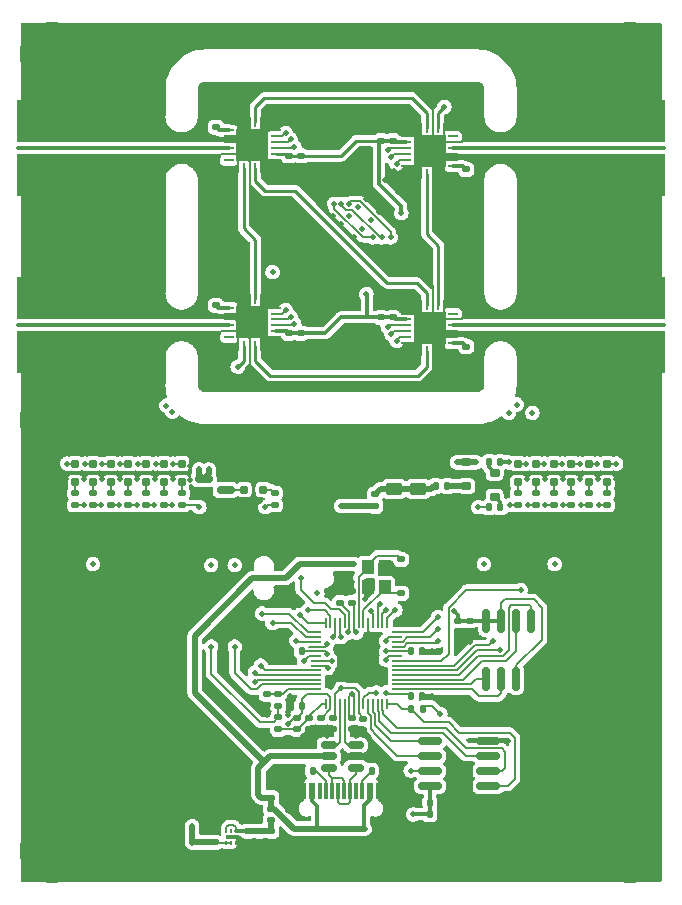
<source format=gbr>
%TF.GenerationSoftware,KiCad,Pcbnew,(6.0.7)*%
%TF.CreationDate,2022-08-30T14:04:15+02:00*%
%TF.ProjectId,LibreCAL,4c696272-6543-4414-9c2e-6b696361645f,rev?*%
%TF.SameCoordinates,Original*%
%TF.FileFunction,Copper,L1,Top*%
%TF.FilePolarity,Positive*%
%FSLAX46Y46*%
G04 Gerber Fmt 4.6, Leading zero omitted, Abs format (unit mm)*
G04 Created by KiCad (PCBNEW (6.0.7)) date 2022-08-30 14:04:15*
%MOMM*%
%LPD*%
G01*
G04 APERTURE LIST*
G04 Aperture macros list*
%AMRoundRect*
0 Rectangle with rounded corners*
0 $1 Rounding radius*
0 $2 $3 $4 $5 $6 $7 $8 $9 X,Y pos of 4 corners*
0 Add a 4 corners polygon primitive as box body*
4,1,4,$2,$3,$4,$5,$6,$7,$8,$9,$2,$3,0*
0 Add four circle primitives for the rounded corners*
1,1,$1+$1,$2,$3*
1,1,$1+$1,$4,$5*
1,1,$1+$1,$6,$7*
1,1,$1+$1,$8,$9*
0 Add four rect primitives between the rounded corners*
20,1,$1+$1,$2,$3,$4,$5,0*
20,1,$1+$1,$4,$5,$6,$7,0*
20,1,$1+$1,$6,$7,$8,$9,0*
20,1,$1+$1,$8,$9,$2,$3,0*%
G04 Aperture macros list end*
%TA.AperFunction,SMDPad,CuDef*%
%ADD10RoundRect,0.075000X0.425000X0.075000X-0.425000X0.075000X-0.425000X-0.075000X0.425000X-0.075000X0*%
%TD*%
%TA.AperFunction,ComponentPad*%
%ADD11C,1.400000*%
%TD*%
%TA.AperFunction,SMDPad,CuDef*%
%ADD12R,5.540000X3.555000*%
%TD*%
%TA.AperFunction,SMDPad,CuDef*%
%ADD13RoundRect,0.075000X-0.425000X-0.075000X0.425000X-0.075000X0.425000X0.075000X-0.425000X0.075000X0*%
%TD*%
%TA.AperFunction,SMDPad,CuDef*%
%ADD14RoundRect,0.135000X0.185000X-0.135000X0.185000X0.135000X-0.185000X0.135000X-0.185000X-0.135000X0*%
%TD*%
%TA.AperFunction,SMDPad,CuDef*%
%ADD15RoundRect,0.140000X-0.170000X0.140000X-0.170000X-0.140000X0.170000X-0.140000X0.170000X0.140000X0*%
%TD*%
%TA.AperFunction,SMDPad,CuDef*%
%ADD16RoundRect,0.140000X0.170000X-0.140000X0.170000X0.140000X-0.170000X0.140000X-0.170000X-0.140000X0*%
%TD*%
%TA.AperFunction,SMDPad,CuDef*%
%ADD17RoundRect,0.090000X-0.210000X0.210000X-0.210000X-0.210000X0.210000X-0.210000X0.210000X0.210000X0*%
%TD*%
%TA.AperFunction,SMDPad,CuDef*%
%ADD18RoundRect,0.100000X-0.100000X0.100000X-0.100000X-0.100000X0.100000X-0.100000X0.100000X0.100000X0*%
%TD*%
%TA.AperFunction,SMDPad,CuDef*%
%ADD19RoundRect,0.140000X-0.140000X-0.170000X0.140000X-0.170000X0.140000X0.170000X-0.140000X0.170000X0*%
%TD*%
%TA.AperFunction,ComponentPad*%
%ADD20C,3.600000*%
%TD*%
%TA.AperFunction,ConnectorPad*%
%ADD21C,5.500000*%
%TD*%
%TA.AperFunction,SMDPad,CuDef*%
%ADD22RoundRect,0.090000X0.310000X-0.210000X0.310000X0.210000X-0.310000X0.210000X-0.310000X-0.210000X0*%
%TD*%
%TA.AperFunction,SMDPad,CuDef*%
%ADD23RoundRect,0.150000X0.150000X-0.150000X0.150000X0.150000X-0.150000X0.150000X-0.150000X-0.150000X0*%
%TD*%
%TA.AperFunction,SMDPad,CuDef*%
%ADD24R,0.600000X1.450000*%
%TD*%
%TA.AperFunction,SMDPad,CuDef*%
%ADD25R,0.300000X1.450000*%
%TD*%
%TA.AperFunction,ComponentPad*%
%ADD26O,1.000000X2.100000*%
%TD*%
%TA.AperFunction,ComponentPad*%
%ADD27O,1.000000X1.600000*%
%TD*%
%TA.AperFunction,SMDPad,CuDef*%
%ADD28RoundRect,0.150000X0.825000X0.150000X-0.825000X0.150000X-0.825000X-0.150000X0.825000X-0.150000X0*%
%TD*%
%TA.AperFunction,SMDPad,CuDef*%
%ADD29RoundRect,0.135000X-0.185000X0.135000X-0.185000X-0.135000X0.185000X-0.135000X0.185000X0.135000X0*%
%TD*%
%TA.AperFunction,SMDPad,CuDef*%
%ADD30RoundRect,0.062500X-0.062500X0.350000X-0.062500X-0.350000X0.062500X-0.350000X0.062500X0.350000X0*%
%TD*%
%TA.AperFunction,SMDPad,CuDef*%
%ADD31RoundRect,0.062500X-0.350000X0.062500X-0.350000X-0.062500X0.350000X-0.062500X0.350000X0.062500X0*%
%TD*%
%TA.AperFunction,SMDPad,CuDef*%
%ADD32R,2.700000X2.700000*%
%TD*%
%TA.AperFunction,SMDPad,CuDef*%
%ADD33RoundRect,0.140000X0.140000X0.170000X-0.140000X0.170000X-0.140000X-0.170000X0.140000X-0.170000X0*%
%TD*%
%TA.AperFunction,SMDPad,CuDef*%
%ADD34RoundRect,0.135000X-0.135000X-0.185000X0.135000X-0.185000X0.135000X0.185000X-0.135000X0.185000X0*%
%TD*%
%TA.AperFunction,SMDPad,CuDef*%
%ADD35RoundRect,0.150000X0.150000X-0.825000X0.150000X0.825000X-0.150000X0.825000X-0.150000X-0.825000X0*%
%TD*%
%TA.AperFunction,SMDPad,CuDef*%
%ADD36RoundRect,0.147500X-0.172500X0.147500X-0.172500X-0.147500X0.172500X-0.147500X0.172500X0.147500X0*%
%TD*%
%TA.AperFunction,SMDPad,CuDef*%
%ADD37RoundRect,0.147500X-0.147500X-0.172500X0.147500X-0.172500X0.147500X0.172500X-0.147500X0.172500X0*%
%TD*%
%TA.AperFunction,SMDPad,CuDef*%
%ADD38RoundRect,0.062500X0.062500X-0.350000X0.062500X0.350000X-0.062500X0.350000X-0.062500X-0.350000X0*%
%TD*%
%TA.AperFunction,SMDPad,CuDef*%
%ADD39RoundRect,0.062500X0.350000X-0.062500X0.350000X0.062500X-0.350000X0.062500X-0.350000X-0.062500X0*%
%TD*%
%TA.AperFunction,SMDPad,CuDef*%
%ADD40RoundRect,0.090000X0.210000X-0.210000X0.210000X0.210000X-0.210000X0.210000X-0.210000X-0.210000X0*%
%TD*%
%TA.AperFunction,SMDPad,CuDef*%
%ADD41RoundRect,0.100000X0.100000X-0.100000X0.100000X0.100000X-0.100000X0.100000X-0.100000X-0.100000X0*%
%TD*%
%TA.AperFunction,SMDPad,CuDef*%
%ADD42RoundRect,0.045000X0.045000X-0.130000X0.045000X0.130000X-0.045000X0.130000X-0.045000X-0.130000X0*%
%TD*%
%TA.AperFunction,SMDPad,CuDef*%
%ADD43R,0.940000X0.300000*%
%TD*%
%TA.AperFunction,SMDPad,CuDef*%
%ADD44RoundRect,0.135000X0.135000X0.185000X-0.135000X0.185000X-0.135000X-0.185000X0.135000X-0.185000X0*%
%TD*%
%TA.AperFunction,SMDPad,CuDef*%
%ADD45RoundRect,0.150000X0.587500X0.150000X-0.587500X0.150000X-0.587500X-0.150000X0.587500X-0.150000X0*%
%TD*%
%TA.AperFunction,SMDPad,CuDef*%
%ADD46RoundRect,0.250000X0.475000X-0.250000X0.475000X0.250000X-0.475000X0.250000X-0.475000X-0.250000X0*%
%TD*%
%TA.AperFunction,SMDPad,CuDef*%
%ADD47R,1.000000X1.150000*%
%TD*%
%TA.AperFunction,SMDPad,CuDef*%
%ADD48RoundRect,0.090000X-0.210000X-0.210000X0.210000X-0.210000X0.210000X0.210000X-0.210000X0.210000X0*%
%TD*%
%TA.AperFunction,SMDPad,CuDef*%
%ADD49RoundRect,0.100000X-0.100000X-0.100000X0.100000X-0.100000X0.100000X0.100000X-0.100000X0.100000X0*%
%TD*%
%TA.AperFunction,SMDPad,CuDef*%
%ADD50RoundRect,0.147500X0.172500X-0.147500X0.172500X0.147500X-0.172500X0.147500X-0.172500X-0.147500X0*%
%TD*%
%TA.AperFunction,SMDPad,CuDef*%
%ADD51RoundRect,0.050000X0.387500X0.050000X-0.387500X0.050000X-0.387500X-0.050000X0.387500X-0.050000X0*%
%TD*%
%TA.AperFunction,SMDPad,CuDef*%
%ADD52RoundRect,0.050000X0.050000X0.387500X-0.050000X0.387500X-0.050000X-0.387500X0.050000X-0.387500X0*%
%TD*%
%TA.AperFunction,SMDPad,CuDef*%
%ADD53R,3.200000X3.200000*%
%TD*%
%TA.AperFunction,SMDPad,CuDef*%
%ADD54RoundRect,0.150000X0.512500X0.150000X-0.512500X0.150000X-0.512500X-0.150000X0.512500X-0.150000X0*%
%TD*%
%TA.AperFunction,ViaPad*%
%ADD55C,0.500000*%
%TD*%
%TA.AperFunction,Conductor*%
%ADD56C,0.200000*%
%TD*%
%TA.AperFunction,Conductor*%
%ADD57C,0.300000*%
%TD*%
%TA.AperFunction,Conductor*%
%ADD58C,0.500000*%
%TD*%
%TA.AperFunction,Conductor*%
%ADD59C,0.180000*%
%TD*%
%TA.AperFunction,Conductor*%
%ADD60C,0.250000*%
%TD*%
G04 APERTURE END LIST*
D10*
%TO.P,J1,1,In*%
%TO.N,Net-(J1-Pad1)*%
X100500000Y-77000000D03*
D11*
%TO.P,J1,2,Ext*%
%TO.N,GND*%
X101750000Y-75780000D03*
%TO.P,J1,3,Ext*%
X103960000Y-75780000D03*
%TO.P,J1,4,Ext*%
X101750000Y-78220000D03*
%TO.P,J1,5,Ext*%
X103960000Y-78220000D03*
D12*
%TO.P,J1,6,Ext*%
X102770000Y-79287500D03*
%TO.P,J1,7,Ext*%
X102770000Y-74712500D03*
%TD*%
D13*
%TO.P,J3,1,In*%
%TO.N,Net-(J3-Pad1)*%
X154500000Y-77000000D03*
D11*
%TO.P,J3,2,Ext*%
%TO.N,GND*%
X153250000Y-78220000D03*
%TO.P,J3,3,Ext*%
X151040000Y-78220000D03*
%TO.P,J3,4,Ext*%
X153250000Y-75780000D03*
%TO.P,J3,5,Ext*%
X151040000Y-75780000D03*
D12*
%TO.P,J3,6,Ext*%
X152230000Y-74712500D03*
%TO.P,J3,7,Ext*%
X152230000Y-79287500D03*
%TD*%
D13*
%TO.P,J4,1,In*%
%TO.N,Net-(J4-Pad1)*%
X154500000Y-92000000D03*
D11*
%TO.P,J4,2,Ext*%
%TO.N,GND*%
X153250000Y-93220000D03*
%TO.P,J4,3,Ext*%
X151040000Y-93220000D03*
%TO.P,J4,4,Ext*%
X153250000Y-90780000D03*
%TO.P,J4,5,Ext*%
X151040000Y-90780000D03*
D12*
%TO.P,J4,6,Ext*%
X152230000Y-89712500D03*
%TO.P,J4,7,Ext*%
X152230000Y-94287500D03*
%TD*%
D10*
%TO.P,J2,1,In*%
%TO.N,Net-(J2-Pad1)*%
X100500000Y-92000000D03*
D11*
%TO.P,J2,2,Ext*%
%TO.N,GND*%
X101750000Y-90780000D03*
%TO.P,J2,3,Ext*%
X103960000Y-90780000D03*
%TO.P,J2,4,Ext*%
X101750000Y-93220000D03*
%TO.P,J2,5,Ext*%
X103960000Y-93220000D03*
D12*
%TO.P,J2,6,Ext*%
X102770000Y-94287500D03*
%TO.P,J2,7,Ext*%
X102770000Y-89712500D03*
%TD*%
D14*
%TO.P,R10,1*%
%TO.N,P2_V1*%
X108000000Y-107210000D03*
%TO.P,R10,2*%
%TO.N,Net-(C34-Pad3)*%
X108000000Y-106190000D03*
%TD*%
D15*
%TO.P,C19,1*%
%TO.N,+1V1*%
X129400000Y-125320000D03*
%TO.P,C19,2*%
%TO.N,GND*%
X129400000Y-126280000D03*
%TD*%
D16*
%TO.P,C11,1*%
%TO.N,+5V*%
X121600000Y-131980000D03*
%TO.P,C11,2*%
%TO.N,GND*%
X121600000Y-131020000D03*
%TD*%
D17*
%TO.P,C45,1,1*%
%TO.N,Net-(C45-Pad1)*%
X142500000Y-103700000D03*
D18*
%TO.P,C45,2,2*%
%TO.N,GND*%
X142100000Y-104500000D03*
X142900000Y-104500000D03*
D17*
%TO.P,C45,3,3*%
%TO.N,Net-(C45-Pad3)*%
X142500000Y-105300000D03*
%TD*%
D15*
%TO.P,C27,1*%
%TO.N,ADC_TEMP*%
X121200000Y-123220000D03*
%TO.P,C27,2*%
%TO.N,GND*%
X121200000Y-124180000D03*
%TD*%
D14*
%TO.P,R30,1*%
%TO.N,P1_V2*%
X111000000Y-107210000D03*
%TO.P,R30,2*%
%TO.N,Net-(C41-Pad3)*%
X111000000Y-106190000D03*
%TD*%
D16*
%TO.P,C14,1*%
%TO.N,+3V3*%
X128400000Y-115480000D03*
%TO.P,C14,2*%
%TO.N,GND*%
X128400000Y-114520000D03*
%TD*%
D19*
%TO.P,C16,1*%
%TO.N,+3V3*%
X133420000Y-119600000D03*
%TO.P,C16,2*%
%TO.N,GND*%
X134380000Y-119600000D03*
%TD*%
%TO.P,C10,1*%
%TO.N,+3V3*%
X135020000Y-133400000D03*
%TO.P,C10,2*%
%TO.N,GND*%
X135980000Y-133400000D03*
%TD*%
D20*
%TO.P,H2,1,1*%
%TO.N,GND*%
X152000000Y-69000000D03*
D21*
X152000000Y-69000000D03*
%TD*%
D15*
%TO.P,C3,1*%
%TO.N,Net-(C1-Pad1)*%
X124100000Y-77645000D03*
%TO.P,C3,2*%
%TO.N,GND*%
X124100000Y-78605000D03*
%TD*%
D22*
%TO.P,C33,1,1*%
%TO.N,Net-(C33-Pad1)*%
X140500000Y-106500000D03*
D23*
%TO.P,C33,2,2*%
%TO.N,GND*%
X139900000Y-105500000D03*
X141100000Y-105500000D03*
D22*
%TO.P,C33,3,3*%
%TO.N,Net-(C33-Pad3)*%
X140500000Y-104500000D03*
%TD*%
D17*
%TO.P,C44,1,1*%
%TO.N,Net-(C44-Pad1)*%
X144000000Y-103700000D03*
D18*
%TO.P,C44,2,2*%
%TO.N,GND*%
X144400000Y-104500000D03*
X143600000Y-104500000D03*
D17*
%TO.P,C44,3,3*%
%TO.N,Net-(C44-Pad3)*%
X144000000Y-105300000D03*
%TD*%
D16*
%TO.P,C17,1*%
%TO.N,+1V1*%
X127400000Y-115480000D03*
%TO.P,C17,2*%
%TO.N,GND*%
X127400000Y-114520000D03*
%TD*%
D17*
%TO.P,C39,1,1*%
%TO.N,Net-(C39-Pad1)*%
X150000000Y-103700000D03*
D18*
%TO.P,C39,2,2*%
%TO.N,GND*%
X149600000Y-104500000D03*
X150400000Y-104500000D03*
D17*
%TO.P,C39,3,3*%
%TO.N,Net-(C39-Pad3)*%
X150000000Y-105300000D03*
%TD*%
D24*
%TO.P,J5,A1,GND*%
%TO.N,GND*%
X124250000Y-131455000D03*
%TO.P,J5,A4,VBUS*%
%TO.N,+5V*%
X125050000Y-131455000D03*
D25*
%TO.P,J5,A5,CC1*%
%TO.N,Net-(J5-PadA5)*%
X126250000Y-131455000D03*
%TO.P,J5,A6,D+*%
%TO.N,Net-(J5-PadA6)*%
X127250000Y-131455000D03*
%TO.P,J5,A7,D-*%
%TO.N,Net-(J5-PadA7)*%
X127750000Y-131455000D03*
%TO.P,J5,A8,SBU1*%
%TO.N,unconnected-(J5-PadA8)*%
X128750000Y-131455000D03*
D24*
%TO.P,J5,A9,VBUS*%
%TO.N,+5V*%
X129950000Y-131455000D03*
%TO.P,J5,A12,GND*%
%TO.N,GND*%
X130750000Y-131455000D03*
%TO.P,J5,B1,GND*%
X130750000Y-131455000D03*
%TO.P,J5,B4,VBUS*%
%TO.N,+5V*%
X129950000Y-131455000D03*
D25*
%TO.P,J5,B5,CC2*%
%TO.N,Net-(J5-PadB5)*%
X129250000Y-131455000D03*
%TO.P,J5,B6,D+*%
%TO.N,Net-(J5-PadA6)*%
X128250000Y-131455000D03*
%TO.P,J5,B7,D-*%
%TO.N,Net-(J5-PadA7)*%
X126750000Y-131455000D03*
%TO.P,J5,B8,SBU2*%
%TO.N,unconnected-(J5-PadB8)*%
X125750000Y-131455000D03*
D24*
%TO.P,J5,B9,VBUS*%
%TO.N,+5V*%
X125050000Y-131455000D03*
%TO.P,J5,B12,GND*%
%TO.N,GND*%
X124250000Y-131455000D03*
D26*
%TO.P,J5,S1,SHIELD*%
X123180000Y-132370000D03*
D27*
X123180000Y-136550000D03*
X131820000Y-136550000D03*
D26*
X131820000Y-132370000D03*
%TD*%
D17*
%TO.P,C38,1,1*%
%TO.N,Net-(C38-Pad1)*%
X148500000Y-103700000D03*
D18*
%TO.P,C38,2,2*%
%TO.N,GND*%
X148100000Y-104500000D03*
X148900000Y-104500000D03*
D17*
%TO.P,C38,3,3*%
%TO.N,Net-(C38-Pad3)*%
X148500000Y-105300000D03*
%TD*%
%TO.P,C41,1,1*%
%TO.N,Net-(C41-Pad1)*%
X111000000Y-103700000D03*
D18*
%TO.P,C41,2,2*%
%TO.N,GND*%
X110600000Y-104500000D03*
X111400000Y-104500000D03*
D17*
%TO.P,C41,3,3*%
%TO.N,Net-(C41-Pad3)*%
X111000000Y-105300000D03*
%TD*%
D15*
%TO.P,C26,1*%
%TO.N,+3V3*%
X138400000Y-117020000D03*
%TO.P,C26,2*%
%TO.N,GND*%
X138400000Y-117980000D03*
%TD*%
D28*
%TO.P,U5,1,~{CS}*%
%TO.N,Net-(R7-Pad1)*%
X139975000Y-131005000D03*
%TO.P,U5,2,DO(IO_{1})*%
%TO.N,Net-(U5-Pad2)*%
X139975000Y-129735000D03*
%TO.P,U5,3,~{WP}(IO_{2})*%
%TO.N,Net-(U5-Pad3)*%
X139975000Y-128465000D03*
%TO.P,U5,4,GND*%
%TO.N,GND*%
X139975000Y-127195000D03*
%TO.P,U5,5,DI(IO_{0})*%
%TO.N,Net-(U5-Pad5)*%
X135025000Y-127195000D03*
%TO.P,U5,6,CLK*%
%TO.N,Net-(U5-Pad6)*%
X135025000Y-128465000D03*
%TO.P,U5,7,~{HOLD}(IO_{3})*%
%TO.N,Net-(U5-Pad7)*%
X135025000Y-129735000D03*
%TO.P,U5,8,VCC*%
%TO.N,+3V3*%
X135025000Y-131005000D03*
%TD*%
D16*
%TO.P,C7,1*%
%TO.N,Net-(C1-Pad1)*%
X131900000Y-76355000D03*
%TO.P,C7,2*%
%TO.N,GND*%
X131900000Y-75395000D03*
%TD*%
D15*
%TO.P,C13,1*%
%TO.N,Net-(C13-Pad1)*%
X132600000Y-111820000D03*
%TO.P,C13,2*%
%TO.N,GND*%
X132600000Y-112780000D03*
%TD*%
D14*
%TO.P,R1,1*%
%TO.N,Net-(R1-Pad1)*%
X116900000Y-75210000D03*
%TO.P,R1,2*%
%TO.N,GND*%
X116900000Y-74190000D03*
%TD*%
D21*
%TO.P,H5,1,1*%
%TO.N,GND*%
X152000000Y-100000000D03*
D20*
X152000000Y-100000000D03*
%TD*%
D29*
%TO.P,R3,1*%
%TO.N,Net-(R3-Pad1)*%
X138100000Y-78790000D03*
%TO.P,R3,2*%
%TO.N,GND*%
X138100000Y-79810000D03*
%TD*%
D17*
%TO.P,C43,1,1*%
%TO.N,Net-(C43-Pad1)*%
X145500000Y-103700000D03*
D18*
%TO.P,C43,2,2*%
%TO.N,GND*%
X145100000Y-104500000D03*
X145900000Y-104500000D03*
D17*
%TO.P,C43,3,3*%
%TO.N,Net-(C43-Pad3)*%
X145500000Y-105300000D03*
%TD*%
D15*
%TO.P,C30,1*%
%TO.N,Net-(C28-Pad1)*%
X119600000Y-134820000D03*
%TO.P,C30,2*%
%TO.N,GND*%
X119600000Y-135780000D03*
%TD*%
D30*
%TO.P,U4,1,LS*%
%TO.N,GND*%
X136250000Y-90287500D03*
%TO.P,U4,2,RF2*%
%TO.N,Net-(U3-Pad15)*%
X135750000Y-90287500D03*
%TO.P,U4,3,GND*%
%TO.N,GND*%
X135250000Y-90287500D03*
%TO.P,U4,4,RF3*%
%TO.N,Net-(U1-Pad4)*%
X134750000Y-90287500D03*
%TO.P,U4,5,GND*%
%TO.N,GND*%
X134250000Y-90287500D03*
%TO.P,U4,6,GND*%
X133750000Y-90287500D03*
D31*
%TO.P,U4,7,GND*%
X133037500Y-91000000D03*
%TO.P,U4,8,VDD*%
%TO.N,Net-(C1-Pad1)*%
X133037500Y-91500000D03*
%TO.P,U4,9,V1*%
%TO.N,Net-(C43-Pad1)*%
X133037500Y-92000000D03*
%TO.P,U4,10,V2*%
%TO.N,Net-(C44-Pad1)*%
X133037500Y-92500000D03*
%TO.P,U4,11,V3*%
%TO.N,Net-(C45-Pad1)*%
X133037500Y-93000000D03*
%TO.P,U4,12,GND*%
%TO.N,GND*%
X133037500Y-93500000D03*
D30*
%TO.P,U4,13,GND*%
X133750000Y-94212500D03*
%TO.P,U4,14,GND*%
X134250000Y-94212500D03*
%TO.P,U4,15,RF4*%
%TO.N,Net-(U2-Pad4)*%
X134750000Y-94212500D03*
%TO.P,U4,16,GND*%
%TO.N,GND*%
X135250000Y-94212500D03*
%TO.P,U4,17,RF5*%
X135750000Y-94212500D03*
%TO.P,U4,18,GND*%
X136250000Y-94212500D03*
D31*
%TO.P,U4,19,RF6*%
%TO.N,Net-(R4-Pad1)*%
X136962500Y-93500000D03*
%TO.P,U4,20,NC*%
%TO.N,GND*%
X136962500Y-93000000D03*
%TO.P,U4,21,GND*%
X136962500Y-92500000D03*
%TO.P,U4,22,RFC*%
%TO.N,Net-(J4-Pad1)*%
X136962500Y-92000000D03*
%TO.P,U4,23,GND*%
%TO.N,GND*%
X136962500Y-91500000D03*
%TO.P,U4,24,RF1*%
%TO.N,unconnected-(U4-Pad24)*%
X136962500Y-91000000D03*
D32*
%TO.P,U4,25,GND*%
%TO.N,GND*%
X135000000Y-92250000D03*
%TD*%
D17*
%TO.P,C34,1,1*%
%TO.N,Net-(C34-Pad1)*%
X108000000Y-103700000D03*
D18*
%TO.P,C34,2,2*%
%TO.N,GND*%
X107600000Y-104500000D03*
X108400000Y-104500000D03*
D17*
%TO.P,C34,3,3*%
%TO.N,Net-(C34-Pad3)*%
X108000000Y-105300000D03*
%TD*%
D33*
%TO.P,C20,1*%
%TO.N,+3V3*%
X124180000Y-124200000D03*
%TO.P,C20,2*%
%TO.N,GND*%
X123220000Y-124200000D03*
%TD*%
D19*
%TO.P,C9,1*%
%TO.N,+3V3*%
X135020000Y-132400000D03*
%TO.P,C9,2*%
%TO.N,GND*%
X135980000Y-132400000D03*
%TD*%
D17*
%TO.P,C36,1,1*%
%TO.N,Net-(C36-Pad1)*%
X105000000Y-103700000D03*
D18*
%TO.P,C36,2,2*%
%TO.N,GND*%
X104600000Y-104500000D03*
X105400000Y-104500000D03*
D17*
%TO.P,C36,3,3*%
%TO.N,Net-(C36-Pad3)*%
X105000000Y-105300000D03*
%TD*%
D14*
%TO.P,R11,1*%
%TO.N,P2_V2*%
X106500000Y-107210000D03*
%TO.P,R11,2*%
%TO.N,Net-(C35-Pad3)*%
X106500000Y-106190000D03*
%TD*%
D15*
%TO.P,C25,1*%
%TO.N,+3V3*%
X137400000Y-117020000D03*
%TO.P,C25,2*%
%TO.N,GND*%
X137400000Y-117980000D03*
%TD*%
D21*
%TO.P,H3,1,1*%
%TO.N,GND*%
X103000000Y-69000000D03*
D20*
X103000000Y-69000000D03*
%TD*%
D14*
%TO.P,R25,1*%
%TO.N,P2_V3*%
X105000000Y-107210000D03*
%TO.P,R25,2*%
%TO.N,Net-(C36-Pad3)*%
X105000000Y-106190000D03*
%TD*%
%TO.P,R12,1*%
%TO.N,+3.3VADC*%
X122200000Y-126210000D03*
%TO.P,R12,2*%
%TO.N,Net-(R12-Pad2)*%
X122200000Y-125190000D03*
%TD*%
D17*
%TO.P,C40,1,1*%
%TO.N,Net-(C40-Pad1)*%
X109500000Y-103700000D03*
D18*
%TO.P,C40,2,2*%
%TO.N,GND*%
X109900000Y-104500000D03*
X109100000Y-104500000D03*
D17*
%TO.P,C40,3,3*%
%TO.N,Net-(C40-Pad3)*%
X109500000Y-105300000D03*
%TD*%
D15*
%TO.P,C28,1*%
%TO.N,Net-(C28-Pad1)*%
X121600000Y-134820000D03*
%TO.P,C28,2*%
%TO.N,GND*%
X121600000Y-135780000D03*
%TD*%
D34*
%TO.P,R7,1*%
%TO.N,Net-(R7-Pad1)*%
X133390000Y-124500000D03*
%TO.P,R7,2*%
%TO.N,Net-(R7-Pad2)*%
X134410000Y-124500000D03*
%TD*%
D14*
%TO.P,R13,1*%
%TO.N,Net-(R12-Pad2)*%
X122200000Y-124210000D03*
%TO.P,R13,2*%
%TO.N,ADC_TEMP*%
X122200000Y-123190000D03*
%TD*%
D35*
%TO.P,U8,1,~{CS}*%
%TO.N,Net-(U7-Pad3)*%
X139795000Y-121975000D03*
%TO.P,U8,2,DO(IO_{1})*%
%TO.N,Net-(U7-Pad2)*%
X141065000Y-121975000D03*
%TO.P,U8,3,~{WP}(IO_{2})*%
%TO.N,+3V3*%
X142335000Y-121975000D03*
%TO.P,U8,4,GND*%
%TO.N,GND*%
X143605000Y-121975000D03*
%TO.P,U8,5,DI(IO_{0})*%
%TO.N,Net-(U7-Pad5)*%
X143605000Y-117025000D03*
%TO.P,U8,6,CLK*%
%TO.N,Net-(U7-Pad4)*%
X142335000Y-117025000D03*
%TO.P,U8,7,~{HOLD}(IO_{3})*%
%TO.N,+3V3*%
X141065000Y-117025000D03*
%TO.P,U8,8,VCC*%
X139795000Y-117025000D03*
%TD*%
D14*
%TO.P,R26,1*%
%TO.N,P4_V1*%
X147000000Y-107210000D03*
%TO.P,R26,2*%
%TO.N,Net-(C37-Pad3)*%
X147000000Y-106190000D03*
%TD*%
D36*
%TO.P,FB1,1*%
%TO.N,+3V3*%
X123800000Y-125215000D03*
%TO.P,FB1,2*%
%TO.N,+3.3VADC*%
X123800000Y-126185000D03*
%TD*%
%TO.P,FB2,1*%
%TO.N,+5V*%
X121600000Y-132915000D03*
%TO.P,FB2,2*%
%TO.N,Net-(C28-Pad1)*%
X121600000Y-133885000D03*
%TD*%
D15*
%TO.P,C22,1*%
%TO.N,+3V3*%
X128400000Y-125220000D03*
%TO.P,C22,2*%
%TO.N,GND*%
X128400000Y-126180000D03*
%TD*%
D14*
%TO.P,R27,1*%
%TO.N,P4_V2*%
X148500000Y-107210000D03*
%TO.P,R27,2*%
%TO.N,Net-(C38-Pad3)*%
X148500000Y-106190000D03*
%TD*%
D21*
%TO.P,H4,1,1*%
%TO.N,GND*%
X103000000Y-136500000D03*
D20*
X103000000Y-136500000D03*
%TD*%
D17*
%TO.P,C37,1,1*%
%TO.N,Net-(C37-Pad1)*%
X147000000Y-103700000D03*
D18*
%TO.P,C37,2,2*%
%TO.N,GND*%
X146600000Y-104500000D03*
X147400000Y-104500000D03*
D17*
%TO.P,C37,3,3*%
%TO.N,Net-(C37-Pad3)*%
X147000000Y-105300000D03*
%TD*%
D37*
%TO.P,FB3,1*%
%TO.N,+3V3*%
X140015000Y-107400000D03*
%TO.P,FB3,2*%
%TO.N,Net-(C33-Pad1)*%
X140985000Y-107400000D03*
%TD*%
D16*
%TO.P,C6,1*%
%TO.N,Net-(C1-Pad1)*%
X130900000Y-91330000D03*
%TO.P,C6,2*%
%TO.N,GND*%
X130900000Y-90370000D03*
%TD*%
D38*
%TO.P,U1,1,LS*%
%TO.N,GND*%
X118750000Y-78712500D03*
%TO.P,U1,2,RF2*%
%TO.N,Net-(U1-Pad2)*%
X119250000Y-78712500D03*
%TO.P,U1,3,GND*%
%TO.N,GND*%
X119750000Y-78712500D03*
%TO.P,U1,4,RF3*%
%TO.N,Net-(U1-Pad4)*%
X120250000Y-78712500D03*
%TO.P,U1,5,GND*%
%TO.N,GND*%
X120750000Y-78712500D03*
%TO.P,U1,6,GND*%
X121250000Y-78712500D03*
D39*
%TO.P,U1,7,GND*%
X121962500Y-78000000D03*
%TO.P,U1,8,VDD*%
%TO.N,Net-(C1-Pad1)*%
X121962500Y-77500000D03*
%TO.P,U1,9,V1*%
%TO.N,Net-(C34-Pad1)*%
X121962500Y-77000000D03*
%TO.P,U1,10,V2*%
%TO.N,Net-(C35-Pad1)*%
X121962500Y-76500000D03*
%TO.P,U1,11,V3*%
%TO.N,Net-(C36-Pad1)*%
X121962500Y-76000000D03*
%TO.P,U1,12,GND*%
%TO.N,GND*%
X121962500Y-75500000D03*
D38*
%TO.P,U1,13,GND*%
X121250000Y-74787500D03*
%TO.P,U1,14,GND*%
X120750000Y-74787500D03*
%TO.P,U1,15,RF4*%
%TO.N,Net-(U1-Pad15)*%
X120250000Y-74787500D03*
%TO.P,U1,16,GND*%
%TO.N,GND*%
X119750000Y-74787500D03*
%TO.P,U1,17,RF5*%
X119250000Y-74787500D03*
%TO.P,U1,18,GND*%
X118750000Y-74787500D03*
D39*
%TO.P,U1,19,RF6*%
%TO.N,Net-(R1-Pad1)*%
X118037500Y-75500000D03*
%TO.P,U1,20,NC*%
%TO.N,GND*%
X118037500Y-76000000D03*
%TO.P,U1,21,GND*%
X118037500Y-76500000D03*
%TO.P,U1,22,RFC*%
%TO.N,Net-(J1-Pad1)*%
X118037500Y-77000000D03*
%TO.P,U1,23,GND*%
%TO.N,GND*%
X118037500Y-77500000D03*
%TO.P,U1,24,RF1*%
%TO.N,unconnected-(U1-Pad24)*%
X118037500Y-78000000D03*
D32*
%TO.P,U1,25,GND*%
%TO.N,GND*%
X120000000Y-76750000D03*
%TD*%
D16*
%TO.P,C12,1*%
%TO.N,Net-(C12-Pad1)*%
X132600000Y-114680000D03*
%TO.P,C12,2*%
%TO.N,GND*%
X132600000Y-113720000D03*
%TD*%
D40*
%TO.P,C50,1,1*%
%TO.N,Net-(C50-Pad1)*%
X114000000Y-105300000D03*
D41*
%TO.P,C50,2,2*%
%TO.N,GND*%
X114400000Y-104500000D03*
X113600000Y-104500000D03*
D40*
%TO.P,C50,3,3*%
%TO.N,Net-(C50-Pad3)*%
X114000000Y-103700000D03*
%TD*%
D15*
%TO.P,C29,1*%
%TO.N,Net-(C28-Pad1)*%
X120600000Y-134820000D03*
%TO.P,C29,2*%
%TO.N,GND*%
X120600000Y-135780000D03*
%TD*%
D42*
%TO.P,U9,1,VOUT*%
%TO.N,+3V3*%
X117800000Y-135825000D03*
%TO.P,U9,2,VOUT*%
X118200000Y-135825000D03*
%TO.P,U9,3,GND*%
%TO.N,GND*%
X118600000Y-135825000D03*
%TO.P,U9,4,EN*%
%TO.N,Net-(C28-Pad1)*%
X118600000Y-134775000D03*
%TO.P,U9,5,NC*%
%TO.N,unconnected-(U9-Pad5)*%
X118200000Y-134775000D03*
%TO.P,U9,6,VIN*%
%TO.N,Net-(C28-Pad1)*%
X117800000Y-134775000D03*
D43*
%TO.P,U9,7,EP*%
%TO.N,GND*%
X118200000Y-135300000D03*
%TD*%
D44*
%TO.P,R6,1*%
%TO.N,Net-(J5-PadA5)*%
X125110000Y-129700000D03*
%TO.P,R6,2*%
%TO.N,GND*%
X124090000Y-129700000D03*
%TD*%
D14*
%TO.P,R29,1*%
%TO.N,P1_V1*%
X109500000Y-107210000D03*
%TO.P,R29,2*%
%TO.N,Net-(C40-Pad3)*%
X109500000Y-106190000D03*
%TD*%
D15*
%TO.P,C21,1*%
%TO.N,+1V1*%
X126800000Y-125220000D03*
%TO.P,C21,2*%
%TO.N,GND*%
X126800000Y-126180000D03*
%TD*%
D17*
%TO.P,C35,1,1*%
%TO.N,Net-(C35-Pad1)*%
X106500000Y-103700000D03*
D18*
%TO.P,C35,2,2*%
%TO.N,GND*%
X106100000Y-104500000D03*
X106900000Y-104500000D03*
D17*
%TO.P,C35,3,3*%
%TO.N,Net-(C35-Pad3)*%
X106500000Y-105300000D03*
%TD*%
D45*
%TO.P,Q1,1,G*%
%TO.N,Net-(C48-Pad1)*%
X117737500Y-105950000D03*
%TO.P,Q1,2,S*%
%TO.N,GND*%
X117737500Y-104050000D03*
%TO.P,Q1,3,D*%
%TO.N,Net-(Q1-Pad3)*%
X115862500Y-105000000D03*
%TD*%
D22*
%TO.P,C49,1,1*%
%TO.N,Net-(C49-Pad1)*%
X138100000Y-105600000D03*
D23*
%TO.P,C49,2,2*%
%TO.N,GND*%
X137500000Y-104600000D03*
X138700000Y-104600000D03*
D22*
%TO.P,C49,3,3*%
%TO.N,Net-(C49-Pad3)*%
X138100000Y-103600000D03*
%TD*%
D14*
%TO.P,R31,1*%
%TO.N,P1_V3*%
X112500000Y-107210000D03*
%TO.P,R31,2*%
%TO.N,Net-(C42-Pad3)*%
X112500000Y-106190000D03*
%TD*%
D37*
%TO.P,FB4,1*%
%TO.N,Net-(C33-Pad3)*%
X140015000Y-103600000D03*
%TO.P,FB4,2*%
%TO.N,Net-(C1-Pad1)*%
X140985000Y-103600000D03*
%TD*%
D14*
%TO.P,R34,1*%
%TO.N,P3_V3*%
X142500000Y-107210000D03*
%TO.P,R34,2*%
%TO.N,Net-(C45-Pad3)*%
X142500000Y-106190000D03*
%TD*%
D46*
%TO.P,C46,1*%
%TO.N,Net-(C46-Pad1)*%
X132000000Y-105850000D03*
%TO.P,C46,2*%
%TO.N,GND*%
X132000000Y-103950000D03*
%TD*%
D20*
%TO.P,H6,1,1*%
%TO.N,GND*%
X103000000Y-100000000D03*
D21*
X103000000Y-100000000D03*
%TD*%
D34*
%TO.P,R5,1*%
%TO.N,Net-(J5-PadB5)*%
X130090000Y-129700000D03*
%TO.P,R5,2*%
%TO.N,GND*%
X131110000Y-129700000D03*
%TD*%
D14*
%TO.P,R35,1*%
%TO.N,HEATER*%
X121900000Y-107210000D03*
%TO.P,R35,2*%
%TO.N,Net-(C48-Pad3)*%
X121900000Y-106190000D03*
%TD*%
D47*
%TO.P,Y1,1,1*%
%TO.N,Net-(C12-Pad1)*%
X131200000Y-114175000D03*
%TO.P,Y1,2,2*%
%TO.N,GND*%
X131200000Y-112425000D03*
%TO.P,Y1,3,3*%
%TO.N,Net-(C13-Pad1)*%
X129800000Y-112425000D03*
%TO.P,Y1,4,4*%
%TO.N,GND*%
X129800000Y-114175000D03*
%TD*%
D14*
%TO.P,R28,1*%
%TO.N,P4_V3*%
X150000000Y-107210000D03*
%TO.P,R28,2*%
%TO.N,Net-(C39-Pad3)*%
X150000000Y-106190000D03*
%TD*%
D30*
%TO.P,U3,1,LS*%
%TO.N,GND*%
X136250000Y-75287500D03*
%TO.P,U3,2,RF2*%
%TO.N,Net-(U2-Pad2)*%
X135750000Y-75287500D03*
%TO.P,U3,3,GND*%
%TO.N,GND*%
X135250000Y-75287500D03*
%TO.P,U3,4,RF3*%
%TO.N,Net-(U1-Pad15)*%
X134750000Y-75287500D03*
%TO.P,U3,5,GND*%
%TO.N,GND*%
X134250000Y-75287500D03*
%TO.P,U3,6,GND*%
X133750000Y-75287500D03*
D31*
%TO.P,U3,7,GND*%
X133037500Y-76000000D03*
%TO.P,U3,8,VDD*%
%TO.N,Net-(C1-Pad1)*%
X133037500Y-76500000D03*
%TO.P,U3,9,V1*%
%TO.N,Net-(C40-Pad1)*%
X133037500Y-77000000D03*
%TO.P,U3,10,V2*%
%TO.N,Net-(C41-Pad1)*%
X133037500Y-77500000D03*
%TO.P,U3,11,V3*%
%TO.N,Net-(C42-Pad1)*%
X133037500Y-78000000D03*
%TO.P,U3,12,GND*%
%TO.N,GND*%
X133037500Y-78500000D03*
D30*
%TO.P,U3,13,GND*%
X133750000Y-79212500D03*
%TO.P,U3,14,GND*%
X134250000Y-79212500D03*
%TO.P,U3,15,RF4*%
%TO.N,Net-(U3-Pad15)*%
X134750000Y-79212500D03*
%TO.P,U3,16,GND*%
%TO.N,GND*%
X135250000Y-79212500D03*
%TO.P,U3,17,RF5*%
X135750000Y-79212500D03*
%TO.P,U3,18,GND*%
X136250000Y-79212500D03*
D31*
%TO.P,U3,19,RF6*%
%TO.N,Net-(R3-Pad1)*%
X136962500Y-78500000D03*
%TO.P,U3,20,NC*%
%TO.N,GND*%
X136962500Y-78000000D03*
%TO.P,U3,21,GND*%
X136962500Y-77500000D03*
%TO.P,U3,22,RFC*%
%TO.N,Net-(J3-Pad1)*%
X136962500Y-77000000D03*
%TO.P,U3,23,GND*%
%TO.N,GND*%
X136962500Y-76500000D03*
%TO.P,U3,24,RF1*%
%TO.N,unconnected-(U3-Pad24)*%
X136962500Y-76000000D03*
D32*
%TO.P,U3,25,GND*%
%TO.N,GND*%
X135000000Y-77250000D03*
%TD*%
D15*
%TO.P,C1,1*%
%TO.N,Net-(C1-Pad1)*%
X123100000Y-77645000D03*
%TO.P,C1,2*%
%TO.N,GND*%
X123100000Y-78605000D03*
%TD*%
D48*
%TO.P,C48,1,1*%
%TO.N,Net-(C48-Pad1)*%
X119300000Y-105900000D03*
D49*
%TO.P,C48,2,2*%
%TO.N,GND*%
X120100000Y-105500000D03*
X120100000Y-106300000D03*
D48*
%TO.P,C48,3,3*%
%TO.N,Net-(C48-Pad3)*%
X120900000Y-105900000D03*
%TD*%
D19*
%TO.P,C15,1*%
%TO.N,+3V3*%
X133420000Y-123400000D03*
%TO.P,C15,2*%
%TO.N,GND*%
X134380000Y-123400000D03*
%TD*%
D14*
%TO.P,R32,1*%
%TO.N,P3_V1*%
X145500000Y-107210000D03*
%TO.P,R32,2*%
%TO.N,Net-(C43-Pad3)*%
X145500000Y-106190000D03*
%TD*%
D46*
%TO.P,C47,1*%
%TO.N,Net-(C46-Pad1)*%
X134000000Y-105850000D03*
%TO.P,C47,2*%
%TO.N,GND*%
X134000000Y-103950000D03*
%TD*%
D15*
%TO.P,C23,1*%
%TO.N,+3V3*%
X125800000Y-125220000D03*
%TO.P,C23,2*%
%TO.N,GND*%
X125800000Y-126180000D03*
%TD*%
D16*
%TO.P,C31,1*%
%TO.N,+3V3*%
X116800000Y-135780000D03*
%TO.P,C31,2*%
%TO.N,GND*%
X116800000Y-134820000D03*
%TD*%
D20*
%TO.P,H1,1,1*%
%TO.N,GND*%
X152000000Y-136500000D03*
D21*
X152000000Y-136500000D03*
%TD*%
D15*
%TO.P,C24,1*%
%TO.N,+3.3VADC*%
X124800000Y-125220000D03*
%TO.P,C24,2*%
%TO.N,GND*%
X124800000Y-126180000D03*
%TD*%
D29*
%TO.P,R36,1*%
%TO.N,Net-(C50-Pad1)*%
X114000000Y-106190000D03*
%TO.P,R36,2*%
%TO.N,Net-(R12-Pad2)*%
X114000000Y-107210000D03*
%TD*%
D50*
%TO.P,FB5,1*%
%TO.N,+5V*%
X130400000Y-107285000D03*
%TO.P,FB5,2*%
%TO.N,Net-(C46-Pad1)*%
X130400000Y-106315000D03*
%TD*%
D14*
%TO.P,R33,1*%
%TO.N,P3_V2*%
X144000000Y-107210000D03*
%TO.P,R33,2*%
%TO.N,Net-(C44-Pad3)*%
X144000000Y-106190000D03*
%TD*%
D15*
%TO.P,C2,1*%
%TO.N,Net-(C1-Pad1)*%
X123100000Y-92670000D03*
%TO.P,C2,2*%
%TO.N,GND*%
X123100000Y-93630000D03*
%TD*%
D17*
%TO.P,C42,1,1*%
%TO.N,Net-(C42-Pad1)*%
X112500000Y-103700000D03*
D18*
%TO.P,C42,2,2*%
%TO.N,GND*%
X112100000Y-104500000D03*
X112900000Y-104500000D03*
D17*
%TO.P,C42,3,3*%
%TO.N,Net-(C42-Pad3)*%
X112500000Y-105300000D03*
%TD*%
D15*
%TO.P,C4,1*%
%TO.N,Net-(C1-Pad1)*%
X124100000Y-92670000D03*
%TO.P,C4,2*%
%TO.N,GND*%
X124100000Y-93630000D03*
%TD*%
D16*
%TO.P,C32,1*%
%TO.N,+3V3*%
X115800000Y-135780000D03*
%TO.P,C32,2*%
%TO.N,GND*%
X115800000Y-134820000D03*
%TD*%
D14*
%TO.P,R2,1*%
%TO.N,Net-(R2-Pad1)*%
X116900000Y-90310000D03*
%TO.P,R2,2*%
%TO.N,GND*%
X116900000Y-89290000D03*
%TD*%
D37*
%TO.P,FB6,1*%
%TO.N,Net-(C46-Pad1)*%
X135515000Y-105600000D03*
%TO.P,FB6,2*%
%TO.N,Net-(C49-Pad1)*%
X136485000Y-105600000D03*
%TD*%
D38*
%TO.P,U2,1,LS*%
%TO.N,GND*%
X118750000Y-93712500D03*
%TO.P,U2,2,RF2*%
%TO.N,Net-(U2-Pad2)*%
X119250000Y-93712500D03*
%TO.P,U2,3,GND*%
%TO.N,GND*%
X119750000Y-93712500D03*
%TO.P,U2,4,RF3*%
%TO.N,Net-(U2-Pad4)*%
X120250000Y-93712500D03*
%TO.P,U2,5,GND*%
%TO.N,GND*%
X120750000Y-93712500D03*
%TO.P,U2,6,GND*%
X121250000Y-93712500D03*
D39*
%TO.P,U2,7,GND*%
X121962500Y-93000000D03*
%TO.P,U2,8,VDD*%
%TO.N,Net-(C1-Pad1)*%
X121962500Y-92500000D03*
%TO.P,U2,9,V1*%
%TO.N,Net-(C37-Pad1)*%
X121962500Y-92000000D03*
%TO.P,U2,10,V2*%
%TO.N,Net-(C38-Pad1)*%
X121962500Y-91500000D03*
%TO.P,U2,11,V3*%
%TO.N,Net-(C39-Pad1)*%
X121962500Y-91000000D03*
%TO.P,U2,12,GND*%
%TO.N,GND*%
X121962500Y-90500000D03*
D38*
%TO.P,U2,13,GND*%
X121250000Y-89787500D03*
%TO.P,U2,14,GND*%
X120750000Y-89787500D03*
%TO.P,U2,15,RF4*%
%TO.N,Net-(U1-Pad2)*%
X120250000Y-89787500D03*
%TO.P,U2,16,GND*%
%TO.N,GND*%
X119750000Y-89787500D03*
%TO.P,U2,17,RF5*%
X119250000Y-89787500D03*
%TO.P,U2,18,GND*%
X118750000Y-89787500D03*
D39*
%TO.P,U2,19,RF6*%
%TO.N,Net-(R2-Pad1)*%
X118037500Y-90500000D03*
%TO.P,U2,20,NC*%
%TO.N,GND*%
X118037500Y-91000000D03*
%TO.P,U2,21,GND*%
X118037500Y-91500000D03*
%TO.P,U2,22,RFC*%
%TO.N,Net-(J2-Pad1)*%
X118037500Y-92000000D03*
%TO.P,U2,23,GND*%
%TO.N,GND*%
X118037500Y-92500000D03*
%TO.P,U2,24,RF1*%
%TO.N,unconnected-(U2-Pad24)*%
X118037500Y-93000000D03*
D32*
%TO.P,U2,25,GND*%
%TO.N,GND*%
X120000000Y-91750000D03*
%TD*%
D16*
%TO.P,C8,1*%
%TO.N,Net-(C1-Pad1)*%
X131900000Y-91330000D03*
%TO.P,C8,2*%
%TO.N,GND*%
X131900000Y-90370000D03*
%TD*%
%TO.P,C5,1*%
%TO.N,Net-(C1-Pad1)*%
X130900000Y-76355000D03*
%TO.P,C5,2*%
%TO.N,GND*%
X130900000Y-75395000D03*
%TD*%
D51*
%TO.P,U7,1,IOVDD*%
%TO.N,+3V3*%
X132237500Y-123200000D03*
%TO.P,U7,2,GPIO0*%
%TO.N,Net-(U7-Pad2)*%
X132237500Y-122800000D03*
%TO.P,U7,3,GPIO1*%
%TO.N,Net-(U7-Pad3)*%
X132237500Y-122400000D03*
%TO.P,U7,4,GPIO2*%
%TO.N,Net-(U7-Pad4)*%
X132237500Y-122000000D03*
%TO.P,U7,5,GPIO3*%
%TO.N,Net-(U7-Pad5)*%
X132237500Y-121600000D03*
%TO.P,U7,6,GPIO4*%
%TO.N,BUTTON1*%
X132237500Y-121200000D03*
%TO.P,U7,7,GPIO5*%
%TO.N,LED_READY*%
X132237500Y-120800000D03*
%TO.P,U7,8,GPIO6*%
%TO.N,LED_WAIT*%
X132237500Y-120400000D03*
%TO.P,U7,9,GPIO7*%
%TO.N,LED_PORT1*%
X132237500Y-120000000D03*
%TO.P,U7,10,IOVDD*%
%TO.N,+3V3*%
X132237500Y-119600000D03*
%TO.P,U7,11,GPIO8*%
%TO.N,LED_PORT3*%
X132237500Y-119200000D03*
%TO.P,U7,12,GPIO9*%
%TO.N,P4_V3*%
X132237500Y-118800000D03*
%TO.P,U7,13,GPIO10*%
%TO.N,P4_V2*%
X132237500Y-118400000D03*
%TO.P,U7,14,GPIO11*%
%TO.N,P4_V1*%
X132237500Y-118000000D03*
D52*
%TO.P,U7,15,GPIO12*%
%TO.N,P3_V1*%
X131400000Y-117162500D03*
%TO.P,U7,16,GPIO13*%
%TO.N,P3_V2*%
X131000000Y-117162500D03*
%TO.P,U7,17,GPIO14*%
%TO.N,P3_V3*%
X130600000Y-117162500D03*
%TO.P,U7,18,GPIO15*%
%TO.N,P1_V3*%
X130200000Y-117162500D03*
%TO.P,U7,19,TESTEN*%
%TO.N,GND*%
X129800000Y-117162500D03*
%TO.P,U7,20,XIN*%
%TO.N,Net-(C12-Pad1)*%
X129400000Y-117162500D03*
%TO.P,U7,21,XOUT*%
%TO.N,Net-(C13-Pad1)*%
X129000000Y-117162500D03*
%TO.P,U7,22,IOVDD*%
%TO.N,+3V3*%
X128600000Y-117162500D03*
%TO.P,U7,23,DVDD*%
%TO.N,+1V1*%
X128200000Y-117162500D03*
%TO.P,U7,24,SWCLK*%
%TO.N,Net-(J6-Pad4)*%
X127800000Y-117162500D03*
%TO.P,U7,25,SWD*%
%TO.N,Net-(J6-Pad2)*%
X127400000Y-117162500D03*
%TO.P,U7,26,RUN*%
%TO.N,Net-(J6-Pad3)*%
X127000000Y-117162500D03*
%TO.P,U7,27,GPIO16*%
%TO.N,P1_V2*%
X126600000Y-117162500D03*
%TO.P,U7,28,GPIO17*%
%TO.N,P1_V1*%
X126200000Y-117162500D03*
D51*
%TO.P,U7,29,GPIO18*%
%TO.N,P2_V1*%
X125362500Y-118000000D03*
%TO.P,U7,30,GPIO19*%
%TO.N,P2_V2*%
X125362500Y-118400000D03*
%TO.P,U7,31,GPIO20*%
%TO.N,P2_V3*%
X125362500Y-118800000D03*
%TO.P,U7,32,GPIO21*%
%TO.N,LED_PORT2*%
X125362500Y-119200000D03*
%TO.P,U7,33,IOVDD*%
%TO.N,+3V3*%
X125362500Y-119600000D03*
%TO.P,U7,34,GPIO22*%
%TO.N,LED_PORT4*%
X125362500Y-120000000D03*
%TO.P,U7,35,GPIO23*%
%TO.N,LED_OPEN*%
X125362500Y-120400000D03*
%TO.P,U7,36,GPIO24*%
%TO.N,LED_SHORT*%
X125362500Y-120800000D03*
%TO.P,U7,37,GPIO25*%
%TO.N,LED_LOAD*%
X125362500Y-121200000D03*
%TO.P,U7,38,GPIO26_ADC0*%
%TO.N,LED_THROUGH*%
X125362500Y-121600000D03*
%TO.P,U7,39,GPIO27_ADC1*%
%TO.N,BUTTON3*%
X125362500Y-122000000D03*
%TO.P,U7,40,GPIO28_ADC2*%
%TO.N,HEATER*%
X125362500Y-122400000D03*
%TO.P,U7,41,GPIO29_ADC3*%
%TO.N,ADC_TEMP*%
X125362500Y-122800000D03*
%TO.P,U7,42,IOVDD*%
%TO.N,+3V3*%
X125362500Y-123200000D03*
D52*
%TO.P,U7,43,ADC_AVDD*%
%TO.N,+3.3VADC*%
X126200000Y-124037500D03*
%TO.P,U7,44,VREG_IN*%
%TO.N,+3V3*%
X126600000Y-124037500D03*
%TO.P,U7,45,VREG_VOUT*%
%TO.N,+1V1*%
X127000000Y-124037500D03*
%TO.P,U7,46,USB_DM*%
%TO.N,Net-(U6-Pad4)*%
X127400000Y-124037500D03*
%TO.P,U7,47,USB_DP*%
%TO.N,Net-(U6-Pad3)*%
X127800000Y-124037500D03*
%TO.P,U7,48,USB_VDD*%
%TO.N,+3V3*%
X128200000Y-124037500D03*
%TO.P,U7,49,IOVDD*%
X128600000Y-124037500D03*
%TO.P,U7,50,DVDD*%
%TO.N,+1V1*%
X129000000Y-124037500D03*
%TO.P,U7,51,QSPI_SD3*%
%TO.N,Net-(U5-Pad7)*%
X129400000Y-124037500D03*
%TO.P,U7,52,QSPI_SCLK*%
%TO.N,Net-(U5-Pad6)*%
X129800000Y-124037500D03*
%TO.P,U7,53,QSPI_SD0*%
%TO.N,Net-(U5-Pad5)*%
X130200000Y-124037500D03*
%TO.P,U7,54,QSPI_SD2*%
%TO.N,Net-(U5-Pad3)*%
X130600000Y-124037500D03*
%TO.P,U7,55,QSPI_SD1*%
%TO.N,Net-(U5-Pad2)*%
X131000000Y-124037500D03*
%TO.P,U7,56,QSPI_SS*%
%TO.N,Net-(R7-Pad1)*%
X131400000Y-124037500D03*
D53*
%TO.P,U7,57,GND*%
%TO.N,GND*%
X128800000Y-120600000D03*
%TD*%
D54*
%TO.P,U6,1,I/O1A*%
%TO.N,Net-(J5-PadA6)*%
X128737500Y-129450000D03*
%TO.P,U6,2,GND*%
%TO.N,GND*%
X128737500Y-128500000D03*
%TO.P,U6,3,I/O1B*%
%TO.N,Net-(U6-Pad3)*%
X128737500Y-127550000D03*
%TO.P,U6,4,I/O2B*%
%TO.N,Net-(U6-Pad4)*%
X126462500Y-127550000D03*
%TO.P,U6,5,VCC*%
%TO.N,+5V*%
X126462500Y-128500000D03*
%TO.P,U6,6,I/O2A*%
%TO.N,Net-(J5-PadA7)*%
X126462500Y-129450000D03*
%TD*%
D29*
%TO.P,R4,1*%
%TO.N,Net-(R4-Pad1)*%
X138100000Y-93790000D03*
%TO.P,R4,2*%
%TO.N,GND*%
X138100000Y-94810000D03*
%TD*%
D33*
%TO.P,C18,1*%
%TO.N,+3V3*%
X124180000Y-119600000D03*
%TO.P,C18,2*%
%TO.N,GND*%
X123220000Y-119600000D03*
%TD*%
D55*
%TO.N,GND*%
X115900000Y-90300000D03*
X139100000Y-94000000D03*
X139100000Y-78700000D03*
X115900000Y-75100000D03*
%TO.N,+3V3*%
X131300000Y-123100000D03*
X139100000Y-107400000D03*
X114900000Y-134400000D03*
X133600000Y-133400000D03*
X114900000Y-135800000D03*
X106500000Y-112200000D03*
X145587500Y-112212500D03*
X126300000Y-119800000D03*
X128400000Y-123200000D03*
X125500000Y-114700000D03*
X131300000Y-119600000D03*
X128800000Y-118000000D03*
X114900000Y-135100000D03*
X123000000Y-125710500D03*
X137099500Y-116200000D03*
X139587500Y-112212500D03*
%TO.N,GND*%
X119000000Y-68000000D03*
X102900000Y-92800000D03*
X113000000Y-137500000D03*
X137000000Y-74000000D03*
X127500000Y-121900000D03*
X101000000Y-107500000D03*
X101000000Y-111500000D03*
X108750000Y-105000000D03*
X126000000Y-109500000D03*
X141000000Y-91200000D03*
X136800000Y-133400000D03*
X143000000Y-109500000D03*
X145000000Y-100500000D03*
X149000000Y-137500000D03*
X114000000Y-102500000D03*
X154000000Y-82500000D03*
X101000000Y-83500000D03*
X147000000Y-109500000D03*
X138400000Y-118800000D03*
X120000000Y-138500000D03*
X144000000Y-110500000D03*
X122000000Y-79800000D03*
X122000000Y-101500000D03*
X152100000Y-76200000D03*
X109000000Y-101500000D03*
X136700000Y-104400000D03*
X123000000Y-67000000D03*
X130000000Y-68000000D03*
X135000000Y-109500000D03*
X121000000Y-96800000D03*
X153000000Y-85500000D03*
X147000000Y-76200000D03*
X116000000Y-109500000D03*
X130000000Y-108500000D03*
X123000000Y-109500000D03*
X127000000Y-110500000D03*
X135000000Y-108500000D03*
X132000000Y-138500000D03*
X146250000Y-105000000D03*
X104000000Y-108500000D03*
X130000000Y-95500000D03*
X146000000Y-138500000D03*
X115000000Y-68000000D03*
X133950000Y-91200000D03*
X135000000Y-86400000D03*
X119750000Y-95550000D03*
X141500000Y-104800000D03*
X117000000Y-77800000D03*
X154000000Y-115500000D03*
X118000000Y-102500000D03*
X113250000Y-105000000D03*
X138000000Y-68000000D03*
X141000000Y-108500000D03*
X147000000Y-67000000D03*
X134000000Y-95000000D03*
X117000000Y-68000000D03*
X123300000Y-89800000D03*
X154000000Y-84500000D03*
X127000000Y-97000000D03*
X123000000Y-79800000D03*
X126000000Y-67000000D03*
X124000000Y-109500000D03*
X133700000Y-74000000D03*
X110000000Y-77800000D03*
X102000000Y-112500000D03*
X134000000Y-102500000D03*
X138000000Y-67000000D03*
X128900000Y-87000000D03*
X118000000Y-68000000D03*
X151000000Y-110500000D03*
X100600000Y-76200000D03*
X120000000Y-80600000D03*
X152997770Y-120404284D03*
X107000000Y-110500000D03*
X102000000Y-132500000D03*
X129000000Y-108500000D03*
X119500000Y-88000000D03*
X102000000Y-126500000D03*
X102000000Y-106500000D03*
X131000000Y-97000000D03*
X139000000Y-91200000D03*
X126000000Y-72000000D03*
X126300000Y-126800000D03*
X124000000Y-102500000D03*
X153000000Y-88500000D03*
X107000000Y-68000000D03*
X149000000Y-67000000D03*
X101000000Y-128500000D03*
X153997770Y-123404284D03*
X128000000Y-101500000D03*
X140000000Y-108500000D03*
X137000000Y-137500000D03*
X146000000Y-102500000D03*
X149000000Y-91200000D03*
X144000000Y-137500000D03*
X102000000Y-95500000D03*
X122000000Y-81400000D03*
X149000000Y-109500000D03*
X122900000Y-88000000D03*
X120000000Y-77800000D03*
X127000000Y-101500000D03*
X143000000Y-138500000D03*
X100600000Y-92800000D03*
X114000000Y-108500000D03*
X122000000Y-68000000D03*
X145000000Y-110500000D03*
X144000000Y-77800000D03*
X116100000Y-89300000D03*
X119000000Y-110500000D03*
X102000000Y-81500000D03*
X125000000Y-101500000D03*
X121700000Y-119200000D03*
X116000000Y-138500000D03*
X134000000Y-109500000D03*
X113000000Y-109500000D03*
X154000000Y-103500000D03*
X134000000Y-82000000D03*
X109000000Y-76200000D03*
X143000000Y-137500000D03*
X144000000Y-91200000D03*
X134000000Y-84000000D03*
X133700000Y-95500000D03*
X135500000Y-83000000D03*
X131150000Y-89200000D03*
X112000000Y-67000000D03*
X127000000Y-73500000D03*
X118600000Y-106900000D03*
X115000000Y-109500000D03*
X139300000Y-132500000D03*
X141000000Y-76200000D03*
X145000000Y-138500000D03*
X113000000Y-68000000D03*
X119600000Y-91300000D03*
X130700000Y-103600000D03*
X128000000Y-102500000D03*
X125000000Y-83100000D03*
X122000000Y-109500000D03*
X154400000Y-91200000D03*
X134000000Y-138500000D03*
X101000000Y-126500000D03*
X120600000Y-106900000D03*
X107000000Y-137500000D03*
X108000000Y-138500000D03*
X131000000Y-101500000D03*
X124000000Y-110500000D03*
X114000000Y-77800000D03*
X101000000Y-115500000D03*
X131000000Y-137500000D03*
X130000000Y-138500000D03*
X136000000Y-109500000D03*
X116000000Y-67000000D03*
X125300000Y-126800000D03*
X153000000Y-95500000D03*
X113000000Y-91200000D03*
X152997770Y-121404284D03*
X142000000Y-110500000D03*
X112000000Y-76200000D03*
X142000000Y-92800000D03*
X130000000Y-97000000D03*
X130100000Y-120600000D03*
X153000000Y-84500000D03*
X124700000Y-80600000D03*
X107000000Y-108500000D03*
X116000000Y-110500000D03*
X147000000Y-77800000D03*
X128000000Y-97000000D03*
X101000000Y-130500000D03*
X147000000Y-108500000D03*
X119000000Y-101500000D03*
X114000000Y-137500000D03*
X102000000Y-131500000D03*
X115000000Y-110500000D03*
X138700000Y-80400000D03*
X154000000Y-97500000D03*
X129000000Y-137500000D03*
X146000000Y-100500000D03*
X145000000Y-91200000D03*
X119000000Y-109500000D03*
X132000000Y-67000000D03*
X123300000Y-129700000D03*
X102000000Y-121500000D03*
X119000000Y-102500000D03*
X134000000Y-80000000D03*
X130000000Y-83100000D03*
X144000000Y-92800000D03*
X101000000Y-80500000D03*
X122400000Y-119200000D03*
X120000000Y-67000000D03*
X124000000Y-67000000D03*
X102000000Y-123500000D03*
X129000000Y-73500000D03*
X141600000Y-127200000D03*
X116000000Y-137500000D03*
X101000000Y-73500000D03*
X138100000Y-95600000D03*
X116000000Y-92800000D03*
X102000000Y-97500000D03*
X102000000Y-73500000D03*
X148000000Y-91200000D03*
X125700000Y-85200000D03*
X120000000Y-101500000D03*
X120000000Y-137500000D03*
X153000000Y-81500000D03*
X134000000Y-83000000D03*
X117000000Y-102500000D03*
X138000000Y-92800000D03*
X101000000Y-121500000D03*
X153000000Y-108500000D03*
X101000000Y-97500000D03*
X146000000Y-68000000D03*
X146000000Y-101500000D03*
X118900000Y-92000000D03*
X102000000Y-129500000D03*
X137400000Y-118800000D03*
X140000000Y-110500000D03*
X122000000Y-102500000D03*
X153997770Y-122404284D03*
X153000000Y-109500000D03*
X133050000Y-80050000D03*
X118500000Y-82600000D03*
X136500000Y-86400000D03*
X144000000Y-108500000D03*
X113000000Y-102500000D03*
X153997770Y-116404284D03*
X146000000Y-91200000D03*
X101000000Y-117500000D03*
X137300000Y-79800000D03*
X113000000Y-138500000D03*
X136000000Y-102500000D03*
X128000000Y-138500000D03*
X133000000Y-72000000D03*
X153000000Y-82500000D03*
X101000000Y-101500000D03*
X148000000Y-67000000D03*
X122000000Y-108500000D03*
X136500000Y-87400000D03*
X108000000Y-102500000D03*
X108000000Y-110500000D03*
X123200000Y-123400000D03*
X111000000Y-101500000D03*
X129000000Y-97000000D03*
X116000000Y-101500000D03*
X124700000Y-88400000D03*
X125000000Y-67000000D03*
X130000000Y-109500000D03*
X153000000Y-130500000D03*
X133000000Y-110500000D03*
X149000000Y-110500000D03*
X140000000Y-137500000D03*
X138000000Y-110500000D03*
X108000000Y-101500000D03*
X135000000Y-138500000D03*
X150000000Y-110500000D03*
X146000000Y-109500000D03*
X136050000Y-91200000D03*
X106000000Y-110500000D03*
X104000000Y-109500000D03*
X147000000Y-92800000D03*
X143000000Y-77800000D03*
X143000000Y-92800000D03*
X116000000Y-91200000D03*
X122000000Y-73500000D03*
X121000000Y-79400000D03*
X134000000Y-137500000D03*
X154000000Y-106500000D03*
X135500000Y-95000000D03*
X133000000Y-137500000D03*
X115000000Y-138500000D03*
X133400000Y-113700000D03*
X111000000Y-102500000D03*
X101000000Y-88500000D03*
X153000000Y-113500000D03*
X145000000Y-67000000D03*
X118950000Y-75700000D03*
X121050000Y-76750000D03*
X101000000Y-96500000D03*
X101000000Y-81500000D03*
X132000000Y-109500000D03*
X137000000Y-109500000D03*
X134000000Y-101500000D03*
X122000000Y-72000000D03*
X139000000Y-101500000D03*
X153000000Y-106500000D03*
X124000000Y-89100000D03*
X149000000Y-138500000D03*
X150000000Y-76200000D03*
X142000000Y-77800000D03*
X142000000Y-91200000D03*
X137000000Y-108500000D03*
X154000000Y-81500000D03*
X129000000Y-67000000D03*
X101000000Y-129500000D03*
X131250000Y-79650000D03*
X154000000Y-99500000D03*
X136000000Y-137500000D03*
X124000000Y-95500000D03*
X111750000Y-105000000D03*
X121250000Y-72000000D03*
X117000000Y-137500000D03*
X124300000Y-126800000D03*
X102000000Y-84500000D03*
X127500000Y-85600000D03*
X102000000Y-96500000D03*
X143000000Y-110500000D03*
X142800000Y-126600000D03*
X110000000Y-68000000D03*
X125000000Y-97000000D03*
X140000000Y-92800000D03*
X143000000Y-100500000D03*
X124000000Y-73500000D03*
X127000000Y-95500000D03*
X102000000Y-107500000D03*
X128800000Y-126800000D03*
X109000000Y-77800000D03*
X132350000Y-80750000D03*
X119200000Y-96300000D03*
X147000000Y-100500000D03*
X139000000Y-77800000D03*
X105000000Y-109500000D03*
X147000000Y-138500000D03*
X111000000Y-68000000D03*
X121050000Y-92000000D03*
X110000000Y-67000000D03*
X122000000Y-110500000D03*
X137000000Y-74750000D03*
X133900000Y-89500000D03*
X110000000Y-102500000D03*
X118950000Y-77800000D03*
X154000000Y-109500000D03*
X121000000Y-138500000D03*
X135500000Y-81000000D03*
X125000000Y-108500000D03*
X129900000Y-126900000D03*
X120000000Y-81600000D03*
X138000000Y-108500000D03*
X101000000Y-109500000D03*
X153000000Y-83500000D03*
X111000000Y-108500000D03*
X143000000Y-91200000D03*
X101000000Y-113500000D03*
X149000000Y-92800000D03*
X138000000Y-102500000D03*
X115000000Y-76200000D03*
X114000000Y-91200000D03*
X140000000Y-100500000D03*
X102000000Y-108500000D03*
X135000000Y-92250000D03*
X102000000Y-113500000D03*
X132000000Y-73500000D03*
X131000000Y-95500000D03*
X118950000Y-76750000D03*
X112000000Y-92800000D03*
X153997770Y-120404284D03*
X140000000Y-138500000D03*
X115000000Y-102500000D03*
X136500000Y-85400000D03*
X125000000Y-73500000D03*
X145000000Y-76200000D03*
X117000000Y-110500000D03*
X133000000Y-68000000D03*
X139100000Y-105300000D03*
X105000000Y-110500000D03*
X124000000Y-101500000D03*
X140000000Y-109500000D03*
X153000000Y-105500000D03*
X118500000Y-83600000D03*
X130300000Y-80600000D03*
X150800000Y-105000000D03*
X114000000Y-110500000D03*
X136700000Y-72700000D03*
X110000000Y-92800000D03*
X107800000Y-132500000D03*
X113000000Y-110500000D03*
X137200000Y-73300000D03*
X101000000Y-116500000D03*
X133000000Y-102500000D03*
X153997770Y-119404284D03*
X111000000Y-76200000D03*
X137000000Y-102500000D03*
X153000000Y-87500000D03*
X124000000Y-108500000D03*
X118950000Y-90700000D03*
X111000000Y-67000000D03*
X125700000Y-83800000D03*
X148000000Y-76200000D03*
X124300000Y-82400000D03*
X144000000Y-109500000D03*
X101000000Y-98500000D03*
X119000000Y-108500000D03*
X109000000Y-91200000D03*
X153000000Y-131500000D03*
X138000000Y-77800000D03*
X121000000Y-68000000D03*
X111000000Y-91200000D03*
X129300000Y-83800000D03*
X154000000Y-133500000D03*
X149250000Y-105000000D03*
X142000000Y-100500000D03*
X145000000Y-68000000D03*
X133400000Y-112800000D03*
X146000000Y-108500000D03*
X148000000Y-137500000D03*
X149000000Y-76200000D03*
X153000000Y-127500000D03*
X114000000Y-92800000D03*
X149000000Y-102500000D03*
X136050000Y-92250000D03*
X120000000Y-83400000D03*
X100600000Y-91200000D03*
X131400000Y-81700000D03*
X136500000Y-88400000D03*
X113000000Y-92800000D03*
X119000000Y-67000000D03*
X154000000Y-87500000D03*
X118500000Y-81600000D03*
X109000000Y-137500000D03*
X144000000Y-76200000D03*
X154000000Y-108500000D03*
X115000000Y-77800000D03*
X135200000Y-119600000D03*
X123000000Y-110500000D03*
X131950000Y-78950000D03*
X116000000Y-108500000D03*
X101000000Y-72500000D03*
X105000000Y-91200000D03*
X129600000Y-87700000D03*
X153997770Y-121404284D03*
X132000000Y-102500000D03*
X150000000Y-108500000D03*
X101000000Y-104500000D03*
X141500000Y-106200000D03*
X142900000Y-132500000D03*
X127000000Y-138500000D03*
X118000000Y-94250000D03*
X130500000Y-88600000D03*
X105000000Y-76200000D03*
X139000000Y-102500000D03*
X113000000Y-101500000D03*
X101000000Y-84500000D03*
X141000000Y-67000000D03*
X107000000Y-91200000D03*
X135500000Y-95700000D03*
X148000000Y-92800000D03*
X140000000Y-101500000D03*
X105000000Y-92800000D03*
X120000000Y-109500000D03*
X110000000Y-91200000D03*
X152100000Y-92800000D03*
X122000000Y-137500000D03*
X154000000Y-85500000D03*
X139000000Y-68000000D03*
X121000000Y-110500000D03*
X133000000Y-67000000D03*
X147000000Y-91200000D03*
X125000000Y-137500000D03*
X154000000Y-128500000D03*
X136000000Y-68000000D03*
X141000000Y-77800000D03*
X136100000Y-84500000D03*
X116000000Y-77800000D03*
X134300000Y-84900000D03*
X111000000Y-100500000D03*
X154000000Y-113500000D03*
X149000000Y-101500000D03*
X145000000Y-101500000D03*
X154000000Y-96500000D03*
X154000000Y-98500000D03*
X128800000Y-119300000D03*
X141000000Y-102500000D03*
X154000000Y-126500000D03*
X107000000Y-67000000D03*
X105750000Y-105000000D03*
X135000000Y-85600000D03*
X105000000Y-108500000D03*
X101000000Y-119500000D03*
X145000000Y-108500000D03*
X152997770Y-116404284D03*
X134000000Y-108500000D03*
X121000000Y-108500000D03*
X102000000Y-125500000D03*
X147000000Y-101500000D03*
X133000000Y-95500000D03*
X106000000Y-102500000D03*
X125000000Y-110500000D03*
X101000000Y-103500000D03*
X131900000Y-129700000D03*
X139000000Y-108500000D03*
X119600000Y-106900000D03*
X141000000Y-138500000D03*
X128000000Y-67000000D03*
X153000000Y-129500000D03*
X128800000Y-121900000D03*
X130000000Y-101500000D03*
X130100000Y-119300000D03*
X111000000Y-137500000D03*
X120000000Y-82600000D03*
X154000000Y-100500000D03*
X154000000Y-131500000D03*
X128900000Y-82000000D03*
X138000000Y-138500000D03*
X108000000Y-68000000D03*
X138000000Y-101500000D03*
X124000000Y-137500000D03*
X144000000Y-101500000D03*
X101000000Y-127500000D03*
X130700000Y-82400000D03*
X108000000Y-109500000D03*
X113000000Y-100500000D03*
X121000000Y-137500000D03*
X132000000Y-108500000D03*
X135500000Y-82000000D03*
X129000000Y-102500000D03*
X125400000Y-81300000D03*
X143000000Y-67000000D03*
X134600000Y-72800000D03*
X152100000Y-91200000D03*
X153000000Y-125500000D03*
X109000000Y-110500000D03*
X102000000Y-109500000D03*
X136000000Y-110500000D03*
X126800000Y-82700000D03*
X152997770Y-118404284D03*
X106000000Y-137500000D03*
X143000000Y-102500000D03*
X121000000Y-88000000D03*
X109000000Y-67000000D03*
X150000000Y-92800000D03*
X140000000Y-68000000D03*
X154000000Y-114500000D03*
X130000000Y-67000000D03*
X148000000Y-68000000D03*
X107000000Y-76200000D03*
X112000000Y-110500000D03*
X143000000Y-76200000D03*
X139000000Y-109500000D03*
X120700000Y-84100000D03*
X145000000Y-109500000D03*
X126100000Y-87000000D03*
X132000000Y-101500000D03*
X102000000Y-80500000D03*
X120000000Y-68000000D03*
X137500000Y-95400000D03*
X117800000Y-95700000D03*
X109000000Y-102500000D03*
X154000000Y-110500000D03*
X102000000Y-117500000D03*
X118000000Y-67000000D03*
X116400000Y-106800000D03*
X102900000Y-91200000D03*
X106000000Y-91200000D03*
X140000000Y-76200000D03*
X141000000Y-92800000D03*
X153000000Y-133500000D03*
X139000000Y-67000000D03*
X102000000Y-88500000D03*
X151000000Y-109500000D03*
X121000000Y-85000000D03*
X120500000Y-72200000D03*
X138900000Y-94800000D03*
X113000000Y-76200000D03*
X118000000Y-138500000D03*
X121000000Y-89000000D03*
X121000000Y-74000000D03*
X131000000Y-73500000D03*
X126800000Y-86300000D03*
X153997770Y-117404284D03*
X107000000Y-77800000D03*
X149000000Y-108500000D03*
X109000000Y-68000000D03*
X129000000Y-138500000D03*
X102000000Y-72500000D03*
X108000000Y-76200000D03*
X150000000Y-91200000D03*
X137000000Y-138500000D03*
X107000000Y-109500000D03*
X129000000Y-101500000D03*
X133000000Y-108500000D03*
X117000000Y-109500000D03*
X152000000Y-108500000D03*
X135000000Y-110500000D03*
X128000000Y-68000000D03*
X144000000Y-102500000D03*
X118000000Y-137500000D03*
X125000000Y-72000000D03*
X117000000Y-92800000D03*
X124000000Y-72000000D03*
X123700000Y-81800000D03*
X130000000Y-102500000D03*
X154000000Y-72500000D03*
X154000000Y-111500000D03*
X152997770Y-117404284D03*
X153000000Y-132500000D03*
X106000000Y-92800000D03*
X123000000Y-68000000D03*
X131000000Y-102500000D03*
X133000000Y-89200000D03*
X115000000Y-67000000D03*
X130700000Y-86600000D03*
X149000000Y-68000000D03*
X132000000Y-68000000D03*
X101000000Y-114500000D03*
X126000000Y-110500000D03*
X124000000Y-138500000D03*
X129000000Y-95500000D03*
X118000000Y-108500000D03*
X119500000Y-87000000D03*
X153000000Y-115500000D03*
X117700000Y-89300000D03*
X111000000Y-77800000D03*
X153000000Y-111500000D03*
X118000000Y-110500000D03*
X144000000Y-67000000D03*
X131000000Y-109500000D03*
X121000000Y-102500000D03*
X116300000Y-88700000D03*
X134000000Y-72200000D03*
X114000000Y-68000000D03*
X102000000Y-83500000D03*
X106000000Y-109500000D03*
X122800000Y-114600000D03*
X145000000Y-92800000D03*
X123000000Y-97000000D03*
X141000000Y-137500000D03*
X135200000Y-123400000D03*
X115400000Y-106200000D03*
X102000000Y-114500000D03*
X118300000Y-96300000D03*
X127500000Y-120600000D03*
X136800000Y-132400000D03*
X132000000Y-89200000D03*
X101000000Y-105500000D03*
X126000000Y-102500000D03*
X148000000Y-109500000D03*
X133900000Y-77000000D03*
X154000000Y-130500000D03*
X101000000Y-125500000D03*
X103000000Y-109500000D03*
X117000000Y-101500000D03*
X128800000Y-120600000D03*
X114000000Y-76200000D03*
X149000000Y-77800000D03*
X135300000Y-103600000D03*
X121600000Y-130200000D03*
X129000000Y-110500000D03*
X127000000Y-108500000D03*
X102000000Y-130500000D03*
X138000000Y-124900000D03*
X136500000Y-89500000D03*
X127000000Y-67000000D03*
X121050000Y-77800000D03*
X128000000Y-95500000D03*
X114000000Y-109500000D03*
X132000000Y-97000000D03*
X154000000Y-86500000D03*
X138000000Y-91200000D03*
X123000000Y-73500000D03*
X143000000Y-101500000D03*
X105000000Y-101500000D03*
X120000000Y-76750000D03*
X116900000Y-88500000D03*
X143250000Y-105000000D03*
X120600000Y-104800000D03*
X127000000Y-72000000D03*
X101000000Y-95500000D03*
X133950000Y-92250000D03*
X101000000Y-131500000D03*
X141000000Y-100500000D03*
X110000000Y-138500000D03*
X129000000Y-109500000D03*
X131000000Y-72000000D03*
X101000000Y-132500000D03*
X154000000Y-132500000D03*
X126000000Y-95500000D03*
X117000000Y-138500000D03*
X121300000Y-73500000D03*
X153000000Y-128500000D03*
X133000000Y-87600000D03*
X130000000Y-110500000D03*
X135250000Y-73450000D03*
X119500000Y-89000000D03*
X127400000Y-113700000D03*
X134000000Y-81000000D03*
X123000000Y-138500000D03*
X130000000Y-137500000D03*
X122000000Y-95500000D03*
X102000000Y-118500000D03*
X104000000Y-110500000D03*
X122000000Y-67000000D03*
X135000000Y-88400000D03*
X144000000Y-68000000D03*
X101000000Y-102500000D03*
X153000000Y-86500000D03*
X136000000Y-108500000D03*
X135000000Y-137500000D03*
X119000000Y-137500000D03*
X102000000Y-85500000D03*
X125000000Y-85900000D03*
X130000000Y-72000000D03*
X118000000Y-95000000D03*
X138000000Y-109500000D03*
X153000000Y-112500000D03*
X113000000Y-77800000D03*
X125000000Y-102500000D03*
X128200000Y-86300000D03*
X137000000Y-110500000D03*
X153000000Y-72500000D03*
X101000000Y-86500000D03*
X107000000Y-138500000D03*
X101000000Y-87500000D03*
X103000000Y-108500000D03*
X123000000Y-81400000D03*
X153000000Y-104500000D03*
X135000000Y-91200000D03*
X153000000Y-97500000D03*
X129500000Y-115200000D03*
X112000000Y-91200000D03*
X131000000Y-108500000D03*
X154000000Y-80500000D03*
X102000000Y-116500000D03*
X121300000Y-95000000D03*
X142000000Y-138500000D03*
X133000000Y-138500000D03*
X133000000Y-101500000D03*
X144000000Y-138500000D03*
X111000000Y-92800000D03*
X146000000Y-76200000D03*
X117500000Y-73600000D03*
X116000000Y-102500000D03*
X154000000Y-104500000D03*
X154000000Y-83500000D03*
X107250000Y-105000000D03*
X135000000Y-67000000D03*
X142000000Y-68000000D03*
X128000000Y-73500000D03*
X153997770Y-118404284D03*
X114000000Y-67000000D03*
X132000000Y-72000000D03*
X123000000Y-108500000D03*
X124000000Y-68000000D03*
X154000000Y-112500000D03*
X154000000Y-73500000D03*
X152997770Y-122404284D03*
X102000000Y-86500000D03*
X133750000Y-97000000D03*
X110000000Y-100500000D03*
X134000000Y-87600000D03*
X135000000Y-68000000D03*
X117500000Y-106900000D03*
X119500000Y-74000000D03*
X115000000Y-92800000D03*
X111000000Y-109500000D03*
X118000000Y-109500000D03*
X121200000Y-125000000D03*
X115000000Y-100500000D03*
X134000000Y-110500000D03*
X110000000Y-101500000D03*
X126000000Y-101500000D03*
X148000000Y-102500000D03*
X135300000Y-104400000D03*
X102900000Y-76200000D03*
X108000000Y-67000000D03*
X102000000Y-105500000D03*
X146000000Y-110500000D03*
X146000000Y-137500000D03*
X112000000Y-137500000D03*
X128000000Y-109500000D03*
X137000000Y-67000000D03*
X113000000Y-67000000D03*
X148000000Y-110500000D03*
X101000000Y-124500000D03*
X114000000Y-138500000D03*
X123000000Y-125000000D03*
X133000000Y-73500000D03*
X125000000Y-68000000D03*
X134800000Y-78300000D03*
X120200000Y-92850000D03*
X152997770Y-124404284D03*
X118500000Y-79500000D03*
X108000000Y-77800000D03*
X121000000Y-101500000D03*
X148000000Y-77800000D03*
X123000000Y-102500000D03*
X154000000Y-95500000D03*
X116000000Y-76200000D03*
X152000000Y-109500000D03*
X112000000Y-77800000D03*
X153000000Y-102500000D03*
X138700000Y-95400000D03*
X116900000Y-73400000D03*
X143000000Y-68000000D03*
X128000000Y-72000000D03*
X131000000Y-68000000D03*
X128400000Y-113700000D03*
X127500000Y-119300000D03*
X107000000Y-100500000D03*
X110000000Y-108500000D03*
X122000000Y-138500000D03*
X131000000Y-138500000D03*
X109000000Y-92800000D03*
X106000000Y-108500000D03*
X101000000Y-118500000D03*
X126000000Y-73500000D03*
X111000000Y-138500000D03*
X112000000Y-138500000D03*
X134700000Y-76200000D03*
X115800000Y-134000000D03*
X106000000Y-76200000D03*
X142000000Y-108500000D03*
X135800000Y-72700000D03*
X133950000Y-93300000D03*
X154000000Y-88500000D03*
X139000000Y-76200000D03*
X123600000Y-87300000D03*
X147750000Y-105000000D03*
X143600000Y-123500000D03*
X151000000Y-108500000D03*
X125400000Y-87700000D03*
X102000000Y-103500000D03*
X147000000Y-68000000D03*
X104250000Y-105000000D03*
X110000000Y-109500000D03*
X121050000Y-92800000D03*
X101000000Y-122500000D03*
X128200000Y-82700000D03*
X102000000Y-102500000D03*
X120000000Y-108500000D03*
X135500000Y-77600000D03*
X120000000Y-110500000D03*
X130700000Y-104500000D03*
X101000000Y-133500000D03*
X148000000Y-108500000D03*
X101000000Y-120500000D03*
X135000000Y-87400000D03*
X135000000Y-101500000D03*
X133950000Y-76200000D03*
X101000000Y-82500000D03*
X139000000Y-110500000D03*
X154000000Y-102500000D03*
X153000000Y-103500000D03*
X100600000Y-77800000D03*
X154400000Y-76200000D03*
X117700000Y-74200000D03*
X106000000Y-100500000D03*
X137000000Y-68000000D03*
X152997770Y-123404284D03*
X121000000Y-86000000D03*
X153000000Y-107500000D03*
X151000000Y-102500000D03*
X114700000Y-103900000D03*
X127000000Y-68000000D03*
X118900000Y-84500000D03*
X101000000Y-123500000D03*
X140000000Y-77800000D03*
X129600000Y-81300000D03*
X102000000Y-128500000D03*
X129300000Y-85200000D03*
X139000000Y-138500000D03*
X154000000Y-125500000D03*
X117000000Y-76200000D03*
X102000000Y-115500000D03*
X132000000Y-110500000D03*
X142000000Y-137500000D03*
X127000000Y-102500000D03*
X132000000Y-87600000D03*
X115000000Y-137500000D03*
X154400000Y-92800000D03*
X111000000Y-110500000D03*
X119500000Y-73300000D03*
X128000000Y-137500000D03*
X134000000Y-67000000D03*
X109000000Y-138500000D03*
X127000000Y-109500000D03*
X101000000Y-85500000D03*
X146000000Y-77800000D03*
X126000000Y-137500000D03*
X103000000Y-110500000D03*
X112000000Y-101500000D03*
X122200000Y-88700000D03*
X120000000Y-72700000D03*
X135000000Y-96300000D03*
X101000000Y-106500000D03*
X108000000Y-91200000D03*
X144000000Y-100500000D03*
X153000000Y-114500000D03*
X106000000Y-68000000D03*
X123000000Y-101500000D03*
X101000000Y-99500000D03*
X124000000Y-97000000D03*
X134000000Y-68000000D03*
X126000000Y-68000000D03*
X124300000Y-86600000D03*
X154000000Y-127500000D03*
X102000000Y-111500000D03*
X107000000Y-102500000D03*
X122000000Y-97000000D03*
X108000000Y-108500000D03*
X148000000Y-101500000D03*
X141000000Y-101500000D03*
X115000000Y-108500000D03*
X112000000Y-100500000D03*
X121000000Y-119200000D03*
X117000000Y-91200000D03*
X138100000Y-80600000D03*
X150000000Y-101500000D03*
X138000000Y-137500000D03*
X135000000Y-93300000D03*
X120000000Y-80600000D03*
X126000000Y-97000000D03*
X113000000Y-108500000D03*
X153997770Y-124404284D03*
X121000000Y-87000000D03*
X112000000Y-68000000D03*
X105000000Y-77800000D03*
X108000000Y-92800000D03*
X147000000Y-110500000D03*
X145000000Y-137500000D03*
X153000000Y-96500000D03*
X110250000Y-105000000D03*
X139000000Y-92800000D03*
X116100000Y-74200000D03*
X154000000Y-129500000D03*
X106000000Y-138500000D03*
X136050000Y-78300000D03*
X118500000Y-80600000D03*
X136050000Y-93300000D03*
X152000000Y-102500000D03*
X101000000Y-112500000D03*
X106000000Y-77800000D03*
X103000000Y-102500000D03*
X152000000Y-110500000D03*
X138900000Y-79800000D03*
X106000000Y-67000000D03*
X120200000Y-90700000D03*
X149000000Y-100500000D03*
X153000000Y-73500000D03*
X135500000Y-83900000D03*
X127000000Y-137500000D03*
X109000000Y-108500000D03*
X107800000Y-126500000D03*
X141000000Y-110500000D03*
X102000000Y-122500000D03*
X110000000Y-137500000D03*
X105000000Y-100500000D03*
X154000000Y-107500000D03*
X123000000Y-95500000D03*
X136000000Y-67000000D03*
X127500000Y-83400000D03*
X116000000Y-68000000D03*
X140000000Y-91200000D03*
X141000000Y-109500000D03*
X115000000Y-101500000D03*
X142000000Y-102500000D03*
X129000000Y-68000000D03*
X135000000Y-102500000D03*
X117000000Y-67000000D03*
X102000000Y-127500000D03*
X102000000Y-87500000D03*
X150000000Y-100500000D03*
X102000000Y-82500000D03*
X137500000Y-80400000D03*
X104000000Y-102500000D03*
X114000000Y-100500000D03*
X115000000Y-91200000D03*
X112000000Y-109500000D03*
X146000000Y-67000000D03*
X131000000Y-67000000D03*
X120400000Y-96200000D03*
X109000000Y-100500000D03*
X148000000Y-100500000D03*
X130000000Y-73500000D03*
X126000000Y-138500000D03*
X101000000Y-108500000D03*
X144750000Y-105000000D03*
X137000000Y-101500000D03*
X126400000Y-84500000D03*
X108000000Y-100500000D03*
X102000000Y-119500000D03*
X112000000Y-108500000D03*
X101000000Y-100500000D03*
X102900000Y-77800000D03*
X152100000Y-77800000D03*
X114000000Y-101500000D03*
X147000000Y-102500000D03*
X120000000Y-102500000D03*
X142000000Y-76200000D03*
X123000000Y-72000000D03*
X110000000Y-110500000D03*
X116300000Y-73600000D03*
X153000000Y-80500000D03*
X119000000Y-138500000D03*
X119500000Y-86000000D03*
X121000000Y-81400000D03*
X128000000Y-110500000D03*
X130000000Y-85900000D03*
X116800000Y-134000000D03*
X153000000Y-126500000D03*
X142000000Y-67000000D03*
X135500000Y-80000000D03*
X124000000Y-79900000D03*
X108000000Y-137500000D03*
X120000000Y-75700000D03*
X154000000Y-105500000D03*
X105000000Y-102500000D03*
X107000000Y-101500000D03*
X118000000Y-101500000D03*
X152997770Y-119404284D03*
X139000000Y-137500000D03*
X134500000Y-96800000D03*
X145000000Y-77800000D03*
X112000000Y-102500000D03*
X145000000Y-102500000D03*
X109000000Y-109500000D03*
X150000000Y-102500000D03*
X121000000Y-67000000D03*
X119500000Y-85100000D03*
X102000000Y-120500000D03*
X128600000Y-84500000D03*
X125000000Y-95500000D03*
X150000000Y-109500000D03*
X121050000Y-75700000D03*
X121000000Y-109500000D03*
X101000000Y-110500000D03*
X102000000Y-133500000D03*
X137300000Y-94800000D03*
X102000000Y-124500000D03*
X117000000Y-108500000D03*
X110000000Y-76200000D03*
X154000000Y-101500000D03*
X138000000Y-76200000D03*
X106000000Y-101500000D03*
X126000000Y-108500000D03*
X154400000Y-77800000D03*
X148000000Y-138500000D03*
X142000000Y-109500000D03*
X107000000Y-92800000D03*
X131000000Y-110500000D03*
X130100000Y-121900000D03*
X133000000Y-97000000D03*
X136000000Y-138500000D03*
X125000000Y-109500000D03*
X150000000Y-77800000D03*
X141000000Y-68000000D03*
X129000000Y-72000000D03*
X153000000Y-110500000D03*
X146000000Y-92800000D03*
X143000000Y-108500000D03*
X133000000Y-109500000D03*
X102000000Y-110500000D03*
X132000000Y-95500000D03*
X147000000Y-137500000D03*
X136100000Y-77000000D03*
X128000000Y-108500000D03*
X125000000Y-138500000D03*
X140000000Y-67000000D03*
X136000000Y-101500000D03*
X140000000Y-102500000D03*
X102000000Y-104500000D03*
X117500000Y-88700000D03*
X142000000Y-101500000D03*
X126100000Y-82000000D03*
X114700000Y-105100000D03*
%TO.N,+5V*%
X127200000Y-112200000D03*
X127900000Y-112200000D03*
X128600000Y-112200000D03*
X129500000Y-107300000D03*
X127500000Y-107300000D03*
X128500000Y-107300000D03*
%TO.N,+1V1*%
X128100000Y-118000000D03*
X127500000Y-122700000D03*
%TO.N,Net-(J6-Pad2)*%
X127500000Y-118400000D03*
%TO.N,Net-(J6-Pad3)*%
X126800000Y-118400000D03*
%TO.N,Net-(J6-Pad4)*%
X124100000Y-113400000D03*
%TO.N,HEATER*%
X118500000Y-112300000D03*
X121100000Y-107400000D03*
X118500000Y-119200000D03*
%TO.N,Net-(Q1-Pad3)*%
X115500000Y-104200000D03*
X112700000Y-98800000D03*
X113200000Y-99300000D03*
X116300000Y-104200000D03*
%TO.N,Net-(R7-Pad2)*%
X135900000Y-124900000D03*
%TO.N,Net-(R8-Pad2)*%
X131700000Y-84550000D03*
X130950000Y-84550000D03*
X126900000Y-81700000D03*
X130200000Y-84550000D03*
X127500000Y-81700000D03*
X128150000Y-81700000D03*
%TO.N,LED_READY*%
X140400000Y-118700000D03*
%TO.N,LED_WAIT*%
X142700000Y-114400000D03*
%TO.N,LED_OPEN*%
X126700000Y-120400000D03*
%TO.N,LED_SHORT*%
X126400000Y-121000000D03*
%TO.N,LED_LOAD*%
X120700000Y-120800000D03*
%TO.N,LED_THROUGH*%
X120200000Y-121400000D03*
%TO.N,LED_PORT1*%
X131300000Y-120300000D03*
%TO.N,LED_PORT2*%
X126300000Y-119000000D03*
%TO.N,LED_PORT3*%
X135700000Y-118700000D03*
%TO.N,LED_PORT4*%
X124400000Y-120400000D03*
%TO.N,BUTTON1*%
X140996800Y-119496800D03*
%TO.N,BUTTON3*%
X120200000Y-122200000D03*
%TO.N,P1_V1*%
X124000000Y-116500000D03*
X110200000Y-107200000D03*
%TO.N,P1_V2*%
X124700000Y-116100000D03*
X111700000Y-107200000D03*
%TO.N,P1_V3*%
X130003200Y-116203200D03*
X113200000Y-107200000D03*
%TO.N,P3_V1*%
X144800000Y-107200000D03*
X132100000Y-116100000D03*
%TO.N,P3_V2*%
X131300000Y-116100000D03*
X143300000Y-107200000D03*
%TO.N,P3_V3*%
X141800000Y-107200000D03*
X130800000Y-115600000D03*
%TO.N,P2_V1*%
X108700000Y-107200000D03*
X120800000Y-116400000D03*
%TO.N,P2_V2*%
X121700000Y-117200000D03*
X107200000Y-107200000D03*
%TO.N,P2_V3*%
X105700000Y-107200000D03*
X123700000Y-118700000D03*
%TO.N,P4_V1*%
X146300000Y-107200000D03*
X135700000Y-116700000D03*
%TO.N,P4_V2*%
X131300000Y-118700000D03*
X147800000Y-107200000D03*
%TO.N,P4_V3*%
X149300000Y-107200000D03*
X135700000Y-117700000D03*
%TO.N,Net-(U5-Pad7)*%
X133400000Y-129700000D03*
X130500000Y-123100000D03*
%TO.N,Net-(U2-Pad2)*%
X118750000Y-95500000D03*
X136250000Y-73500000D03*
%TO.N,Net-(C1-Pad1)*%
X129650000Y-89350000D03*
X141700000Y-103600000D03*
X143700000Y-99400000D03*
X132600000Y-82500000D03*
%TO.N,Net-(C34-Pad1)*%
X123541537Y-76883549D03*
X107300000Y-103700000D03*
%TO.N,Net-(C35-Pad1)*%
X105800000Y-103700000D03*
X123230134Y-76257185D03*
%TO.N,Net-(C36-Pad1)*%
X104300000Y-103700000D03*
X122805275Y-75701488D03*
%TO.N,Net-(C37-Pad1)*%
X147700000Y-103700000D03*
X123541537Y-91883549D03*
%TO.N,Net-(C38-Pad1)*%
X149200000Y-103700000D03*
X123230134Y-91257185D03*
%TO.N,Net-(C39-Pad1)*%
X122805275Y-90701488D03*
X150800000Y-103700000D03*
%TO.N,Net-(C40-Pad1)*%
X131458463Y-77116451D03*
X108800000Y-103700000D03*
%TO.N,Net-(C41-Pad1)*%
X131769866Y-77742815D03*
X110300000Y-103700000D03*
%TO.N,Net-(C42-Pad1)*%
X132194725Y-78298512D03*
X111800000Y-103700000D03*
%TO.N,Net-(C43-Pad1)*%
X146200000Y-103700000D03*
X131458463Y-92116451D03*
%TO.N,Net-(C44-Pad1)*%
X131769866Y-92742815D03*
X144700000Y-103700000D03*
%TO.N,Net-(C45-Pad1)*%
X143200000Y-103700000D03*
X132194725Y-93298512D03*
%TO.N,Net-(C49-Pad3)*%
X142400000Y-98700000D03*
X141700000Y-99400000D03*
X137300000Y-103600000D03*
X138900000Y-103600000D03*
%TO.N,Net-(R12-Pad2)*%
X116500000Y-119200000D03*
X116500000Y-112300000D03*
X115500000Y-107400000D03*
%TO.N,Net-(C50-Pad3)*%
X113300000Y-103700000D03*
X121700000Y-87500000D03*
%TD*%
D56*
%TO.N,GND*%
X135250000Y-88650000D02*
X135000000Y-88400000D01*
X135250000Y-90287500D02*
X135250000Y-88650000D01*
X137700000Y-91500000D02*
X138000000Y-91200000D01*
X136962500Y-91500000D02*
X137700000Y-91500000D01*
X137700000Y-76500000D02*
X138000000Y-76200000D01*
X136962500Y-76500000D02*
X137700000Y-76500000D01*
X135250000Y-75287500D02*
X135250000Y-73450000D01*
X117300000Y-77500000D02*
X117000000Y-77800000D01*
X118037500Y-77500000D02*
X117300000Y-77500000D01*
X119750000Y-80350000D02*
X120000000Y-80600000D01*
X119750000Y-78712500D02*
X119750000Y-80350000D01*
X119750000Y-93712500D02*
X119750000Y-95550000D01*
X117300000Y-92500000D02*
X117000000Y-92800000D01*
X118037500Y-92500000D02*
X117300000Y-92500000D01*
D57*
%TO.N,+3V3*%
X137400000Y-116500500D02*
X137099500Y-116200000D01*
X137400000Y-117020000D02*
X137400000Y-116500500D01*
D56*
X126100000Y-119600000D02*
X126300000Y-119800000D01*
X128600000Y-124037500D02*
X128600000Y-125020000D01*
X132237500Y-123200000D02*
X131400000Y-123200000D01*
X125362500Y-123200000D02*
X126300000Y-123200000D01*
X132237500Y-123200000D02*
X133420000Y-123200000D01*
X128600000Y-123400000D02*
X128400000Y-123200000D01*
X123800000Y-125215000D02*
X123495500Y-125215000D01*
X128200000Y-125020000D02*
X128400000Y-125220000D01*
D57*
X138405000Y-117025000D02*
X138400000Y-117020000D01*
D56*
X124180000Y-124835000D02*
X123800000Y-125215000D01*
X128200000Y-123400000D02*
X128400000Y-123200000D01*
D58*
X114900000Y-135800000D02*
X114900000Y-135100000D01*
X115800000Y-135780000D02*
X114920000Y-135780000D01*
D56*
X143800000Y-115200000D02*
X141400000Y-115200000D01*
X132237500Y-119600000D02*
X133420000Y-119600000D01*
X142335000Y-121975000D02*
X142335000Y-120765000D01*
X128600000Y-117800000D02*
X128800000Y-118000000D01*
D57*
X139795000Y-117025000D02*
X141065000Y-117025000D01*
X139795000Y-117025000D02*
X138405000Y-117025000D01*
D58*
X115800000Y-135780000D02*
X116800000Y-135780000D01*
D56*
X144500000Y-115900000D02*
X143800000Y-115200000D01*
X128600000Y-125020000D02*
X128400000Y-125220000D01*
X142335000Y-120765000D02*
X144500000Y-118600000D01*
X125362500Y-119600000D02*
X126100000Y-119600000D01*
D57*
X135025000Y-132395000D02*
X135020000Y-132400000D01*
D56*
X126600000Y-124499264D02*
X125879264Y-125220000D01*
D57*
X135020000Y-133400000D02*
X133600000Y-133400000D01*
X135020000Y-132400000D02*
X135020000Y-133400000D01*
X135025000Y-131005000D02*
X135025000Y-132395000D01*
D56*
X128600000Y-124037500D02*
X128600000Y-123400000D01*
X126600000Y-123500000D02*
X126300000Y-123200000D01*
X141400000Y-115200000D02*
X141065000Y-115535000D01*
X125362500Y-123200000D02*
X124600000Y-123200000D01*
X128600000Y-117162500D02*
X128600000Y-117800000D01*
X124600000Y-123200000D02*
X124180000Y-123620000D01*
X131400000Y-123200000D02*
X131300000Y-123100000D01*
X141065000Y-115535000D02*
X141065000Y-117025000D01*
X125362500Y-119600000D02*
X124180000Y-119600000D01*
X124180000Y-123620000D02*
X124180000Y-124200000D01*
X126600000Y-124037500D02*
X126600000Y-124499264D01*
D57*
X138400000Y-117020000D02*
X137400000Y-117020000D01*
D58*
X114900000Y-135100000D02*
X114900000Y-134400000D01*
D56*
X125879264Y-125220000D02*
X125800000Y-125220000D01*
X124180000Y-124200000D02*
X124180000Y-124835000D01*
X140015000Y-107400000D02*
X139100000Y-107400000D01*
X118200000Y-135825000D02*
X117800000Y-135825000D01*
X126600000Y-124037500D02*
X126600000Y-123500000D01*
X128600000Y-115680000D02*
X128400000Y-115480000D01*
X128200000Y-124037500D02*
X128200000Y-125020000D01*
X132237500Y-119600000D02*
X131300000Y-119600000D01*
X116845000Y-135825000D02*
X116800000Y-135780000D01*
D58*
X114920000Y-135780000D02*
X114900000Y-135800000D01*
D56*
X123495500Y-125215000D02*
X123000000Y-125710500D01*
X144500000Y-118600000D02*
X144500000Y-115900000D01*
X128600000Y-117162500D02*
X128600000Y-115680000D01*
X117800000Y-135825000D02*
X116845000Y-135825000D01*
X128200000Y-124037500D02*
X128200000Y-123400000D01*
%TO.N,GND*%
X118750000Y-75500000D02*
X120000000Y-76750000D01*
X118037500Y-77500000D02*
X119250000Y-77500000D01*
X121962500Y-90500000D02*
X121250000Y-90500000D01*
X134600000Y-78500000D02*
X135500000Y-77600000D01*
D58*
X115800000Y-134820000D02*
X115800000Y-134000000D01*
D56*
X120750000Y-76000000D02*
X120000000Y-76750000D01*
X119750000Y-76500000D02*
X118037500Y-76500000D01*
D57*
X126800000Y-126300000D02*
X126300000Y-126800000D01*
X128400000Y-126400000D02*
X128400000Y-126180000D01*
D56*
X121250000Y-74787500D02*
X121250000Y-75500000D01*
D58*
X122400000Y-119500000D02*
X122400000Y-119800000D01*
D56*
X134250000Y-93000000D02*
X135000000Y-92250000D01*
X121250000Y-89787500D02*
X121250000Y-90500000D01*
X135750000Y-77850000D02*
X135500000Y-77600000D01*
X135250000Y-75287500D02*
X135250000Y-77000000D01*
X119250000Y-77500000D02*
X120000000Y-76750000D01*
X134250000Y-78000000D02*
X135000000Y-77250000D01*
X119750000Y-78712500D02*
X119750000Y-77000000D01*
X129800000Y-119600000D02*
X128800000Y-120600000D01*
D57*
X123220000Y-123420000D02*
X123200000Y-123400000D01*
D56*
X118037500Y-91500000D02*
X119750000Y-91500000D01*
X118600000Y-135825000D02*
X119555000Y-135825000D01*
D57*
X128800000Y-126800000D02*
X128400000Y-126400000D01*
D56*
X133750000Y-93500000D02*
X135000000Y-92250000D01*
D57*
X139975000Y-127195000D02*
X141595000Y-127195000D01*
D56*
X134250000Y-90287500D02*
X134250000Y-91500000D01*
X119750000Y-77000000D02*
X120000000Y-76750000D01*
D57*
X132600000Y-112780000D02*
X133380000Y-112780000D01*
D56*
X136250000Y-94212500D02*
X136250000Y-93500000D01*
X136962500Y-76500000D02*
X135750000Y-76500000D01*
D57*
X123000000Y-124420000D02*
X123000000Y-125000000D01*
D56*
X119750000Y-76500000D02*
X120000000Y-76750000D01*
X135250000Y-92500000D02*
X135000000Y-92250000D01*
X119750000Y-89787500D02*
X119750000Y-91500000D01*
X133750000Y-76000000D02*
X135000000Y-77250000D01*
X124090000Y-129700000D02*
X123300000Y-129700000D01*
X118750000Y-78712500D02*
X118750000Y-78000000D01*
X120750000Y-78712500D02*
X120750000Y-77500000D01*
X131110000Y-129700000D02*
X131900000Y-129700000D01*
D57*
X126800000Y-126180000D02*
X126800000Y-126300000D01*
D58*
X121600000Y-131020000D02*
X121600000Y-130200000D01*
D56*
X118750000Y-93000000D02*
X120000000Y-91750000D01*
D57*
X135980000Y-132400000D02*
X136800000Y-132400000D01*
D56*
X118750000Y-89787500D02*
X118750000Y-90500000D01*
D57*
X141595000Y-127195000D02*
X141600000Y-127200000D01*
D56*
X135750000Y-78000000D02*
X135000000Y-77250000D01*
X135750000Y-94212500D02*
X135750000Y-93000000D01*
X136250000Y-76000000D02*
X135000000Y-77250000D01*
X134250000Y-91500000D02*
X135000000Y-92250000D01*
X134250000Y-94212500D02*
X134250000Y-93000000D01*
D57*
X118200000Y-135300000D02*
X118800000Y-135300000D01*
X121200000Y-124180000D02*
X121200000Y-125000000D01*
D58*
X121000000Y-119700000D02*
X121350000Y-120050000D01*
D56*
X119555000Y-135825000D02*
X119600000Y-135780000D01*
X133037500Y-93500000D02*
X133750000Y-93500000D01*
D57*
X124800000Y-126300000D02*
X125300000Y-126800000D01*
D56*
X118750000Y-90500000D02*
X120000000Y-91750000D01*
X118750000Y-78000000D02*
X120000000Y-76750000D01*
D58*
X121000000Y-119200000D02*
X121000000Y-119700000D01*
D57*
X128400000Y-114520000D02*
X128400000Y-113700000D01*
D56*
X136962500Y-93000000D02*
X135750000Y-93000000D01*
X120750000Y-92500000D02*
X120000000Y-91750000D01*
D57*
X133380000Y-112780000D02*
X133400000Y-112800000D01*
X129900000Y-126900000D02*
X129900000Y-126800000D01*
D56*
X119750000Y-92000000D02*
X120000000Y-91750000D01*
D57*
X123220000Y-119600000D02*
X122500000Y-119600000D01*
D56*
X133750000Y-79212500D02*
X133750000Y-78500000D01*
X119250000Y-76000000D02*
X120000000Y-76750000D01*
D57*
X129900000Y-126800000D02*
X129400000Y-126300000D01*
D56*
X135250000Y-94212500D02*
X135250000Y-92500000D01*
D57*
X133380000Y-113720000D02*
X133400000Y-113700000D01*
X125800000Y-126180000D02*
X125800000Y-126300000D01*
D56*
X120750000Y-89787500D02*
X120750000Y-91000000D01*
X121250000Y-75500000D02*
X120000000Y-76750000D01*
X121962500Y-93000000D02*
X121250000Y-93000000D01*
X119750000Y-93712500D02*
X119750000Y-92000000D01*
D57*
X138400000Y-117980000D02*
X138400000Y-118800000D01*
D56*
X133037500Y-78500000D02*
X134600000Y-78500000D01*
D58*
X121350000Y-120050000D02*
X121637500Y-120050000D01*
D57*
X132600000Y-112780000D02*
X131555000Y-112780000D01*
D56*
X120750000Y-91000000D02*
X120000000Y-91750000D01*
D57*
X129400000Y-126300000D02*
X128900000Y-126800000D01*
D56*
X136962500Y-78000000D02*
X135750000Y-78000000D01*
X134250000Y-79212500D02*
X134250000Y-78000000D01*
X119250000Y-91000000D02*
X120000000Y-91750000D01*
X133750000Y-90287500D02*
X133750000Y-91000000D01*
D57*
X135980000Y-133400000D02*
X136800000Y-133400000D01*
D56*
X121962500Y-78000000D02*
X121250000Y-78000000D01*
D57*
X125800000Y-126300000D02*
X126300000Y-126800000D01*
X135200000Y-123400000D02*
X134380000Y-123400000D01*
D56*
X135750000Y-76500000D02*
X135000000Y-77250000D01*
X121962500Y-75500000D02*
X121250000Y-75500000D01*
X133750000Y-94212500D02*
X133750000Y-93500000D01*
X118750000Y-74787500D02*
X118750000Y-75500000D01*
X120750000Y-93712500D02*
X120750000Y-92500000D01*
X120750000Y-74787500D02*
X120750000Y-76000000D01*
D57*
X129800000Y-114900000D02*
X129500000Y-115200000D01*
D56*
X136962500Y-77500000D02*
X135250000Y-77500000D01*
X136350000Y-91500000D02*
X136050000Y-91200000D01*
X133037500Y-76000000D02*
X133750000Y-76000000D01*
D57*
X119280000Y-135780000D02*
X119600000Y-135780000D01*
X129800000Y-114175000D02*
X129800000Y-114900000D01*
D58*
X120600000Y-135780000D02*
X119600000Y-135780000D01*
D56*
X133750000Y-78500000D02*
X135000000Y-77250000D01*
X135250000Y-77500000D02*
X135000000Y-77250000D01*
X136962500Y-91500000D02*
X136350000Y-91500000D01*
X136250000Y-79212500D02*
X136250000Y-78500000D01*
X133037500Y-91000000D02*
X133750000Y-91000000D01*
D57*
X118800000Y-135300000D02*
X119280000Y-135780000D01*
D56*
X121250000Y-93000000D02*
X120000000Y-91750000D01*
D57*
X122500000Y-119600000D02*
X122400000Y-119500000D01*
D56*
X135750000Y-79212500D02*
X135750000Y-77850000D01*
X136250000Y-75287500D02*
X136250000Y-76000000D01*
D57*
X127400000Y-114520000D02*
X127400000Y-113700000D01*
D56*
X135250000Y-77000000D02*
X135000000Y-77250000D01*
X136250000Y-90287500D02*
X136250000Y-91000000D01*
X136250000Y-91000000D02*
X135000000Y-92250000D01*
X121250000Y-93712500D02*
X121250000Y-93000000D01*
D58*
X122400000Y-119200000D02*
X122400000Y-119500000D01*
D56*
X121250000Y-90500000D02*
X120000000Y-91750000D01*
D58*
X121700000Y-119200000D02*
X121700000Y-119987500D01*
D56*
X133750000Y-91000000D02*
X135000000Y-92250000D01*
X119750000Y-74787500D02*
X119750000Y-76500000D01*
X118037500Y-91000000D02*
X119250000Y-91000000D01*
X118037500Y-76000000D02*
X119250000Y-76000000D01*
D58*
X122400000Y-119800000D02*
X122150000Y-120050000D01*
D57*
X128900000Y-126800000D02*
X128800000Y-126800000D01*
X132600000Y-113720000D02*
X133380000Y-113720000D01*
D56*
X134250000Y-75287500D02*
X134250000Y-76500000D01*
D57*
X134380000Y-119600000D02*
X135200000Y-119600000D01*
D56*
X120750000Y-77500000D02*
X120000000Y-76750000D01*
X135750000Y-93000000D02*
X135000000Y-92250000D01*
X118037500Y-92500000D02*
X119250000Y-92500000D01*
X119750000Y-91500000D02*
X120000000Y-91750000D01*
D57*
X131555000Y-112780000D02*
X131200000Y-112425000D01*
X123220000Y-124200000D02*
X123000000Y-124420000D01*
D56*
X129800000Y-117162500D02*
X129800000Y-119600000D01*
X136962500Y-92500000D02*
X135250000Y-92500000D01*
D57*
X124800000Y-126300000D02*
X124300000Y-126800000D01*
D56*
X133750000Y-75287500D02*
X133750000Y-76000000D01*
X135250000Y-79212500D02*
X135250000Y-77500000D01*
X119250000Y-89787500D02*
X119250000Y-91000000D01*
X136250000Y-78500000D02*
X135000000Y-77250000D01*
D57*
X124800000Y-126180000D02*
X124800000Y-126300000D01*
D56*
X134250000Y-76500000D02*
X135000000Y-77250000D01*
X135250000Y-90950000D02*
X135000000Y-91200000D01*
X119250000Y-74787500D02*
X119250000Y-76000000D01*
D58*
X122150000Y-120050000D02*
X121637500Y-120050000D01*
X121600000Y-135780000D02*
X120600000Y-135780000D01*
D56*
X121250000Y-78000000D02*
X120000000Y-76750000D01*
D57*
X125800000Y-126300000D02*
X125300000Y-126800000D01*
D56*
X118750000Y-93712500D02*
X118750000Y-93000000D01*
D57*
X123220000Y-124200000D02*
X123220000Y-123420000D01*
D58*
X121700000Y-119987500D02*
X121637500Y-120050000D01*
D56*
X135250000Y-90287500D02*
X135250000Y-90950000D01*
X121250000Y-78712500D02*
X121250000Y-78000000D01*
D58*
X116800000Y-134820000D02*
X116800000Y-134000000D01*
D57*
X137400000Y-117980000D02*
X137400000Y-118800000D01*
D56*
X136250000Y-93500000D02*
X135000000Y-92250000D01*
X119250000Y-92500000D02*
X120000000Y-91750000D01*
D58*
%TO.N,+5V*%
X121600000Y-131980000D02*
X121600000Y-132915000D01*
X128600000Y-112200000D02*
X124000534Y-112200000D01*
X115100000Y-123100000D02*
X121000000Y-129000000D01*
D57*
X125050000Y-132250000D02*
X125500000Y-132700000D01*
D58*
X120730000Y-131980000D02*
X121600000Y-131980000D01*
X121500000Y-128500000D02*
X121000000Y-129000000D01*
X121815000Y-132915000D02*
X121600000Y-132915000D01*
D57*
X125500000Y-132700000D02*
X125500000Y-134600000D01*
D58*
X128500000Y-107300000D02*
X127500000Y-107300000D01*
X125500000Y-134600000D02*
X123500000Y-134600000D01*
X120000000Y-113400000D02*
X115100000Y-118300000D01*
X115100000Y-118300000D02*
X115100000Y-123100000D01*
X124000534Y-112200000D02*
X122800534Y-113400000D01*
D57*
X129950000Y-131455000D02*
X129950000Y-132150000D01*
D58*
X122800534Y-113400000D02*
X120000000Y-113400000D01*
D57*
X129950000Y-132150000D02*
X129450000Y-132650000D01*
D58*
X129500000Y-107300000D02*
X128500000Y-107300000D01*
X130400000Y-107285000D02*
X130385000Y-107300000D01*
X129500000Y-134600000D02*
X125500000Y-134600000D01*
X130385000Y-107300000D02*
X129500000Y-107300000D01*
X121000000Y-129000000D02*
X120500000Y-129500000D01*
X120500000Y-129500000D02*
X120500000Y-131750000D01*
X123500000Y-134600000D02*
X121815000Y-132915000D01*
D57*
X125050000Y-131455000D02*
X125050000Y-132250000D01*
X129450000Y-134550000D02*
X129500000Y-134600000D01*
D58*
X120500000Y-131750000D02*
X120730000Y-131980000D01*
D57*
X129450000Y-132650000D02*
X129450000Y-134550000D01*
D58*
X126462500Y-128500000D02*
X121500000Y-128500000D01*
D56*
%TO.N,Net-(C12-Pad1)*%
X129400000Y-117162500D02*
X129400000Y-116100000D01*
X131200000Y-114300000D02*
X131200000Y-114175000D01*
X129400000Y-116100000D02*
X131200000Y-114300000D01*
X132600000Y-114680000D02*
X131705000Y-114680000D01*
X131705000Y-114680000D02*
X131200000Y-114175000D01*
%TO.N,Net-(C13-Pad1)*%
X129000000Y-117162500D02*
X129000000Y-113325000D01*
X129800000Y-112250000D02*
X129800000Y-112425000D01*
X132280000Y-111500000D02*
X130550000Y-111500000D01*
X129000000Y-113325000D02*
X129800000Y-112525000D01*
X130550000Y-111500000D02*
X129800000Y-112250000D01*
X132600000Y-111820000D02*
X132280000Y-111500000D01*
%TO.N,+1V1*%
X127000000Y-123200000D02*
X127000000Y-124037500D01*
X128200000Y-117900000D02*
X128100000Y-118000000D01*
X127500000Y-122700000D02*
X127000000Y-123200000D01*
X128200000Y-117162500D02*
X128200000Y-117900000D01*
X128200000Y-116280000D02*
X127400000Y-115480000D01*
X128700000Y-122700000D02*
X127500000Y-122700000D01*
X127000000Y-125020000D02*
X126800000Y-125220000D01*
X128200000Y-117162500D02*
X128200000Y-116280000D01*
X129000000Y-124820000D02*
X129400000Y-125220000D01*
X129000000Y-123000000D02*
X128700000Y-122700000D01*
X129000000Y-124037500D02*
X129000000Y-123000000D01*
X127000000Y-124037500D02*
X127000000Y-125020000D01*
X129000000Y-124037500D02*
X129000000Y-124820000D01*
%TO.N,+3.3VADC*%
X123800000Y-126185000D02*
X123835000Y-126185000D01*
X124800000Y-125220000D02*
X124800000Y-125100000D01*
X122200000Y-126210000D02*
X123775000Y-126210000D01*
X125862500Y-124037500D02*
X126200000Y-124037500D01*
X123835000Y-126185000D02*
X124800000Y-125220000D01*
X123775000Y-126210000D02*
X123800000Y-126185000D01*
X124800000Y-125100000D02*
X125862500Y-124037500D01*
%TO.N,ADC_TEMP*%
X125362500Y-122800000D02*
X123000000Y-122800000D01*
X122610000Y-123190000D02*
X122200000Y-123190000D01*
X123000000Y-122800000D02*
X122610000Y-123190000D01*
X121230000Y-123190000D02*
X121200000Y-123220000D01*
X122200000Y-123190000D02*
X121230000Y-123190000D01*
D57*
%TO.N,Net-(C28-Pad1)*%
X119600000Y-134820000D02*
X119555000Y-134775000D01*
D56*
X118012096Y-134300000D02*
X118387904Y-134300000D01*
D57*
X119555000Y-134775000D02*
X118640000Y-134775000D01*
D56*
X117800000Y-134512096D02*
X118012096Y-134300000D01*
D58*
X120600000Y-134820000D02*
X119600000Y-134820000D01*
D56*
X117800000Y-134775000D02*
X117800000Y-134512096D01*
D58*
X121600000Y-134820000D02*
X120600000Y-134820000D01*
D56*
X118600000Y-134512096D02*
X118600000Y-134775000D01*
D58*
X121600000Y-133885000D02*
X121600000Y-134820000D01*
D56*
X118387904Y-134300000D02*
X118600000Y-134512096D01*
D57*
%TO.N,Net-(J1-Pad1)*%
X100500000Y-77000000D02*
X118037500Y-77000000D01*
%TO.N,Net-(J2-Pad1)*%
X100500000Y-92000000D02*
X118000000Y-92000000D01*
%TO.N,Net-(J3-Pad1)*%
X154500000Y-77000000D02*
X136962500Y-77000000D01*
%TO.N,Net-(J4-Pad1)*%
X136962500Y-92000000D02*
X154500000Y-92000000D01*
D56*
%TO.N,Net-(J5-PadA5)*%
X125400000Y-129700000D02*
X125110000Y-129700000D01*
X126250000Y-131455000D02*
X126250000Y-130550000D01*
X126250000Y-130550000D02*
X125400000Y-129700000D01*
%TO.N,Net-(J5-PadB5)*%
X129250000Y-130540000D02*
X130090000Y-129700000D01*
X129250000Y-131455000D02*
X129250000Y-130540000D01*
%TO.N,Net-(J6-Pad2)*%
X127400000Y-117162500D02*
X127400000Y-118300000D01*
X127400000Y-118300000D02*
X127500000Y-118400000D01*
%TO.N,Net-(J6-Pad3)*%
X127000000Y-117162500D02*
X127000000Y-118200000D01*
X127000000Y-118200000D02*
X126800000Y-118400000D01*
%TO.N,Net-(J6-Pad4)*%
X127310000Y-116010000D02*
X127800000Y-116500000D01*
X124100000Y-113400000D02*
X124100000Y-114400000D01*
X124100000Y-114400000D02*
X125200000Y-115500000D01*
X125200000Y-115500000D02*
X126100000Y-115500000D01*
X126100000Y-115500000D02*
X126610000Y-116010000D01*
X126610000Y-116010000D02*
X127310000Y-116010000D01*
X127800000Y-116500000D02*
X127800000Y-117162500D01*
%TO.N,HEATER*%
X120400000Y-122800000D02*
X119900000Y-122800000D01*
X118500000Y-121400000D02*
X118500000Y-119200000D01*
X121900000Y-107210000D02*
X121290000Y-107210000D01*
X119900000Y-122800000D02*
X118500000Y-121400000D01*
X120800000Y-122400000D02*
X120400000Y-122800000D01*
X125362500Y-122400000D02*
X120800000Y-122400000D01*
X121290000Y-107210000D02*
X121100000Y-107400000D01*
D58*
%TO.N,Net-(Q1-Pad3)*%
X116300000Y-104562500D02*
X115862500Y-105000000D01*
X116300000Y-104200000D02*
X116300000Y-104562500D01*
X115500000Y-104637500D02*
X115862500Y-105000000D01*
X115500000Y-104200000D02*
X115500000Y-104637500D01*
D57*
%TO.N,Net-(R1-Pad1)*%
X117190000Y-75500000D02*
X116900000Y-75210000D01*
X118037500Y-75500000D02*
X117190000Y-75500000D01*
%TO.N,Net-(R2-Pad1)*%
X117090000Y-90500000D02*
X116900000Y-90310000D01*
X118037500Y-90500000D02*
X117090000Y-90500000D01*
%TO.N,Net-(R3-Pad1)*%
X137810000Y-78500000D02*
X138100000Y-78790000D01*
X136962500Y-78500000D02*
X137810000Y-78500000D01*
%TO.N,Net-(R4-Pad1)*%
X137810000Y-93500000D02*
X138100000Y-93790000D01*
X136962500Y-93500000D02*
X137810000Y-93500000D01*
D56*
%TO.N,Net-(R7-Pad1)*%
X133390000Y-124500000D02*
X134490000Y-125600000D01*
X132700000Y-124500000D02*
X133390000Y-124500000D01*
X141800000Y-126500000D02*
X142200000Y-126900000D01*
X141595000Y-131005000D02*
X139975000Y-131005000D01*
X142200000Y-130400000D02*
X141595000Y-131005000D01*
X137500000Y-126500000D02*
X141800000Y-126500000D01*
X132237500Y-124037500D02*
X132700000Y-124500000D01*
X131400000Y-124037500D02*
X132237500Y-124037500D01*
X134490000Y-125600000D02*
X136600000Y-125600000D01*
X136600000Y-125600000D02*
X137500000Y-126500000D01*
X142200000Y-126900000D02*
X142200000Y-130400000D01*
%TO.N,Net-(R7-Pad2)*%
X134410000Y-124200000D02*
X135200000Y-124200000D01*
X135200000Y-124200000D02*
X135900000Y-124900000D01*
D59*
%TO.N,Net-(R8-Pad2)*%
X129342965Y-84550000D02*
X130200000Y-84550000D01*
X129092965Y-81500000D02*
X128350000Y-81500000D01*
X128350000Y-81500000D02*
X128150000Y-81700000D01*
X131700000Y-84550000D02*
X131700000Y-84107035D01*
X130950000Y-84550000D02*
X130757035Y-84550000D01*
X131700000Y-84107035D02*
X129092965Y-81500000D01*
X127500000Y-81800000D02*
X127500000Y-81700000D01*
X130757035Y-84550000D02*
X128407035Y-82200000D01*
X128407035Y-82200000D02*
X127900000Y-82200000D01*
X127900000Y-82200000D02*
X127500000Y-81800000D01*
X126900000Y-81700000D02*
X126900000Y-82107035D01*
X126900000Y-82107035D02*
X129342965Y-84550000D01*
D56*
%TO.N,LED_READY*%
X138807107Y-119100000D02*
X139000000Y-119100000D01*
X137100000Y-120800000D02*
X137600000Y-120300000D01*
X132237500Y-120800000D02*
X137000000Y-120800000D01*
X140000000Y-119100000D02*
X140400000Y-118700000D01*
X137600000Y-120300000D02*
X137607107Y-120300000D01*
X139000000Y-119100000D02*
X140000000Y-119100000D01*
X137607107Y-120300000D02*
X138807107Y-119100000D01*
X137000000Y-120800000D02*
X137100000Y-120800000D01*
%TO.N,LED_WAIT*%
X136000000Y-120400000D02*
X136600000Y-119800000D01*
X136600000Y-115900000D02*
X138100000Y-114400000D01*
X132237500Y-120400000D02*
X136000000Y-120400000D01*
X138100000Y-114400000D02*
X142700000Y-114400000D01*
X136600000Y-119800000D02*
X136600000Y-115900000D01*
%TO.N,LED_OPEN*%
X126700000Y-120400000D02*
X125362500Y-120400000D01*
%TO.N,LED_SHORT*%
X126200000Y-120800000D02*
X126400000Y-121000000D01*
X125362500Y-120800000D02*
X126200000Y-120800000D01*
%TO.N,LED_LOAD*%
X121100000Y-121200000D02*
X125362500Y-121200000D01*
X120700000Y-120800000D02*
X121100000Y-121200000D01*
%TO.N,LED_THROUGH*%
X120200000Y-121400000D02*
X120400000Y-121600000D01*
X120400000Y-121600000D02*
X125362500Y-121600000D01*
%TO.N,LED_PORT1*%
X132237500Y-120000000D02*
X131600000Y-120000000D01*
X131600000Y-120000000D02*
X131300000Y-120300000D01*
%TO.N,LED_PORT2*%
X124800000Y-119200000D02*
X125362500Y-119200000D01*
X126100000Y-119200000D02*
X126300000Y-119000000D01*
X125362500Y-119200000D02*
X126100000Y-119200000D01*
%TO.N,LED_PORT3*%
X132237500Y-119200000D02*
X132800000Y-119200000D01*
X133100000Y-118900000D02*
X135500000Y-118900000D01*
X132800000Y-119200000D02*
X133100000Y-118900000D01*
X135500000Y-118900000D02*
X135700000Y-118700000D01*
%TO.N,LED_PORT4*%
X124800000Y-120000000D02*
X124400000Y-120400000D01*
X125362500Y-120000000D02*
X124800000Y-120000000D01*
%TO.N,BUTTON1*%
X132237500Y-121200000D02*
X137300000Y-121200000D01*
X139003200Y-119496800D02*
X140996800Y-119496800D01*
X137800000Y-120700000D02*
X139003200Y-119496800D01*
X137300000Y-121200000D02*
X137800000Y-120700000D01*
%TO.N,BUTTON3*%
X120200000Y-122200000D02*
X120400000Y-122000000D01*
X120400000Y-122000000D02*
X125362500Y-122000000D01*
D60*
%TO.N,Net-(U1-Pad2)*%
X119250000Y-83750000D02*
X119250000Y-78712500D01*
X120250000Y-89787500D02*
X120250000Y-84750000D01*
X120250000Y-84750000D02*
X119250000Y-83750000D01*
%TO.N,Net-(U1-Pad4)*%
X120250000Y-78712500D02*
X120250000Y-79750000D01*
X120250000Y-79750000D02*
X121100000Y-80600000D01*
X133900000Y-88400000D02*
X134750000Y-89250000D01*
X121100000Y-80600000D02*
X123600000Y-80600000D01*
X134750000Y-89250000D02*
X134750000Y-90287500D01*
X131400000Y-88400000D02*
X133900000Y-88400000D01*
X123600000Y-80600000D02*
X131400000Y-88400000D01*
D56*
%TO.N,P1_V1*%
X124000000Y-116500000D02*
X124662500Y-117162500D01*
X124662500Y-117162500D02*
X126200000Y-117162500D01*
X110200000Y-107200000D02*
X109510000Y-107200000D01*
X109510000Y-107200000D02*
X109500000Y-107210000D01*
%TO.N,P1_V2*%
X124700000Y-116100000D02*
X126100000Y-116100000D01*
X111010000Y-107200000D02*
X111000000Y-107210000D01*
X126600000Y-116600000D02*
X126600000Y-117162500D01*
X126100000Y-116100000D02*
X126600000Y-116600000D01*
X111700000Y-107200000D02*
X111010000Y-107200000D01*
%TO.N,P1_V3*%
X112510000Y-107200000D02*
X112500000Y-107210000D01*
X130200000Y-117162500D02*
X130200000Y-116400000D01*
X130200000Y-116400000D02*
X130003200Y-116203200D01*
X113200000Y-107200000D02*
X112510000Y-107200000D01*
%TO.N,P3_V1*%
X131500000Y-116700000D02*
X132100000Y-116100000D01*
X131400000Y-116800000D02*
X131500000Y-116700000D01*
X131400000Y-117162500D02*
X131400000Y-116800000D01*
X144800000Y-107200000D02*
X145490000Y-107200000D01*
X145490000Y-107200000D02*
X145500000Y-107210000D01*
%TO.N,P3_V2*%
X143310000Y-107210000D02*
X143300000Y-107200000D01*
X131000000Y-117162500D02*
X131000000Y-116400000D01*
X131000000Y-116400000D02*
X131300000Y-116100000D01*
X144000000Y-107210000D02*
X143310000Y-107210000D01*
%TO.N,P3_V3*%
X141800000Y-107200000D02*
X141810000Y-107210000D01*
X130600000Y-115800000D02*
X130800000Y-115600000D01*
X130600000Y-117162500D02*
X130600000Y-115800000D01*
X141810000Y-107210000D02*
X142500000Y-107210000D01*
%TO.N,P2_V1*%
X108700000Y-107200000D02*
X108010000Y-107200000D01*
X120800000Y-116400000D02*
X123100000Y-116400000D01*
X123100000Y-116400000D02*
X124700000Y-118000000D01*
X108010000Y-107200000D02*
X108000000Y-107210000D01*
X124700000Y-118000000D02*
X125362500Y-118000000D01*
%TO.N,P2_V2*%
X121700000Y-117200000D02*
X123294974Y-117200000D01*
X106510000Y-107200000D02*
X106500000Y-107210000D01*
X107200000Y-107200000D02*
X106510000Y-107200000D01*
X124494974Y-118400000D02*
X125362500Y-118400000D01*
X123294974Y-117200000D02*
X124494974Y-118400000D01*
%TO.N,P2_V3*%
X105700000Y-107200000D02*
X105010000Y-107200000D01*
X125362500Y-118800000D02*
X123800000Y-118800000D01*
X105010000Y-107200000D02*
X105000000Y-107210000D01*
X123800000Y-118800000D02*
X123700000Y-118700000D01*
D60*
%TO.N,Net-(U3-Pad15)*%
X134750000Y-84250000D02*
X134750000Y-79212500D01*
X135750000Y-90287500D02*
X135750000Y-85250000D01*
X135750000Y-85250000D02*
X134750000Y-84250000D01*
D56*
%TO.N,P4_V1*%
X132237500Y-118000000D02*
X134400000Y-118000000D01*
X146990000Y-107200000D02*
X147000000Y-107210000D01*
X146300000Y-107200000D02*
X146990000Y-107200000D01*
X134400000Y-118000000D02*
X135700000Y-116700000D01*
%TO.N,P4_V2*%
X131600000Y-118400000D02*
X131300000Y-118700000D01*
X132237500Y-118400000D02*
X131600000Y-118400000D01*
X148490000Y-107200000D02*
X148500000Y-107210000D01*
X147800000Y-107200000D02*
X148490000Y-107200000D01*
%TO.N,P4_V3*%
X132705026Y-118800000D02*
X132705026Y-118794974D01*
X133100000Y-118400000D02*
X135000000Y-118400000D01*
X132237500Y-118800000D02*
X132705026Y-118800000D01*
X135000000Y-118400000D02*
X135700000Y-117700000D01*
X149300000Y-107200000D02*
X149990000Y-107200000D01*
X149990000Y-107200000D02*
X150000000Y-107210000D01*
X132705026Y-118794974D02*
X133100000Y-118400000D01*
%TO.N,Net-(U5-Pad2)*%
X141400000Y-128100000D02*
X141400000Y-129500000D01*
X132257107Y-126100000D02*
X136400000Y-126100000D01*
X131057107Y-124900000D02*
X132257107Y-126100000D01*
X131057107Y-124630639D02*
X131057107Y-124900000D01*
X141165000Y-129735000D02*
X139975000Y-129735000D01*
X141100000Y-127800000D02*
X141400000Y-128100000D01*
X131000000Y-124573532D02*
X131057107Y-124630639D01*
X138100000Y-127800000D02*
X141100000Y-127800000D01*
X141400000Y-129500000D02*
X141165000Y-129735000D01*
X131000000Y-124037500D02*
X131000000Y-124573532D01*
X136400000Y-126100000D02*
X138100000Y-127800000D01*
%TO.N,Net-(U5-Pad3)*%
X130600000Y-124668507D02*
X130707107Y-124775614D01*
X130600000Y-124037500D02*
X130600000Y-124668507D01*
X130707107Y-125507107D02*
X131700000Y-126500000D01*
X136100000Y-126500000D02*
X138065000Y-128465000D01*
X138065000Y-128465000D02*
X139975000Y-128465000D01*
X130707107Y-124775614D02*
X130707107Y-125507107D01*
X131700000Y-126500000D02*
X136100000Y-126500000D01*
%TO.N,Net-(U5-Pad5)*%
X130357107Y-124920589D02*
X130357107Y-125857107D01*
X131695000Y-127195000D02*
X135025000Y-127195000D01*
X130200000Y-124763482D02*
X130357107Y-124920589D01*
X130357107Y-125857107D02*
X131695000Y-127195000D01*
X130200000Y-124037500D02*
X130200000Y-124763482D01*
%TO.N,Net-(U5-Pad6)*%
X132268554Y-128465000D02*
X130400000Y-126596446D01*
X130007107Y-125065564D02*
X129800000Y-124858457D01*
X130007107Y-126203553D02*
X130007107Y-125065564D01*
X135025000Y-128465000D02*
X132268554Y-128465000D01*
X130400000Y-126592893D02*
X130107107Y-126300000D01*
X130400000Y-126596446D02*
X130400000Y-126592893D01*
X130107107Y-126300000D02*
X130103554Y-126300000D01*
X130103554Y-126300000D02*
X130007107Y-126203553D01*
X129800000Y-124858457D02*
X129800000Y-124037500D01*
%TO.N,Net-(U5-Pad7)*%
X133400000Y-129700000D02*
X133435000Y-129735000D01*
X133435000Y-129735000D02*
X135025000Y-129735000D01*
X130500000Y-123100000D02*
X129875736Y-123100000D01*
X129400000Y-123575736D02*
X129400000Y-124037500D01*
X129875736Y-123100000D02*
X129400000Y-123575736D01*
%TO.N,Net-(J5-PadA6)*%
X128250000Y-131455000D02*
X128250000Y-130450000D01*
X128250000Y-130450000D02*
X128737500Y-129962500D01*
X128250000Y-132330000D02*
X128250000Y-131455000D01*
X127400000Y-132500000D02*
X128080000Y-132500000D01*
X127250000Y-131455000D02*
X127250000Y-132350000D01*
X128080000Y-132500000D02*
X128250000Y-132330000D01*
X127250000Y-132350000D02*
X127400000Y-132500000D01*
X128737500Y-129962500D02*
X128737500Y-129450000D01*
%TO.N,Net-(J5-PadA7)*%
X127550000Y-130350000D02*
X126750000Y-130350000D01*
X127750000Y-130550000D02*
X127550000Y-130350000D01*
X126750000Y-130350000D02*
X126462500Y-130062500D01*
X127750000Y-131455000D02*
X127750000Y-130550000D01*
X126750000Y-131455000D02*
X126750000Y-130350000D01*
X126462500Y-130062500D02*
X126462500Y-129450000D01*
%TO.N,Net-(U7-Pad2)*%
X140800000Y-123400000D02*
X141065000Y-123135000D01*
X141065000Y-123135000D02*
X141065000Y-121975000D01*
X132237500Y-122800000D02*
X138600000Y-122800000D01*
X138600000Y-122800000D02*
X139200000Y-123400000D01*
X139200000Y-123400000D02*
X140800000Y-123400000D01*
%TO.N,Net-(U7-Pad3)*%
X132237500Y-122400000D02*
X138500000Y-122400000D01*
X138925000Y-121975000D02*
X139795000Y-121975000D01*
X138500000Y-122400000D02*
X138925000Y-121975000D01*
%TO.N,Net-(U7-Pad4)*%
X132237500Y-122000000D02*
X137800000Y-122000000D01*
X139400000Y-120400000D02*
X141500000Y-120400000D01*
X141500000Y-120400000D02*
X142335000Y-119565000D01*
X142335000Y-119565000D02*
X142335000Y-117025000D01*
X137800000Y-122000000D02*
X139400000Y-120400000D01*
%TO.N,Net-(U7-Pad5)*%
X137500000Y-121600000D02*
X139100000Y-120000000D01*
X141700000Y-119500000D02*
X141700000Y-115900000D01*
X132237500Y-121600000D02*
X137500000Y-121600000D01*
X143500000Y-115700000D02*
X143605000Y-115805000D01*
X139100000Y-120000000D02*
X141200000Y-120000000D01*
X141900000Y-115700000D02*
X143500000Y-115700000D01*
X141700000Y-115900000D02*
X141900000Y-115700000D01*
X143605000Y-115805000D02*
X143605000Y-117025000D01*
X141200000Y-120000000D02*
X141700000Y-119500000D01*
%TO.N,Net-(U6-Pad3)*%
X127800000Y-127300000D02*
X128050000Y-127550000D01*
X127800000Y-124037500D02*
X127800000Y-127300000D01*
X128050000Y-127550000D02*
X128737500Y-127550000D01*
%TO.N,Net-(U6-Pad4)*%
X127150000Y-127550000D02*
X126462500Y-127550000D01*
X127400000Y-124037500D02*
X127400000Y-127300000D01*
X127400000Y-127300000D02*
X127150000Y-127550000D01*
D60*
%TO.N,Net-(U1-Pad15)*%
X120250000Y-73500000D02*
X121000000Y-72750000D01*
X133500000Y-72750000D02*
X134750000Y-74000000D01*
X120250000Y-74787500D02*
X120250000Y-73500000D01*
X134750000Y-74000000D02*
X134750000Y-75287500D01*
X121000000Y-72750000D02*
X133500000Y-72750000D01*
%TO.N,Net-(U2-Pad2)*%
X135750000Y-74000000D02*
X136250000Y-73500000D01*
X135750000Y-75287500D02*
X135750000Y-74000000D01*
X119250000Y-95000000D02*
X118750000Y-95500000D01*
X119250000Y-93712500D02*
X119250000Y-95000000D01*
%TO.N,Net-(U2-Pad4)*%
X120250000Y-95000000D02*
X120250000Y-93712500D01*
X134000000Y-96250000D02*
X121500000Y-96250000D01*
X134750000Y-95500000D02*
X134000000Y-96250000D01*
X134750000Y-94212500D02*
X134750000Y-95500000D01*
X121500000Y-96250000D02*
X120250000Y-95000000D01*
%TO.N,Net-(C1-Pad1)*%
X128790000Y-76355000D02*
X127500000Y-77645000D01*
X130900000Y-76355000D02*
X128790000Y-76355000D01*
D57*
X131900000Y-76355000D02*
X130900000Y-76355000D01*
D60*
X122955000Y-77500000D02*
X123100000Y-77645000D01*
D57*
X126160000Y-92670000D02*
X127500000Y-91330000D01*
X131900000Y-91330000D02*
X130900000Y-91330000D01*
X132070000Y-91500000D02*
X131900000Y-91330000D01*
X121962500Y-92500000D02*
X122930000Y-92500000D01*
X129670000Y-91330000D02*
X129670000Y-89370000D01*
D60*
X127500000Y-77645000D02*
X124100000Y-77645000D01*
D57*
X122930000Y-92500000D02*
X123100000Y-92670000D01*
D60*
X121962500Y-77500000D02*
X122955000Y-77500000D01*
D57*
X129670000Y-89370000D02*
X129650000Y-89350000D01*
X130900000Y-91330000D02*
X129670000Y-91330000D01*
X132600000Y-82500000D02*
X132600000Y-81900000D01*
D60*
X123100000Y-77645000D02*
X124100000Y-77645000D01*
D57*
X130700000Y-80000000D02*
X130700000Y-76555000D01*
X124100000Y-92670000D02*
X126160000Y-92670000D01*
X123100000Y-92670000D02*
X124100000Y-92670000D01*
X133037500Y-91500000D02*
X132070000Y-91500000D01*
X133037500Y-76500000D02*
X132045000Y-76500000D01*
X140985000Y-103600000D02*
X141700000Y-103600000D01*
X132600000Y-81900000D02*
X130700000Y-80000000D01*
X129670000Y-91330000D02*
X127500000Y-91330000D01*
X132045000Y-76500000D02*
X131900000Y-76355000D01*
X130700000Y-76555000D02*
X130900000Y-76355000D01*
%TO.N,Net-(C33-Pad1)*%
X140985000Y-106985000D02*
X140985000Y-107400000D01*
X140500000Y-106500000D02*
X140985000Y-106985000D01*
%TO.N,Net-(C33-Pad3)*%
X140015000Y-104015000D02*
X140500000Y-104500000D01*
X140015000Y-103600000D02*
X140015000Y-104015000D01*
D56*
%TO.N,Net-(C34-Pad1)*%
X123425086Y-77000000D02*
X123541537Y-76883549D01*
X121962500Y-77000000D02*
X123425086Y-77000000D01*
X107300000Y-103700000D02*
X108000000Y-103700000D01*
%TO.N,Net-(C34-Pad3)*%
X108000000Y-105300000D02*
X108000000Y-106190000D01*
%TO.N,Net-(C35-Pad1)*%
X122987319Y-76500000D02*
X123230134Y-76257185D01*
X105800000Y-103700000D02*
X106500000Y-103700000D01*
X121962500Y-76500000D02*
X122987319Y-76500000D01*
%TO.N,Net-(C35-Pad3)*%
X106500000Y-105300000D02*
X106500000Y-106190000D01*
%TO.N,Net-(C36-Pad1)*%
X121962500Y-76000000D02*
X122506763Y-76000000D01*
X122506763Y-76000000D02*
X122805275Y-75701488D01*
X104300000Y-103700000D02*
X105000000Y-103700000D01*
%TO.N,Net-(C36-Pad3)*%
X105000000Y-106190000D02*
X105000000Y-105300000D01*
%TO.N,Net-(C37-Pad1)*%
X121962500Y-92000000D02*
X123425086Y-92000000D01*
X147700000Y-103700000D02*
X147000000Y-103700000D01*
X123425086Y-92000000D02*
X123541537Y-91883549D01*
%TO.N,Net-(C37-Pad3)*%
X147000000Y-106190000D02*
X147000000Y-105300000D01*
%TO.N,Net-(C38-Pad1)*%
X149200000Y-103700000D02*
X148500000Y-103700000D01*
X121962500Y-91500000D02*
X122987319Y-91500000D01*
X122987319Y-91500000D02*
X123230134Y-91257185D01*
%TO.N,Net-(C38-Pad3)*%
X148500000Y-106190000D02*
X148500000Y-105300000D01*
%TO.N,Net-(C39-Pad1)*%
X150800000Y-103700000D02*
X150000000Y-103700000D01*
X121962500Y-91000000D02*
X122506763Y-91000000D01*
X122506763Y-91000000D02*
X122805275Y-90701488D01*
%TO.N,Net-(C39-Pad3)*%
X150000000Y-106190000D02*
X150000000Y-105300000D01*
%TO.N,Net-(C40-Pad1)*%
X108800000Y-103700000D02*
X109500000Y-103700000D01*
X131574914Y-77000000D02*
X131458463Y-77116451D01*
X133037500Y-77000000D02*
X131574914Y-77000000D01*
%TO.N,Net-(C40-Pad3)*%
X109500000Y-105300000D02*
X109500000Y-106190000D01*
%TO.N,Net-(C41-Pad1)*%
X133037500Y-77500000D02*
X132012681Y-77500000D01*
X132012681Y-77500000D02*
X131769866Y-77742815D01*
X110300000Y-103700000D02*
X111000000Y-103700000D01*
%TO.N,Net-(C41-Pad3)*%
X111000000Y-105300000D02*
X111000000Y-106190000D01*
%TO.N,Net-(C42-Pad1)*%
X132493237Y-78000000D02*
X132194725Y-78298512D01*
X133037500Y-78000000D02*
X132493237Y-78000000D01*
X111800000Y-103700000D02*
X112500000Y-103700000D01*
%TO.N,Net-(C42-Pad3)*%
X112500000Y-105300000D02*
X112500000Y-106190000D01*
%TO.N,Net-(C43-Pad1)*%
X146200000Y-103700000D02*
X145500000Y-103700000D01*
X131574914Y-92000000D02*
X131458463Y-92116451D01*
X133037500Y-92000000D02*
X131574914Y-92000000D01*
%TO.N,Net-(C43-Pad3)*%
X145500000Y-106190000D02*
X145500000Y-105300000D01*
%TO.N,Net-(C44-Pad1)*%
X132012681Y-92500000D02*
X131769866Y-92742815D01*
X133037500Y-92500000D02*
X132012681Y-92500000D01*
X144700000Y-103700000D02*
X144000000Y-103700000D01*
%TO.N,Net-(C44-Pad3)*%
X144000000Y-106190000D02*
X144000000Y-105300000D01*
%TO.N,Net-(C45-Pad1)*%
X133037500Y-93000000D02*
X132493237Y-93000000D01*
X143200000Y-103700000D02*
X142500000Y-103700000D01*
X132493237Y-93000000D02*
X132194725Y-93298512D01*
%TO.N,Net-(C45-Pad3)*%
X142500000Y-106190000D02*
X142500000Y-105300000D01*
D58*
%TO.N,Net-(C46-Pad1)*%
X130865000Y-105850000D02*
X130400000Y-106315000D01*
X135515000Y-105600000D02*
X135400000Y-105600000D01*
X135150000Y-105850000D02*
X134000000Y-105850000D01*
X132000000Y-105850000D02*
X130865000Y-105850000D01*
X134000000Y-105850000D02*
X132000000Y-105850000D01*
X135400000Y-105600000D02*
X135150000Y-105850000D01*
D56*
%TO.N,Net-(C48-Pad1)*%
X117737500Y-105950000D02*
X119250000Y-105950000D01*
X119250000Y-105950000D02*
X119300000Y-105900000D01*
%TO.N,Net-(C48-Pad3)*%
X120900000Y-105900000D02*
X121610000Y-105900000D01*
X121610000Y-105900000D02*
X121900000Y-106190000D01*
D58*
%TO.N,Net-(C49-Pad1)*%
X138100000Y-105600000D02*
X136485000Y-105600000D01*
%TO.N,Net-(C49-Pad3)*%
X138100000Y-103600000D02*
X138900000Y-103600000D01*
X138100000Y-103600000D02*
X137300000Y-103600000D01*
D56*
%TO.N,Net-(R12-Pad2)*%
X122200000Y-124210000D02*
X122200000Y-125190000D01*
X121790000Y-125600000D02*
X122200000Y-125190000D01*
X116500000Y-119200000D02*
X116500000Y-121500000D01*
X115310000Y-107210000D02*
X115500000Y-107400000D01*
X120600000Y-125600000D02*
X121790000Y-125600000D01*
X114000000Y-107210000D02*
X115310000Y-107210000D01*
X116500000Y-121500000D02*
X120600000Y-125600000D01*
%TO.N,Net-(C50-Pad3)*%
X114000000Y-103700000D02*
X113300000Y-103700000D01*
%TO.N,Net-(C50-Pad1)*%
X114000000Y-105300000D02*
X114000000Y-106190000D01*
%TD*%
%TA.AperFunction,Conductor*%
%TO.N,GND*%
G36*
X117292830Y-77530502D02*
G01*
X117339323Y-77584158D01*
X117349427Y-77654432D01*
X117336976Y-77693703D01*
X117309174Y-77748268D01*
X117280188Y-77805156D01*
X117264500Y-77904207D01*
X117264501Y-78095792D01*
X117265276Y-78100684D01*
X117265276Y-78100686D01*
X117274591Y-78159500D01*
X117280188Y-78194844D01*
X117284689Y-78203677D01*
X117284691Y-78203682D01*
X117292916Y-78219824D01*
X117341020Y-78314233D01*
X117435767Y-78408980D01*
X117555156Y-78469812D01*
X117564945Y-78471362D01*
X117564947Y-78471363D01*
X117594377Y-78476024D01*
X117654207Y-78485500D01*
X118037422Y-78485500D01*
X118420792Y-78485499D01*
X118425686Y-78484724D01*
X118510046Y-78471364D01*
X118510048Y-78471363D01*
X118519844Y-78469812D01*
X118539708Y-78459691D01*
X118581297Y-78438500D01*
X118651074Y-78425396D01*
X118716858Y-78452096D01*
X118757765Y-78510123D01*
X118764500Y-78550767D01*
X118764500Y-83681503D01*
X118763225Y-83692915D01*
X118763788Y-83692960D01*
X118763068Y-83701908D01*
X118761087Y-83710663D01*
X118761643Y-83719623D01*
X118764258Y-83761777D01*
X118764500Y-83769579D01*
X118764500Y-83784865D01*
X118765136Y-83789303D01*
X118765136Y-83789309D01*
X118765883Y-83794526D01*
X118766914Y-83804587D01*
X118769698Y-83849466D01*
X118772745Y-83857907D01*
X118773825Y-83863121D01*
X118776455Y-83873672D01*
X118777950Y-83878786D01*
X118779222Y-83887665D01*
X118782936Y-83895833D01*
X118782936Y-83895834D01*
X118797833Y-83928598D01*
X118801646Y-83937964D01*
X118813871Y-83971829D01*
X118813873Y-83971833D01*
X118816920Y-83980273D01*
X118822216Y-83987522D01*
X118824728Y-83992246D01*
X118830190Y-84001592D01*
X118833068Y-84006093D01*
X118836783Y-84014263D01*
X118842640Y-84021061D01*
X118842641Y-84021062D01*
X118866147Y-84048342D01*
X118872429Y-84056254D01*
X118879955Y-84066555D01*
X118890276Y-84076876D01*
X118896621Y-84083708D01*
X118927562Y-84119618D01*
X118935094Y-84124500D01*
X118941862Y-84130404D01*
X118941819Y-84130453D01*
X118952475Y-84139075D01*
X119727596Y-84914197D01*
X119761621Y-84976509D01*
X119764500Y-85003292D01*
X119764500Y-89822365D01*
X119764501Y-89822369D01*
X119764501Y-90170792D01*
X119765276Y-90175683D01*
X119765276Y-90175686D01*
X119768272Y-90194600D01*
X119780188Y-90269844D01*
X119841020Y-90389233D01*
X119935767Y-90483980D01*
X120055156Y-90544812D01*
X120064945Y-90546362D01*
X120064947Y-90546363D01*
X120099738Y-90551873D01*
X120154207Y-90560500D01*
X120249980Y-90560500D01*
X120345792Y-90560499D01*
X120350686Y-90559724D01*
X120435046Y-90546364D01*
X120435048Y-90546363D01*
X120444844Y-90544812D01*
X120464708Y-90534691D01*
X120504334Y-90514500D01*
X120564233Y-90483980D01*
X120658980Y-90389233D01*
X120719812Y-90269844D01*
X120735500Y-90170793D01*
X120735500Y-87493560D01*
X121085050Y-87493560D01*
X121101265Y-87640432D01*
X121152045Y-87779197D01*
X121156282Y-87785503D01*
X121156284Y-87785506D01*
X121193867Y-87841434D01*
X121234460Y-87901843D01*
X121343751Y-88001291D01*
X121350428Y-88004916D01*
X121350429Y-88004917D01*
X121466932Y-88068173D01*
X121466934Y-88068174D01*
X121473609Y-88071798D01*
X121480958Y-88073726D01*
X121609187Y-88107366D01*
X121609189Y-88107366D01*
X121616537Y-88109294D01*
X121694483Y-88110518D01*
X121756685Y-88111496D01*
X121756688Y-88111496D01*
X121764283Y-88111615D01*
X121771688Y-88109919D01*
X121771689Y-88109919D01*
X121836047Y-88095179D01*
X121908318Y-88078627D01*
X122040327Y-88012233D01*
X122152688Y-87916268D01*
X122159380Y-87906955D01*
X122234478Y-87802446D01*
X122234479Y-87802445D01*
X122238915Y-87796271D01*
X122294029Y-87659170D01*
X122314849Y-87512879D01*
X122314984Y-87500000D01*
X122297232Y-87353306D01*
X122245001Y-87215080D01*
X122161306Y-87093304D01*
X122050980Y-86995006D01*
X122044276Y-86991457D01*
X122044274Y-86991455D01*
X121980646Y-86957766D01*
X121920391Y-86925863D01*
X121777078Y-86889865D01*
X121769480Y-86889825D01*
X121769478Y-86889825D01*
X121706596Y-86889496D01*
X121629315Y-86889092D01*
X121621936Y-86890864D01*
X121621932Y-86890864D01*
X121493014Y-86921815D01*
X121493012Y-86921816D01*
X121485634Y-86923587D01*
X121354328Y-86991359D01*
X121348606Y-86996351D01*
X121348604Y-86996352D01*
X121286330Y-87050677D01*
X121242978Y-87088495D01*
X121158012Y-87209389D01*
X121104337Y-87347060D01*
X121085050Y-87493560D01*
X120735500Y-87493560D01*
X120735500Y-84818497D01*
X120736775Y-84807085D01*
X120736212Y-84807040D01*
X120736932Y-84798092D01*
X120738913Y-84789337D01*
X120735742Y-84738217D01*
X120735500Y-84730416D01*
X120735500Y-84715135D01*
X120734118Y-84705484D01*
X120733088Y-84695428D01*
X120730859Y-84659496D01*
X120730859Y-84659495D01*
X120730303Y-84650534D01*
X120727254Y-84642088D01*
X120726178Y-84636891D01*
X120723546Y-84626334D01*
X120722051Y-84621222D01*
X120720778Y-84612335D01*
X120707769Y-84583724D01*
X120702168Y-84571404D01*
X120698354Y-84562037D01*
X120686127Y-84528168D01*
X120683080Y-84519727D01*
X120677784Y-84512478D01*
X120675291Y-84507789D01*
X120669795Y-84498384D01*
X120666932Y-84493908D01*
X120663217Y-84485737D01*
X120651233Y-84471829D01*
X120633860Y-84451666D01*
X120627568Y-84443741D01*
X120622928Y-84437389D01*
X120622922Y-84437382D01*
X120620046Y-84433445D01*
X120609718Y-84423117D01*
X120603360Y-84416269D01*
X120578299Y-84387184D01*
X120572438Y-84380382D01*
X120564905Y-84375499D01*
X120558139Y-84369597D01*
X120558182Y-84369547D01*
X120547528Y-84360927D01*
X119772405Y-83585804D01*
X119738379Y-83523492D01*
X119735500Y-83496709D01*
X119735500Y-80226952D01*
X119755502Y-80158831D01*
X119809158Y-80112338D01*
X119879432Y-80102234D01*
X119930036Y-80121222D01*
X119931915Y-80122440D01*
X119952475Y-80139075D01*
X120708265Y-80894866D01*
X120715431Y-80903836D01*
X120715862Y-80903469D01*
X120721680Y-80910304D01*
X120726471Y-80917898D01*
X120764863Y-80951805D01*
X120770550Y-80957151D01*
X120781353Y-80967954D01*
X120784935Y-80970639D01*
X120784945Y-80970647D01*
X120789161Y-80973806D01*
X120797007Y-80980193D01*
X120830708Y-81009958D01*
X120838836Y-81013774D01*
X120843313Y-81016715D01*
X120852575Y-81022280D01*
X120857268Y-81024849D01*
X120864454Y-81030235D01*
X120906587Y-81046030D01*
X120915876Y-81049944D01*
X120956594Y-81069061D01*
X120965465Y-81070442D01*
X120970554Y-81071998D01*
X120981047Y-81074751D01*
X120986263Y-81075898D01*
X120994674Y-81079051D01*
X121003629Y-81079717D01*
X121003631Y-81079717D01*
X121039531Y-81082385D01*
X121049574Y-81083538D01*
X121057369Y-81084752D01*
X121057376Y-81084753D01*
X121062177Y-81085500D01*
X121076781Y-81085500D01*
X121086119Y-81085847D01*
X121124408Y-81088693D01*
X121124411Y-81088693D01*
X121133362Y-81089358D01*
X121142142Y-81087484D01*
X121151098Y-81086873D01*
X121151102Y-81086938D01*
X121164732Y-81085500D01*
X123346710Y-81085500D01*
X123414831Y-81105502D01*
X123435805Y-81122405D01*
X131008262Y-88694863D01*
X131015431Y-88703835D01*
X131015862Y-88703469D01*
X131021680Y-88710304D01*
X131026471Y-88717898D01*
X131064863Y-88751805D01*
X131070550Y-88757151D01*
X131081353Y-88767954D01*
X131084937Y-88770640D01*
X131089160Y-88773805D01*
X131096987Y-88780177D01*
X131130708Y-88809958D01*
X131138834Y-88813773D01*
X131143282Y-88816695D01*
X131152593Y-88822290D01*
X131157273Y-88824852D01*
X131164454Y-88830234D01*
X131172855Y-88833384D01*
X131172858Y-88833385D01*
X131206568Y-88846022D01*
X131215884Y-88849948D01*
X131256594Y-88869061D01*
X131265469Y-88870443D01*
X131270563Y-88872000D01*
X131281074Y-88874758D01*
X131286270Y-88875900D01*
X131294674Y-88879051D01*
X131303626Y-88879716D01*
X131303629Y-88879717D01*
X131339531Y-88882385D01*
X131349574Y-88883538D01*
X131357369Y-88884752D01*
X131357376Y-88884753D01*
X131362177Y-88885500D01*
X131376780Y-88885500D01*
X131386118Y-88885847D01*
X131424407Y-88888693D01*
X131424410Y-88888693D01*
X131433361Y-88889358D01*
X131442141Y-88887484D01*
X131451097Y-88886873D01*
X131451101Y-88886938D01*
X131464731Y-88885500D01*
X133646709Y-88885500D01*
X133714830Y-88905502D01*
X133735805Y-88922405D01*
X134227596Y-89414197D01*
X134261621Y-89476509D01*
X134264500Y-89503292D01*
X134264500Y-90322365D01*
X134264501Y-90322369D01*
X134264501Y-90670792D01*
X134265276Y-90675685D01*
X134265276Y-90675686D01*
X134278192Y-90757239D01*
X134280188Y-90769844D01*
X134341020Y-90889233D01*
X134435767Y-90983980D01*
X134555156Y-91044812D01*
X134564945Y-91046362D01*
X134564947Y-91046363D01*
X134601894Y-91052215D01*
X134654207Y-91060500D01*
X134749980Y-91060500D01*
X134845792Y-91060499D01*
X134850686Y-91059724D01*
X134935046Y-91046364D01*
X134935048Y-91046363D01*
X134944844Y-91044812D01*
X134964712Y-91034689D01*
X135004334Y-91014500D01*
X135064233Y-90983980D01*
X135158980Y-90889233D01*
X135161219Y-90891472D01*
X135204298Y-90858260D01*
X135275034Y-90852191D01*
X135337823Y-90885329D01*
X135340755Y-90888712D01*
X135341020Y-90889233D01*
X135435767Y-90983980D01*
X135555156Y-91044812D01*
X135564945Y-91046362D01*
X135564947Y-91046363D01*
X135601894Y-91052215D01*
X135654207Y-91060500D01*
X135749980Y-91060500D01*
X135845792Y-91060499D01*
X135850686Y-91059724D01*
X135935046Y-91046364D01*
X135935048Y-91046363D01*
X135944844Y-91044812D01*
X135953681Y-91040309D01*
X135953685Y-91040308D01*
X136009239Y-91012002D01*
X136079016Y-90998898D01*
X136144800Y-91025599D01*
X136185706Y-91083626D01*
X136190889Y-91104556D01*
X136205188Y-91194844D01*
X136209689Y-91203677D01*
X136209691Y-91203682D01*
X136222031Y-91227901D01*
X136266020Y-91314233D01*
X136360767Y-91408980D01*
X136358528Y-91411219D01*
X136391740Y-91454298D01*
X136397809Y-91525034D01*
X136364671Y-91587823D01*
X136361288Y-91590755D01*
X136360767Y-91591020D01*
X136266020Y-91685767D01*
X136205188Y-91805156D01*
X136203638Y-91814945D01*
X136203637Y-91814947D01*
X136203636Y-91814954D01*
X136189500Y-91904207D01*
X136189501Y-92095792D01*
X136190276Y-92100684D01*
X136190276Y-92100686D01*
X136199591Y-92159500D01*
X136205188Y-92194844D01*
X136209689Y-92203677D01*
X136209691Y-92203682D01*
X136216971Y-92217970D01*
X136266020Y-92314233D01*
X136360767Y-92408980D01*
X136480156Y-92469812D01*
X136489945Y-92471362D01*
X136489947Y-92471363D01*
X136512697Y-92474966D01*
X136579207Y-92485500D01*
X136771998Y-92485500D01*
X136806149Y-92490604D01*
X136811709Y-92493214D01*
X136820576Y-92494595D01*
X136820577Y-92494595D01*
X136877095Y-92503395D01*
X136922726Y-92510500D01*
X154513500Y-92510500D01*
X154581621Y-92530502D01*
X154628114Y-92584158D01*
X154639500Y-92636500D01*
X154639500Y-139013500D01*
X154619498Y-139081621D01*
X154565842Y-139128114D01*
X154513500Y-139139500D01*
X100486500Y-139139500D01*
X100418379Y-139119498D01*
X100371886Y-139065842D01*
X100360500Y-139013500D01*
X100360500Y-135780671D01*
X114284952Y-135780671D01*
X114285698Y-135788566D01*
X114285695Y-135788659D01*
X114285050Y-135793560D01*
X114285883Y-135801105D01*
X114285883Y-135801107D01*
X114289089Y-135830140D01*
X114289500Y-135834887D01*
X114289500Y-135838408D01*
X114289996Y-135842337D01*
X114289997Y-135842348D01*
X114292866Y-135865059D01*
X114293300Y-135868987D01*
X114299468Y-135934235D01*
X114301073Y-135938693D01*
X114301265Y-135940432D01*
X114302787Y-135944593D01*
X114302984Y-135945413D01*
X114303010Y-135945528D01*
X114303047Y-135945647D01*
X114303980Y-135953032D01*
X114306897Y-135960399D01*
X114328114Y-136013986D01*
X114329514Y-136017691D01*
X114351717Y-136079364D01*
X114355900Y-136085518D01*
X114355956Y-136085643D01*
X114356040Y-136085796D01*
X114357886Y-136089282D01*
X114357953Y-136089414D01*
X114358024Y-136089530D01*
X114360763Y-136096448D01*
X114397681Y-136147262D01*
X114400313Y-136151028D01*
X114434460Y-136201843D01*
X114435755Y-136203021D01*
X114438418Y-136206940D01*
X114444002Y-136211862D01*
X114444083Y-136211964D01*
X114444191Y-136212079D01*
X114446858Y-136215010D01*
X114446963Y-136215129D01*
X114447056Y-136215219D01*
X114451428Y-136221237D01*
X114457536Y-136226290D01*
X114457537Y-136226291D01*
X114496967Y-136258910D01*
X114501453Y-136262802D01*
X114533152Y-136291646D01*
X114543751Y-136301291D01*
X114548108Y-136303657D01*
X114548171Y-136303699D01*
X114554121Y-136308945D01*
X114560757Y-136312326D01*
X114560864Y-136312407D01*
X114560991Y-136312488D01*
X114564324Y-136314678D01*
X114564432Y-136314752D01*
X114564544Y-136314816D01*
X114570278Y-136319559D01*
X114620391Y-136343140D01*
X114626848Y-136346409D01*
X114627959Y-136347012D01*
X114666932Y-136368173D01*
X114666934Y-136368174D01*
X114673609Y-136371798D01*
X114679731Y-136373404D01*
X114682521Y-136374664D01*
X114684494Y-136375374D01*
X114691557Y-136378973D01*
X114698817Y-136380596D01*
X114698936Y-136380645D01*
X114699087Y-136380694D01*
X114702835Y-136381978D01*
X114702984Y-136382032D01*
X114703116Y-136382068D01*
X114709846Y-136385235D01*
X114747567Y-136392431D01*
X114760533Y-136394904D01*
X114768896Y-136396796D01*
X114798080Y-136404452D01*
X114816537Y-136409294D01*
X114824127Y-136409413D01*
X114828221Y-136409974D01*
X114832185Y-136410687D01*
X114834357Y-136410892D01*
X114842090Y-136412621D01*
X114849527Y-136412388D01*
X114849656Y-136412406D01*
X114849813Y-136412416D01*
X114853772Y-136412728D01*
X114853917Y-136412742D01*
X114854054Y-136412744D01*
X114861362Y-136414138D01*
X114894594Y-136412047D01*
X114909072Y-136411136D01*
X114918964Y-136410903D01*
X114956680Y-136411496D01*
X114956684Y-136411496D01*
X114964283Y-136411615D01*
X114971693Y-136409918D01*
X114979243Y-136409124D01*
X114979276Y-136409439D01*
X114980513Y-136409279D01*
X114980511Y-136409265D01*
X114988343Y-136408025D01*
X114996262Y-136407776D01*
X115003409Y-136405700D01*
X115003536Y-136405686D01*
X115003663Y-136405662D01*
X115007594Y-136404976D01*
X115007740Y-136404953D01*
X115007879Y-136404920D01*
X115015305Y-136404452D01*
X115022844Y-136402002D01*
X115022846Y-136402002D01*
X115039265Y-136396667D01*
X115078201Y-136390500D01*
X115436289Y-136390500D01*
X115480517Y-136398518D01*
X115514022Y-136411078D01*
X115514024Y-136411079D01*
X115521420Y-136413851D01*
X115529270Y-136414704D01*
X115529271Y-136414704D01*
X115579217Y-136420130D01*
X115582623Y-136420500D01*
X115799936Y-136420500D01*
X116017376Y-136420499D01*
X116020770Y-136420130D01*
X116020776Y-136420130D01*
X116070722Y-136414705D01*
X116070726Y-136414704D01*
X116078580Y-136413851D01*
X116085980Y-136411077D01*
X116085984Y-136411076D01*
X116119483Y-136398518D01*
X116163711Y-136390500D01*
X116436289Y-136390500D01*
X116480517Y-136398518D01*
X116514022Y-136411078D01*
X116514024Y-136411079D01*
X116521420Y-136413851D01*
X116529270Y-136414704D01*
X116529271Y-136414704D01*
X116579217Y-136420130D01*
X116582623Y-136420500D01*
X116799936Y-136420500D01*
X117017376Y-136420499D01*
X117020770Y-136420130D01*
X117020776Y-136420130D01*
X117070722Y-136414705D01*
X117070726Y-136414704D01*
X117078580Y-136413851D01*
X117212824Y-136363526D01*
X117220003Y-136358146D01*
X117220006Y-136358144D01*
X117283344Y-136310674D01*
X117349850Y-136285826D01*
X117358909Y-136285500D01*
X117480201Y-136285500D01*
X117537404Y-136299233D01*
X117628132Y-136345461D01*
X117637922Y-136347012D01*
X117637923Y-136347012D01*
X117664799Y-136351269D01*
X117723084Y-136360500D01*
X117876916Y-136360500D01*
X117971868Y-136345461D01*
X117972166Y-136347340D01*
X118027834Y-136347340D01*
X118028132Y-136345461D01*
X118123084Y-136360500D01*
X118276916Y-136360500D01*
X118335201Y-136351269D01*
X118362077Y-136347012D01*
X118362078Y-136347012D01*
X118371868Y-136345461D01*
X118486318Y-136287146D01*
X118577146Y-136196318D01*
X118635461Y-136081868D01*
X118637040Y-136071903D01*
X118641269Y-136045201D01*
X118650500Y-135986916D01*
X118650500Y-135935342D01*
X118653754Y-135906891D01*
X118662139Y-135870716D01*
X118662139Y-135870715D01*
X118664266Y-135861539D01*
X118662908Y-135842348D01*
X118655151Y-135732804D01*
X118654486Y-135723410D01*
X118652821Y-135719106D01*
X118650500Y-135698088D01*
X118650500Y-135663084D01*
X118635461Y-135568132D01*
X118595822Y-135490335D01*
X118582718Y-135420561D01*
X118609418Y-135354776D01*
X118667445Y-135313869D01*
X118688378Y-135308685D01*
X118762072Y-135297013D01*
X118762075Y-135297012D01*
X118771868Y-135295461D01*
X118779671Y-135291485D01*
X118817461Y-135285500D01*
X118990017Y-135285500D01*
X119058138Y-135305502D01*
X119071495Y-135316266D01*
X119072454Y-135317546D01*
X119079635Y-135322928D01*
X119179994Y-135398144D01*
X119179997Y-135398146D01*
X119187176Y-135403526D01*
X119276561Y-135437034D01*
X119314025Y-135451079D01*
X119314027Y-135451079D01*
X119321420Y-135453851D01*
X119329270Y-135454704D01*
X119329271Y-135454704D01*
X119379217Y-135460130D01*
X119382623Y-135460500D01*
X119599936Y-135460500D01*
X119817376Y-135460499D01*
X119820770Y-135460130D01*
X119820776Y-135460130D01*
X119870722Y-135454705D01*
X119870726Y-135454704D01*
X119878580Y-135453851D01*
X119885980Y-135451077D01*
X119885984Y-135451076D01*
X119919483Y-135438518D01*
X119963711Y-135430500D01*
X120236289Y-135430500D01*
X120280517Y-135438518D01*
X120314022Y-135451078D01*
X120314024Y-135451079D01*
X120321420Y-135453851D01*
X120329270Y-135454704D01*
X120329271Y-135454704D01*
X120379217Y-135460130D01*
X120382623Y-135460500D01*
X120599936Y-135460500D01*
X120817376Y-135460499D01*
X120820770Y-135460130D01*
X120820776Y-135460130D01*
X120870722Y-135454705D01*
X120870726Y-135454704D01*
X120878580Y-135453851D01*
X120885980Y-135451077D01*
X120885984Y-135451076D01*
X120919483Y-135438518D01*
X120963711Y-135430500D01*
X121236289Y-135430500D01*
X121280517Y-135438518D01*
X121314022Y-135451078D01*
X121314024Y-135451079D01*
X121321420Y-135453851D01*
X121329270Y-135454704D01*
X121329271Y-135454704D01*
X121379217Y-135460130D01*
X121382623Y-135460500D01*
X121599936Y-135460500D01*
X121817376Y-135460499D01*
X121820770Y-135460130D01*
X121820776Y-135460130D01*
X121870722Y-135454705D01*
X121870726Y-135454704D01*
X121878580Y-135453851D01*
X122012824Y-135403526D01*
X122020003Y-135398146D01*
X122020006Y-135398144D01*
X122120365Y-135322928D01*
X122127546Y-135317546D01*
X122144098Y-135295461D01*
X122208144Y-135210006D01*
X122208146Y-135210003D01*
X122213526Y-135202824D01*
X122263851Y-135068580D01*
X122265707Y-135051501D01*
X122270131Y-135010774D01*
X122270131Y-135010773D01*
X122270500Y-135007377D01*
X122270499Y-134632624D01*
X122263851Y-134571420D01*
X122261077Y-134564020D01*
X122259250Y-134556337D01*
X122260888Y-134555947D01*
X122256398Y-134494542D01*
X122290324Y-134432175D01*
X122352582Y-134398051D01*
X122423406Y-134403003D01*
X122468656Y-134432034D01*
X123014759Y-134978137D01*
X123021877Y-134985959D01*
X123025863Y-134992240D01*
X123031641Y-134997666D01*
X123031642Y-134997667D01*
X123073665Y-135037129D01*
X123076507Y-135039884D01*
X123095470Y-135058847D01*
X123098602Y-135061276D01*
X123099223Y-135061824D01*
X123107401Y-135068809D01*
X123138305Y-135097830D01*
X123145244Y-135101645D01*
X123145250Y-135101649D01*
X123155092Y-135107059D01*
X123171621Y-135117916D01*
X123186760Y-135129660D01*
X123194032Y-135132807D01*
X123194034Y-135132808D01*
X123225678Y-135146502D01*
X123236338Y-135151724D01*
X123273474Y-135172140D01*
X123281156Y-135174112D01*
X123281158Y-135174113D01*
X123292029Y-135176904D01*
X123310730Y-135183306D01*
X123328322Y-135190919D01*
X123336151Y-135192159D01*
X123370189Y-135197550D01*
X123381812Y-135199957D01*
X123407535Y-135206561D01*
X123422876Y-135210500D01*
X123442038Y-135210500D01*
X123461748Y-135212051D01*
X123480671Y-135215048D01*
X123488563Y-135214302D01*
X123522870Y-135211059D01*
X123534728Y-135210500D01*
X129538408Y-135210500D01*
X129542333Y-135210004D01*
X129542336Y-135210004D01*
X129645173Y-135197013D01*
X129645175Y-135197013D01*
X129653032Y-135196020D01*
X129708362Y-135174113D01*
X129789079Y-135142155D01*
X129789081Y-135142154D01*
X129796448Y-135139237D01*
X129803840Y-135133867D01*
X129914823Y-135053232D01*
X129921237Y-135048572D01*
X130019559Y-134929722D01*
X130085235Y-134790154D01*
X130114138Y-134638638D01*
X130105720Y-134504845D01*
X130104950Y-134492606D01*
X130104950Y-134492604D01*
X130104452Y-134484695D01*
X130092683Y-134448472D01*
X130059238Y-134345538D01*
X130059236Y-134345535D01*
X130056787Y-134337996D01*
X129980115Y-134217180D01*
X129960500Y-134149666D01*
X129960500Y-133652703D01*
X129980502Y-133584582D01*
X130034158Y-133538089D01*
X130104432Y-133527985D01*
X130132266Y-133535309D01*
X130218271Y-133568841D01*
X130225804Y-133569833D01*
X130225805Y-133569833D01*
X130337839Y-133584582D01*
X130344812Y-133585500D01*
X130431607Y-133585500D01*
X130554716Y-133570602D01*
X130709922Y-133511955D01*
X130769500Y-133471008D01*
X130840400Y-133422280D01*
X130840402Y-133422279D01*
X130846659Y-133417978D01*
X130851712Y-133412307D01*
X130951979Y-133299770D01*
X130951981Y-133299767D01*
X130957032Y-133294098D01*
X131034670Y-133147466D01*
X131041212Y-133121420D01*
X131073239Y-132993918D01*
X131073239Y-132993914D01*
X131075090Y-132986547D01*
X131075168Y-132971774D01*
X131075860Y-132839482D01*
X131075959Y-132820632D01*
X131074085Y-132812824D01*
X131038998Y-132666679D01*
X131038997Y-132666677D01*
X131037226Y-132659299D01*
X130985650Y-132559372D01*
X130964611Y-132518610D01*
X130964611Y-132518609D01*
X130961128Y-132511862D01*
X130954969Y-132504801D01*
X130880890Y-132419883D01*
X130852058Y-132386832D01*
X130794694Y-132346516D01*
X130722530Y-132295798D01*
X130722528Y-132295797D01*
X130716313Y-132291429D01*
X130690730Y-132281455D01*
X130634530Y-132238076D01*
X130610500Y-132164062D01*
X130610500Y-130695828D01*
X130609831Y-130691280D01*
X130609830Y-130691273D01*
X130601496Y-130634659D01*
X130601495Y-130634657D01*
X130600070Y-130624974D01*
X130587877Y-130600139D01*
X130551766Y-130526592D01*
X130547176Y-130517243D01*
X130504537Y-130474678D01*
X130470458Y-130412395D01*
X130475461Y-130341575D01*
X130517990Y-130284679D01*
X130571794Y-130244355D01*
X130578974Y-130238974D01*
X130607216Y-130201291D01*
X130658713Y-130132579D01*
X130658715Y-130132576D01*
X130664095Y-130125397D01*
X130713917Y-129992495D01*
X130715789Y-129975268D01*
X130720131Y-129935296D01*
X130720131Y-129935295D01*
X130720500Y-129931899D01*
X130720499Y-129468102D01*
X130715587Y-129422876D01*
X130714771Y-129415363D01*
X130714770Y-129415359D01*
X130713917Y-129407505D01*
X130664095Y-129274603D01*
X130658715Y-129267424D01*
X130658713Y-129267421D01*
X130584355Y-129168206D01*
X130578974Y-129161026D01*
X130541061Y-129132612D01*
X130472579Y-129081287D01*
X130472576Y-129081285D01*
X130465397Y-129075905D01*
X130377189Y-129042838D01*
X130339890Y-129028855D01*
X130339888Y-129028855D01*
X130332495Y-129026083D01*
X130324645Y-129025230D01*
X130324644Y-129025230D01*
X130275296Y-129019869D01*
X130275295Y-129019869D01*
X130271899Y-129019500D01*
X130090054Y-129019500D01*
X129908102Y-129019501D01*
X129904708Y-129019870D01*
X129904702Y-129019870D01*
X129855363Y-129025229D01*
X129855359Y-129025230D01*
X129847505Y-129026083D01*
X129840105Y-129028857D01*
X129840101Y-129028858D01*
X129807285Y-129041160D01*
X129736478Y-129046343D01*
X129674110Y-129012421D01*
X129662231Y-128998744D01*
X129644436Y-128975000D01*
X129614690Y-128935310D01*
X129497675Y-128847612D01*
X129360750Y-128796281D01*
X129298328Y-128789500D01*
X128176672Y-128789500D01*
X128114250Y-128796281D01*
X127977325Y-128847612D01*
X127860310Y-128935310D01*
X127772612Y-129052325D01*
X127721281Y-129189250D01*
X127721137Y-129190571D01*
X127687366Y-129249687D01*
X127624411Y-129282508D01*
X127553705Y-129276082D01*
X127497698Y-129232450D01*
X127478953Y-129191404D01*
X127478719Y-129189250D01*
X127427388Y-129052325D01*
X127422002Y-129045139D01*
X127417694Y-129037270D01*
X127420523Y-129035721D01*
X127401221Y-128984056D01*
X127416275Y-128914674D01*
X127418669Y-128910949D01*
X127422002Y-128904862D01*
X127427388Y-128897675D01*
X127478719Y-128760750D01*
X127485500Y-128698328D01*
X127485500Y-128301672D01*
X127478719Y-128239250D01*
X127427388Y-128102325D01*
X127422002Y-128095139D01*
X127417694Y-128087270D01*
X127420523Y-128085721D01*
X127401221Y-128034056D01*
X127416275Y-127964674D01*
X127418669Y-127960949D01*
X127422002Y-127954861D01*
X127427388Y-127947675D01*
X127430542Y-127939263D01*
X127432091Y-127935132D01*
X127460977Y-127890268D01*
X127466981Y-127884264D01*
X127470547Y-127880834D01*
X127513448Y-127841177D01*
X127515417Y-127843307D01*
X127561198Y-127811327D01*
X127632142Y-127808591D01*
X127690425Y-127841670D01*
X127699756Y-127851001D01*
X127709611Y-127862090D01*
X127731205Y-127889482D01*
X127738925Y-127894818D01*
X127763792Y-127932139D01*
X127765150Y-127931396D01*
X127769462Y-127939273D01*
X127772612Y-127947675D01*
X127777992Y-127954854D01*
X127777994Y-127954857D01*
X127815200Y-128004500D01*
X127860310Y-128064690D01*
X127977325Y-128152388D01*
X128114250Y-128203719D01*
X128176672Y-128210500D01*
X129298328Y-128210500D01*
X129360750Y-128203719D01*
X129497675Y-128152388D01*
X129614690Y-128064690D01*
X129702388Y-127947675D01*
X129753719Y-127810750D01*
X129760500Y-127748328D01*
X129760500Y-127351672D01*
X129753719Y-127289250D01*
X129702388Y-127152325D01*
X129614690Y-127035310D01*
X129497675Y-126947612D01*
X129360750Y-126896281D01*
X129298328Y-126889500D01*
X128386500Y-126889500D01*
X128318379Y-126869498D01*
X128271886Y-126815842D01*
X128260500Y-126763500D01*
X128260500Y-125986500D01*
X128280502Y-125918379D01*
X128334158Y-125871886D01*
X128386499Y-125860500D01*
X128607951Y-125860499D01*
X128617376Y-125860499D01*
X128620770Y-125860130D01*
X128620776Y-125860130D01*
X128670722Y-125854705D01*
X128670726Y-125854704D01*
X128678580Y-125853851D01*
X128685980Y-125851077D01*
X128685984Y-125851076D01*
X128775510Y-125817515D01*
X128846317Y-125812332D01*
X128895303Y-125834671D01*
X128979994Y-125898144D01*
X128979997Y-125898146D01*
X128987176Y-125903526D01*
X129063356Y-125932084D01*
X129114025Y-125951079D01*
X129114027Y-125951079D01*
X129121420Y-125953851D01*
X129129270Y-125954704D01*
X129129271Y-125954704D01*
X129179226Y-125960131D01*
X129182623Y-125960500D01*
X129192230Y-125960500D01*
X129420607Y-125960499D01*
X129488727Y-125980501D01*
X129535220Y-126034156D01*
X129546607Y-126086499D01*
X129546607Y-126168739D01*
X129545734Y-126183549D01*
X129541635Y-126218181D01*
X129543327Y-126227446D01*
X129543327Y-126227448D01*
X129552415Y-126277213D01*
X129553064Y-126281114D01*
X129560590Y-126331171D01*
X129560592Y-126331179D01*
X129561992Y-126340488D01*
X129565187Y-126347142D01*
X129566513Y-126354402D01*
X129570856Y-126362762D01*
X129594181Y-126407665D01*
X129595950Y-126411206D01*
X129611077Y-126442707D01*
X129621934Y-126465316D01*
X129626842Y-126470626D01*
X129627037Y-126470915D01*
X129630346Y-126477285D01*
X129634750Y-126482441D01*
X129636492Y-126484183D01*
X129672873Y-126520565D01*
X129676300Y-126524130D01*
X129715930Y-126567001D01*
X129722395Y-126570756D01*
X129728803Y-126576496D01*
X129753316Y-126601009D01*
X129763171Y-126612098D01*
X129784759Y-126639482D01*
X129805927Y-126654112D01*
X129809645Y-126656682D01*
X129827101Y-126671239D01*
X130011870Y-126856008D01*
X130022714Y-126869168D01*
X130023239Y-126870178D01*
X130027643Y-126875334D01*
X130065736Y-126913427D01*
X130069165Y-126916992D01*
X130108823Y-126959894D01*
X130115292Y-126963651D01*
X130121707Y-126969398D01*
X131918310Y-128766001D01*
X131928165Y-128777090D01*
X131949759Y-128804482D01*
X131957506Y-128809836D01*
X131957510Y-128809840D01*
X131999162Y-128838628D01*
X132002350Y-128840905D01*
X132050638Y-128876571D01*
X132057601Y-128879016D01*
X132063673Y-128883213D01*
X132082816Y-128889267D01*
X132120899Y-128901311D01*
X132124655Y-128902564D01*
X132172405Y-128919333D01*
X132172406Y-128919333D01*
X132181290Y-128922453D01*
X132188519Y-128922737D01*
X132188855Y-128922803D01*
X132195702Y-128924968D01*
X132202461Y-128925500D01*
X132256371Y-128925500D01*
X132261317Y-128925597D01*
X132319657Y-128927889D01*
X132326886Y-128925972D01*
X132335468Y-128925500D01*
X133050580Y-128925500D01*
X133118701Y-128945502D01*
X133165194Y-128999158D01*
X133175298Y-129069432D01*
X133145804Y-129134012D01*
X133108370Y-129163466D01*
X133054328Y-129191359D01*
X133048606Y-129196351D01*
X133048604Y-129196352D01*
X133014987Y-129225678D01*
X132942978Y-129288495D01*
X132914987Y-129328322D01*
X132864536Y-129400107D01*
X132858012Y-129409389D01*
X132804337Y-129547060D01*
X132785050Y-129693560D01*
X132801265Y-129840432D01*
X132803875Y-129847563D01*
X132803875Y-129847565D01*
X132818346Y-129887110D01*
X132852045Y-129979197D01*
X132856282Y-129985503D01*
X132856284Y-129985506D01*
X132883614Y-130026177D01*
X132934460Y-130101843D01*
X133043751Y-130201291D01*
X133050428Y-130204916D01*
X133050429Y-130204917D01*
X133166932Y-130268173D01*
X133166934Y-130268174D01*
X133173609Y-130271798D01*
X133180958Y-130273726D01*
X133309187Y-130307366D01*
X133309189Y-130307366D01*
X133316537Y-130309294D01*
X133394483Y-130310518D01*
X133456685Y-130311496D01*
X133456688Y-130311496D01*
X133464283Y-130311615D01*
X133471688Y-130309919D01*
X133471689Y-130309919D01*
X133534842Y-130295455D01*
X133608318Y-130278627D01*
X133656927Y-130254179D01*
X133698467Y-130233287D01*
X133768311Y-130220549D01*
X133833642Y-130247464D01*
X133835310Y-130249690D01*
X133861309Y-130269175D01*
X133903822Y-130326034D01*
X133908847Y-130396853D01*
X133874787Y-130459146D01*
X133861312Y-130470823D01*
X133835310Y-130490310D01*
X133747612Y-130607325D01*
X133696281Y-130744250D01*
X133689500Y-130806672D01*
X133689500Y-131203328D01*
X133696281Y-131265750D01*
X133747612Y-131402675D01*
X133835310Y-131519690D01*
X133952325Y-131607388D01*
X134089250Y-131658719D01*
X134151672Y-131665500D01*
X134388500Y-131665500D01*
X134456621Y-131685502D01*
X134503114Y-131739158D01*
X134514500Y-131791500D01*
X134514500Y-131841091D01*
X134494498Y-131909212D01*
X134489326Y-131916656D01*
X134441856Y-131979994D01*
X134441854Y-131979997D01*
X134436474Y-131987176D01*
X134427589Y-132010878D01*
X134401398Y-132080744D01*
X134386149Y-132121420D01*
X134379500Y-132182623D01*
X134379501Y-132617376D01*
X134379870Y-132620770D01*
X134379870Y-132620776D01*
X134384910Y-132667171D01*
X134386149Y-132678580D01*
X134396628Y-132706533D01*
X134401403Y-132719271D01*
X134406586Y-132790079D01*
X134372664Y-132852447D01*
X134310409Y-132886576D01*
X134283421Y-132889500D01*
X133971880Y-132889500D01*
X133912921Y-132874855D01*
X133904885Y-132870600D01*
X133820391Y-132825863D01*
X133677078Y-132789865D01*
X133669480Y-132789825D01*
X133669478Y-132789825D01*
X133606596Y-132789496D01*
X133529315Y-132789092D01*
X133521936Y-132790864D01*
X133521932Y-132790864D01*
X133393014Y-132821815D01*
X133393012Y-132821816D01*
X133385634Y-132823587D01*
X133254328Y-132891359D01*
X133248606Y-132896351D01*
X133248604Y-132896352D01*
X133202867Y-132936251D01*
X133142978Y-132988495D01*
X133058012Y-133109389D01*
X133004337Y-133247060D01*
X132985050Y-133393560D01*
X132985884Y-133401110D01*
X132999891Y-133527985D01*
X133001265Y-133540432D01*
X133052045Y-133679197D01*
X133056282Y-133685503D01*
X133056284Y-133685506D01*
X133061204Y-133692827D01*
X133134460Y-133801843D01*
X133243751Y-133901291D01*
X133250428Y-133904916D01*
X133250429Y-133904917D01*
X133366932Y-133968173D01*
X133366934Y-133968174D01*
X133373609Y-133971798D01*
X133380958Y-133973726D01*
X133509187Y-134007366D01*
X133509189Y-134007366D01*
X133516537Y-134009294D01*
X133594483Y-134010518D01*
X133656685Y-134011496D01*
X133656688Y-134011496D01*
X133664283Y-134011615D01*
X133671688Y-134009919D01*
X133671689Y-134009919D01*
X133760843Y-133989500D01*
X133808318Y-133978627D01*
X133917061Y-133923934D01*
X133973674Y-133910500D01*
X134457734Y-133910500D01*
X134525855Y-133930502D01*
X134533299Y-133935674D01*
X134629994Y-134008144D01*
X134629997Y-134008146D01*
X134637176Y-134013526D01*
X134703275Y-134038305D01*
X134764025Y-134061079D01*
X134764027Y-134061079D01*
X134771420Y-134063851D01*
X134779270Y-134064704D01*
X134779271Y-134064704D01*
X134829217Y-134070130D01*
X134832623Y-134070500D01*
X135019945Y-134070500D01*
X135207376Y-134070499D01*
X135210770Y-134070130D01*
X135210776Y-134070130D01*
X135260722Y-134064705D01*
X135260726Y-134064704D01*
X135268580Y-134063851D01*
X135402824Y-134013526D01*
X135410003Y-134008146D01*
X135410006Y-134008144D01*
X135510365Y-133932928D01*
X135517546Y-133927546D01*
X135523324Y-133919837D01*
X135598144Y-133820006D01*
X135598146Y-133820003D01*
X135603526Y-133812824D01*
X135653851Y-133678580D01*
X135660500Y-133617377D01*
X135660499Y-133182624D01*
X135658569Y-133164852D01*
X135654705Y-133129278D01*
X135654704Y-133129274D01*
X135653851Y-133121420D01*
X135603526Y-132987176D01*
X135598146Y-132979997D01*
X135598144Y-132979994D01*
X135594824Y-132975565D01*
X135569976Y-132909059D01*
X135585029Y-132839676D01*
X135594824Y-132824435D01*
X135598144Y-132820006D01*
X135598146Y-132820003D01*
X135603526Y-132812824D01*
X135653851Y-132678580D01*
X135655091Y-132667171D01*
X135660131Y-132620774D01*
X135660131Y-132620773D01*
X135660500Y-132617377D01*
X135660499Y-132182624D01*
X135658843Y-132167377D01*
X135654705Y-132129278D01*
X135654704Y-132129274D01*
X135653851Y-132121420D01*
X135603526Y-131987176D01*
X135598143Y-131979993D01*
X135598141Y-131979990D01*
X135560674Y-131929998D01*
X135535826Y-131863492D01*
X135535500Y-131854433D01*
X135535500Y-131791500D01*
X135555502Y-131723379D01*
X135609158Y-131676886D01*
X135661500Y-131665500D01*
X135898328Y-131665500D01*
X135960750Y-131658719D01*
X136097675Y-131607388D01*
X136214690Y-131519690D01*
X136302388Y-131402675D01*
X136353719Y-131265750D01*
X136360500Y-131203328D01*
X136360500Y-130806672D01*
X136353719Y-130744250D01*
X136302388Y-130607325D01*
X136214690Y-130490310D01*
X136188691Y-130470825D01*
X136146178Y-130413966D01*
X136141153Y-130343147D01*
X136175213Y-130280854D01*
X136188688Y-130269177D01*
X136214690Y-130249690D01*
X136302388Y-130132675D01*
X136353719Y-129995750D01*
X136360500Y-129933328D01*
X136360500Y-129536672D01*
X136353719Y-129474250D01*
X136302388Y-129337325D01*
X136214690Y-129220310D01*
X136188691Y-129200825D01*
X136146178Y-129143966D01*
X136141153Y-129073147D01*
X136175213Y-129010854D01*
X136188688Y-128999177D01*
X136214690Y-128979690D01*
X136302388Y-128862675D01*
X136353719Y-128725750D01*
X136360500Y-128663328D01*
X136360500Y-128266672D01*
X136353719Y-128204250D01*
X136302388Y-128067325D01*
X136214690Y-127950310D01*
X136188691Y-127930825D01*
X136146178Y-127873966D01*
X136141153Y-127803147D01*
X136175213Y-127740854D01*
X136188688Y-127729177D01*
X136214690Y-127709690D01*
X136302388Y-127592675D01*
X136305413Y-127584605D01*
X136355547Y-127534586D01*
X136424938Y-127519573D01*
X136491430Y-127544460D01*
X136504901Y-127556147D01*
X137714760Y-128766006D01*
X137724615Y-128777096D01*
X137740372Y-128797084D01*
X137740376Y-128797087D01*
X137746205Y-128804482D01*
X137795576Y-128838605D01*
X137798763Y-128840882D01*
X137847084Y-128876572D01*
X137854049Y-128879018D01*
X137860119Y-128883213D01*
X137869096Y-128886052D01*
X137917325Y-128901305D01*
X137921077Y-128902557D01*
X137968850Y-128919333D01*
X137968853Y-128919334D01*
X137977736Y-128922453D01*
X137984963Y-128922737D01*
X137985303Y-128922803D01*
X137992148Y-128924968D01*
X137998907Y-128925500D01*
X138052802Y-128925500D01*
X138057748Y-128925597D01*
X138116104Y-128927890D01*
X138123334Y-128925973D01*
X138131928Y-128925500D01*
X138681670Y-128925500D01*
X138749791Y-128945502D01*
X138772813Y-128966926D01*
X138773579Y-128966160D01*
X138779929Y-128972510D01*
X138785310Y-128979690D01*
X138811309Y-128999175D01*
X138853822Y-129056034D01*
X138858847Y-129126853D01*
X138824787Y-129189146D01*
X138811312Y-129200823D01*
X138785310Y-129220310D01*
X138697612Y-129337325D01*
X138646281Y-129474250D01*
X138639500Y-129536672D01*
X138639500Y-129933328D01*
X138646281Y-129995750D01*
X138697612Y-130132675D01*
X138785310Y-130249690D01*
X138811309Y-130269175D01*
X138853822Y-130326034D01*
X138858847Y-130396853D01*
X138824787Y-130459146D01*
X138811312Y-130470823D01*
X138785310Y-130490310D01*
X138697612Y-130607325D01*
X138646281Y-130744250D01*
X138639500Y-130806672D01*
X138639500Y-131203328D01*
X138646281Y-131265750D01*
X138697612Y-131402675D01*
X138785310Y-131519690D01*
X138902325Y-131607388D01*
X139039250Y-131658719D01*
X139101672Y-131665500D01*
X140848328Y-131665500D01*
X140910750Y-131658719D01*
X141047675Y-131607388D01*
X141164690Y-131519690D01*
X141170071Y-131512510D01*
X141176421Y-131506160D01*
X141178200Y-131507939D01*
X141224359Y-131473421D01*
X141268330Y-131465500D01*
X141560186Y-131465500D01*
X141574996Y-131466373D01*
X141609628Y-131470472D01*
X141618893Y-131468780D01*
X141618895Y-131468780D01*
X141668660Y-131459692D01*
X141672561Y-131459043D01*
X141722618Y-131451517D01*
X141722626Y-131451515D01*
X141731935Y-131450115D01*
X141738589Y-131446920D01*
X141745849Y-131445594D01*
X141799124Y-131417920D01*
X141802653Y-131416157D01*
X141848273Y-131394250D01*
X141856763Y-131390173D01*
X141862072Y-131385265D01*
X141862363Y-131385070D01*
X141868732Y-131381761D01*
X141873888Y-131377357D01*
X141911981Y-131339264D01*
X141915547Y-131335834D01*
X141951533Y-131302569D01*
X141958448Y-131296177D01*
X141962205Y-131289708D01*
X141967952Y-131283293D01*
X142501001Y-130750244D01*
X142512090Y-130740389D01*
X142532087Y-130724625D01*
X142532088Y-130724624D01*
X142539482Y-130718795D01*
X142544836Y-130711048D01*
X142544840Y-130711044D01*
X142573628Y-130669392D01*
X142575909Y-130666198D01*
X142611571Y-130617916D01*
X142614016Y-130610953D01*
X142618213Y-130604881D01*
X142636311Y-130547655D01*
X142637564Y-130543899D01*
X142654333Y-130496149D01*
X142654333Y-130496148D01*
X142657453Y-130487264D01*
X142657737Y-130480035D01*
X142657803Y-130479699D01*
X142659968Y-130472852D01*
X142660500Y-130466093D01*
X142660500Y-130412198D01*
X142660597Y-130407251D01*
X142661006Y-130396853D01*
X142662890Y-130348897D01*
X142660973Y-130341667D01*
X142660500Y-130333073D01*
X142660500Y-126934814D01*
X142661373Y-126920004D01*
X142662151Y-126913427D01*
X142665472Y-126885372D01*
X142663521Y-126874688D01*
X142654692Y-126826340D01*
X142654043Y-126822439D01*
X142646517Y-126772382D01*
X142646515Y-126772374D01*
X142645115Y-126763065D01*
X142641920Y-126756411D01*
X142640594Y-126749151D01*
X142612921Y-126695881D01*
X142611166Y-126692366D01*
X142589250Y-126646726D01*
X142589248Y-126646723D01*
X142585173Y-126638237D01*
X142580265Y-126632927D01*
X142580068Y-126632636D01*
X142576760Y-126626267D01*
X142572357Y-126621112D01*
X142534264Y-126583019D01*
X142530834Y-126579453D01*
X142519324Y-126567001D01*
X142491177Y-126536552D01*
X142484708Y-126532795D01*
X142478293Y-126527048D01*
X142150244Y-126198999D01*
X142140389Y-126187910D01*
X142124626Y-126167915D01*
X142118795Y-126160518D01*
X142069409Y-126126386D01*
X142066204Y-126124095D01*
X142025492Y-126094024D01*
X142025493Y-126094024D01*
X142017916Y-126088428D01*
X142010951Y-126085982D01*
X142004881Y-126081787D01*
X141990670Y-126077293D01*
X141947675Y-126063695D01*
X141943923Y-126062443D01*
X141896150Y-126045667D01*
X141896147Y-126045666D01*
X141887264Y-126042547D01*
X141880037Y-126042263D01*
X141879697Y-126042197D01*
X141872852Y-126040032D01*
X141866093Y-126039500D01*
X141812198Y-126039500D01*
X141807251Y-126039403D01*
X141748897Y-126037110D01*
X141741667Y-126039027D01*
X141733073Y-126039500D01*
X137742935Y-126039500D01*
X137674814Y-126019498D01*
X137653840Y-126002595D01*
X136950244Y-125298999D01*
X136940389Y-125287910D01*
X136924626Y-125267915D01*
X136918795Y-125260518D01*
X136869409Y-125226386D01*
X136866204Y-125224095D01*
X136825492Y-125194024D01*
X136825493Y-125194024D01*
X136817916Y-125188428D01*
X136810951Y-125185982D01*
X136804881Y-125181787D01*
X136771231Y-125171145D01*
X136747675Y-125163695D01*
X136743923Y-125162443D01*
X136696150Y-125145667D01*
X136696147Y-125145666D01*
X136687264Y-125142547D01*
X136680037Y-125142263D01*
X136679697Y-125142197D01*
X136672852Y-125140032D01*
X136666093Y-125139500D01*
X136627798Y-125139500D01*
X136559677Y-125119498D01*
X136513184Y-125065842D01*
X136503055Y-124995746D01*
X136504997Y-124982107D01*
X136514849Y-124912879D01*
X136514984Y-124900000D01*
X136497232Y-124753306D01*
X136477477Y-124701026D01*
X136447685Y-124622182D01*
X136447684Y-124622179D01*
X136445001Y-124615080D01*
X136361306Y-124493304D01*
X136250980Y-124395006D01*
X136244276Y-124391457D01*
X136244274Y-124391455D01*
X136180646Y-124357766D01*
X136120391Y-124325863D01*
X136025374Y-124301996D01*
X135984440Y-124291714D01*
X135984438Y-124291714D01*
X135977078Y-124289865D01*
X135976873Y-124289864D01*
X135914683Y-124262741D01*
X135906457Y-124255212D01*
X135550244Y-123898999D01*
X135540389Y-123887910D01*
X135524626Y-123867915D01*
X135518795Y-123860518D01*
X135469409Y-123826386D01*
X135466204Y-123824095D01*
X135425492Y-123794024D01*
X135425493Y-123794024D01*
X135417916Y-123788428D01*
X135410951Y-123785982D01*
X135404881Y-123781787D01*
X135382592Y-123774738D01*
X135347675Y-123763695D01*
X135343923Y-123762443D01*
X135296150Y-123745667D01*
X135296147Y-123745666D01*
X135287264Y-123742547D01*
X135280037Y-123742263D01*
X135279697Y-123742197D01*
X135272852Y-123740032D01*
X135266093Y-123739500D01*
X135212198Y-123739500D01*
X135207251Y-123739403D01*
X135148897Y-123737110D01*
X135141667Y-123739027D01*
X135133073Y-123739500D01*
X134375399Y-123739500D01*
X134339880Y-123744840D01*
X134282381Y-123753484D01*
X134282378Y-123753485D01*
X134273065Y-123754885D01*
X134246891Y-123767453D01*
X134237319Y-123772050D01*
X134167253Y-123783507D01*
X134102116Y-123755264D01*
X134062588Y-123696289D01*
X134057514Y-123644860D01*
X134060500Y-123617377D01*
X134060499Y-123386500D01*
X134080501Y-123318380D01*
X134134156Y-123271887D01*
X134186499Y-123260500D01*
X138357065Y-123260500D01*
X138425186Y-123280502D01*
X138446160Y-123297405D01*
X138849756Y-123701001D01*
X138859611Y-123712090D01*
X138874708Y-123731240D01*
X138881205Y-123739482D01*
X138888952Y-123744836D01*
X138888956Y-123744840D01*
X138930608Y-123773628D01*
X138933802Y-123775909D01*
X138982084Y-123811571D01*
X138989047Y-123814016D01*
X138995119Y-123818213D01*
X139013718Y-123824095D01*
X139052345Y-123836311D01*
X139056101Y-123837564D01*
X139103851Y-123854333D01*
X139103852Y-123854333D01*
X139112736Y-123857453D01*
X139119965Y-123857737D01*
X139120301Y-123857803D01*
X139127148Y-123859968D01*
X139133907Y-123860500D01*
X139187802Y-123860500D01*
X139192748Y-123860597D01*
X139251103Y-123862890D01*
X139258333Y-123860973D01*
X139266927Y-123860500D01*
X140765186Y-123860500D01*
X140779996Y-123861373D01*
X140814628Y-123865472D01*
X140823893Y-123863780D01*
X140823895Y-123863780D01*
X140873660Y-123854692D01*
X140877561Y-123854043D01*
X140927618Y-123846517D01*
X140927626Y-123846515D01*
X140936935Y-123845115D01*
X140943589Y-123841920D01*
X140950849Y-123840594D01*
X141004124Y-123812920D01*
X141007653Y-123811157D01*
X141053273Y-123789250D01*
X141061763Y-123785173D01*
X141067072Y-123780265D01*
X141067363Y-123780070D01*
X141073732Y-123776761D01*
X141078888Y-123772357D01*
X141116995Y-123734250D01*
X141120562Y-123730820D01*
X141156529Y-123697573D01*
X141156530Y-123697572D01*
X141163448Y-123691177D01*
X141167205Y-123684708D01*
X141172943Y-123678302D01*
X141366010Y-123485236D01*
X141377099Y-123475382D01*
X141395695Y-123460722D01*
X141404482Y-123453795D01*
X141438606Y-123404423D01*
X141440882Y-123401237D01*
X141476572Y-123352916D01*
X141479018Y-123345951D01*
X141483213Y-123339881D01*
X141494380Y-123304572D01*
X141501305Y-123282675D01*
X141502556Y-123278925D01*
X141516763Y-123238466D01*
X141560082Y-123179385D01*
X141579690Y-123164690D01*
X141599175Y-123138691D01*
X141656034Y-123096178D01*
X141726853Y-123091153D01*
X141789146Y-123125213D01*
X141800823Y-123138688D01*
X141820310Y-123164690D01*
X141937325Y-123252388D01*
X142074250Y-123303719D01*
X142136672Y-123310500D01*
X142533328Y-123310500D01*
X142595750Y-123303719D01*
X142732675Y-123252388D01*
X142849690Y-123164690D01*
X142937388Y-123047675D01*
X142988719Y-122910750D01*
X142995500Y-122848328D01*
X142995500Y-121101672D01*
X142988719Y-121039250D01*
X142941742Y-120913939D01*
X142936559Y-120843134D01*
X142970629Y-120780616D01*
X144801001Y-118950244D01*
X144812090Y-118940389D01*
X144832087Y-118924625D01*
X144832088Y-118924624D01*
X144839482Y-118918795D01*
X144844836Y-118911048D01*
X144844840Y-118911044D01*
X144873628Y-118869392D01*
X144875909Y-118866198D01*
X144911571Y-118817916D01*
X144914016Y-118810953D01*
X144918213Y-118804881D01*
X144936311Y-118747655D01*
X144937564Y-118743899D01*
X144954333Y-118696149D01*
X144954333Y-118696148D01*
X144957453Y-118687264D01*
X144957737Y-118680035D01*
X144957803Y-118679699D01*
X144959968Y-118672852D01*
X144960500Y-118666093D01*
X144960500Y-118612198D01*
X144960597Y-118607251D01*
X144961309Y-118589132D01*
X144962890Y-118548897D01*
X144960973Y-118541667D01*
X144960500Y-118533073D01*
X144960500Y-115934814D01*
X144961373Y-115920004D01*
X144961956Y-115915080D01*
X144965472Y-115885372D01*
X144963539Y-115874787D01*
X144954692Y-115826340D01*
X144954043Y-115822439D01*
X144946517Y-115772382D01*
X144946515Y-115772374D01*
X144945115Y-115763065D01*
X144941920Y-115756411D01*
X144940594Y-115749151D01*
X144912921Y-115695881D01*
X144911166Y-115692366D01*
X144889250Y-115646726D01*
X144889248Y-115646723D01*
X144885173Y-115638237D01*
X144880265Y-115632927D01*
X144880068Y-115632636D01*
X144876760Y-115626267D01*
X144872357Y-115621112D01*
X144834264Y-115583019D01*
X144830834Y-115579453D01*
X144808244Y-115555015D01*
X144791177Y-115536552D01*
X144784708Y-115532795D01*
X144778293Y-115527048D01*
X144150244Y-114898999D01*
X144140389Y-114887910D01*
X144124626Y-114867915D01*
X144118795Y-114860518D01*
X144069409Y-114826386D01*
X144066204Y-114824095D01*
X144025492Y-114794024D01*
X144025493Y-114794024D01*
X144017916Y-114788428D01*
X144010951Y-114785982D01*
X144004881Y-114781787D01*
X143976945Y-114772952D01*
X143947675Y-114763695D01*
X143943923Y-114762443D01*
X143896150Y-114745667D01*
X143896147Y-114745666D01*
X143887264Y-114742547D01*
X143880037Y-114742263D01*
X143879697Y-114742197D01*
X143872852Y-114740032D01*
X143866093Y-114739500D01*
X143812198Y-114739500D01*
X143807251Y-114739403D01*
X143748897Y-114737110D01*
X143741667Y-114739027D01*
X143733073Y-114739500D01*
X143407988Y-114739500D01*
X143339867Y-114719498D01*
X143293374Y-114665842D01*
X143283270Y-114595568D01*
X143291078Y-114566511D01*
X143294029Y-114559170D01*
X143314849Y-114412879D01*
X143314984Y-114400000D01*
X143297232Y-114253306D01*
X143280587Y-114209255D01*
X143247685Y-114122182D01*
X143247684Y-114122179D01*
X143245001Y-114115080D01*
X143235913Y-114101856D01*
X143193309Y-114039869D01*
X143161306Y-113993304D01*
X143072657Y-113914320D01*
X143056646Y-113900054D01*
X143056645Y-113900053D01*
X143050980Y-113895006D01*
X143044276Y-113891457D01*
X143044274Y-113891455D01*
X142951743Y-113842463D01*
X142920391Y-113825863D01*
X142777078Y-113789865D01*
X142769480Y-113789825D01*
X142769478Y-113789825D01*
X142706596Y-113789496D01*
X142629315Y-113789092D01*
X142621936Y-113790864D01*
X142621932Y-113790864D01*
X142493014Y-113821815D01*
X142493012Y-113821816D01*
X142485634Y-113823587D01*
X142452845Y-113840510D01*
X142361077Y-113887875D01*
X142361073Y-113887877D01*
X142354328Y-113891359D01*
X142348604Y-113896352D01*
X142348603Y-113896353D01*
X142334737Y-113908449D01*
X142270254Y-113938157D01*
X142251908Y-113939500D01*
X138134814Y-113939500D01*
X138120004Y-113938627D01*
X138116033Y-113938157D01*
X138085372Y-113934528D01*
X138076107Y-113936220D01*
X138076105Y-113936220D01*
X138026340Y-113945308D01*
X138022439Y-113945957D01*
X137972382Y-113953483D01*
X137972374Y-113953485D01*
X137963065Y-113954885D01*
X137956411Y-113958080D01*
X137949151Y-113959406D01*
X137895881Y-113987079D01*
X137892366Y-113988834D01*
X137846728Y-114010749D01*
X137846724Y-114010752D01*
X137838237Y-114014827D01*
X137832927Y-114019735D01*
X137832636Y-114019932D01*
X137826267Y-114023240D01*
X137821112Y-114027643D01*
X137783019Y-114065736D01*
X137779454Y-114069165D01*
X137736552Y-114108823D01*
X137732795Y-114115292D01*
X137727048Y-114121707D01*
X136298999Y-115549756D01*
X136287910Y-115559611D01*
X136260518Y-115581205D01*
X136226397Y-115630575D01*
X136224095Y-115633796D01*
X136188428Y-115682084D01*
X136185982Y-115689049D01*
X136181787Y-115695119D01*
X136178948Y-115704096D01*
X136163695Y-115752325D01*
X136162443Y-115756077D01*
X136145667Y-115803850D01*
X136142547Y-115812736D01*
X136142263Y-115819963D01*
X136142197Y-115820303D01*
X136140032Y-115827148D01*
X136139500Y-115833907D01*
X136139500Y-115887802D01*
X136139403Y-115892748D01*
X136137110Y-115951103D01*
X136139027Y-115958333D01*
X136139500Y-115966927D01*
X136139500Y-116032589D01*
X136119498Y-116100710D01*
X136065842Y-116147203D01*
X135995568Y-116157307D01*
X135954542Y-116143944D01*
X135927104Y-116129417D01*
X135927102Y-116129416D01*
X135920391Y-116125863D01*
X135777078Y-116089865D01*
X135769480Y-116089825D01*
X135769478Y-116089825D01*
X135706596Y-116089496D01*
X135629315Y-116089092D01*
X135621936Y-116090864D01*
X135621932Y-116090864D01*
X135493014Y-116121815D01*
X135493012Y-116121816D01*
X135485634Y-116123587D01*
X135354328Y-116191359D01*
X135242978Y-116288495D01*
X135238611Y-116294709D01*
X135162892Y-116402446D01*
X135158012Y-116409389D01*
X135104337Y-116547060D01*
X135103346Y-116554585D01*
X135103345Y-116554590D01*
X135095159Y-116616772D01*
X135066436Y-116681700D01*
X135059333Y-116689421D01*
X134246160Y-117502595D01*
X134183847Y-117536620D01*
X134157064Y-117539500D01*
X132202899Y-117539500D01*
X132202896Y-117539501D01*
X131986500Y-117539501D01*
X131918379Y-117519499D01*
X131871886Y-117465843D01*
X131860500Y-117413501D01*
X131860500Y-117042935D01*
X131880502Y-116974814D01*
X131897405Y-116953840D01*
X132106674Y-116744571D01*
X132167640Y-116710846D01*
X132308318Y-116678627D01*
X132440327Y-116612233D01*
X132552688Y-116516268D01*
X132562140Y-116503114D01*
X132634478Y-116402446D01*
X132634479Y-116402445D01*
X132638915Y-116396271D01*
X132676369Y-116303102D01*
X132691195Y-116266220D01*
X132691195Y-116266219D01*
X132694029Y-116259170D01*
X132714849Y-116112879D01*
X132714984Y-116100000D01*
X132714227Y-116093740D01*
X132709232Y-116052471D01*
X132697232Y-115953306D01*
X132691112Y-115937110D01*
X132647685Y-115822182D01*
X132647684Y-115822179D01*
X132645001Y-115815080D01*
X132561306Y-115693304D01*
X132478308Y-115619355D01*
X132456646Y-115600054D01*
X132456645Y-115600053D01*
X132450980Y-115595006D01*
X132444276Y-115591457D01*
X132444274Y-115591455D01*
X132409743Y-115573172D01*
X132380812Y-115557854D01*
X132329970Y-115508302D01*
X132313988Y-115439128D01*
X132337941Y-115372294D01*
X132394225Y-115329020D01*
X132439772Y-115320500D01*
X132792841Y-115320499D01*
X132817376Y-115320499D01*
X132820770Y-115320130D01*
X132820776Y-115320130D01*
X132870722Y-115314705D01*
X132870726Y-115314704D01*
X132878580Y-115313851D01*
X133012824Y-115263526D01*
X133020003Y-115258146D01*
X133020006Y-115258144D01*
X133120365Y-115182928D01*
X133120366Y-115182927D01*
X133127546Y-115177546D01*
X133140320Y-115160502D01*
X133208144Y-115070006D01*
X133208146Y-115070003D01*
X133213526Y-115062824D01*
X133263851Y-114928580D01*
X133265330Y-114914971D01*
X133270131Y-114870774D01*
X133270131Y-114870773D01*
X133270500Y-114867377D01*
X133270499Y-114492624D01*
X133268439Y-114473660D01*
X133264705Y-114439278D01*
X133264704Y-114439274D01*
X133263851Y-114431420D01*
X133213526Y-114297176D01*
X133208146Y-114289997D01*
X133208144Y-114289994D01*
X133132928Y-114189635D01*
X133127546Y-114182454D01*
X133120365Y-114177072D01*
X133020006Y-114101856D01*
X133020003Y-114101854D01*
X133012824Y-114096474D01*
X132923439Y-114062966D01*
X132885975Y-114048921D01*
X132885973Y-114048921D01*
X132878580Y-114046149D01*
X132870730Y-114045296D01*
X132870729Y-114045296D01*
X132820774Y-114039869D01*
X132820773Y-114039869D01*
X132817377Y-114039500D01*
X132600064Y-114039500D01*
X132382624Y-114039501D01*
X132379230Y-114039870D01*
X132379224Y-114039870D01*
X132329278Y-114045295D01*
X132329274Y-114045296D01*
X132321420Y-114046149D01*
X132230729Y-114080147D01*
X132159922Y-114085330D01*
X132097553Y-114051409D01*
X132063424Y-113989153D01*
X132060500Y-113962165D01*
X132060500Y-113565828D01*
X132059831Y-113561280D01*
X132059830Y-113561273D01*
X132051496Y-113504659D01*
X132051495Y-113504657D01*
X132050070Y-113494974D01*
X132042149Y-113478840D01*
X132009763Y-113412879D01*
X131997176Y-113387243D01*
X131926124Y-113316315D01*
X131919607Y-113309809D01*
X131919606Y-113309809D01*
X131912238Y-113302453D01*
X131844170Y-113269180D01*
X131813198Y-113254040D01*
X131813196Y-113254039D01*
X131804415Y-113249747D01*
X131794742Y-113248336D01*
X131794739Y-113248335D01*
X131762750Y-113243669D01*
X131734172Y-113239500D01*
X130776261Y-113239500D01*
X130708140Y-113219498D01*
X130661647Y-113165842D01*
X130651581Y-113095312D01*
X130656908Y-113058796D01*
X130660500Y-113034172D01*
X130660500Y-112092935D01*
X130680502Y-112024814D01*
X130697405Y-112003840D01*
X130703840Y-111997405D01*
X130766152Y-111963379D01*
X130792935Y-111960500D01*
X131811912Y-111960500D01*
X131880033Y-111980502D01*
X131926526Y-112034158D01*
X131934495Y-112057356D01*
X131935296Y-112060723D01*
X131936149Y-112068580D01*
X131986474Y-112202824D01*
X131991854Y-112210003D01*
X131991856Y-112210006D01*
X132024214Y-112253180D01*
X132072454Y-112317546D01*
X132079635Y-112322928D01*
X132179994Y-112398144D01*
X132179997Y-112398146D01*
X132187176Y-112403526D01*
X132276561Y-112437034D01*
X132314025Y-112451079D01*
X132314027Y-112451079D01*
X132321420Y-112453851D01*
X132329270Y-112454704D01*
X132329271Y-112454704D01*
X132379217Y-112460130D01*
X132382623Y-112460500D01*
X132599936Y-112460500D01*
X132817376Y-112460499D01*
X132820770Y-112460130D01*
X132820776Y-112460130D01*
X132870722Y-112454705D01*
X132870726Y-112454704D01*
X132878580Y-112453851D01*
X133012824Y-112403526D01*
X133020003Y-112398146D01*
X133020006Y-112398144D01*
X133120365Y-112322928D01*
X133127546Y-112317546D01*
X133175786Y-112253180D01*
X133208144Y-112210006D01*
X133208146Y-112210003D01*
X133211101Y-112206060D01*
X138972550Y-112206060D01*
X138974683Y-112225379D01*
X138987643Y-112342767D01*
X138988765Y-112352932D01*
X138991375Y-112360063D01*
X138991375Y-112360065D01*
X138995622Y-112371670D01*
X139039545Y-112491697D01*
X139043782Y-112498003D01*
X139043784Y-112498006D01*
X139059661Y-112521633D01*
X139121960Y-112614343D01*
X139231251Y-112713791D01*
X139237928Y-112717416D01*
X139237929Y-112717417D01*
X139354432Y-112780673D01*
X139354434Y-112780674D01*
X139361109Y-112784298D01*
X139368458Y-112786226D01*
X139496687Y-112819866D01*
X139496689Y-112819866D01*
X139504037Y-112821794D01*
X139581983Y-112823018D01*
X139644185Y-112823996D01*
X139644188Y-112823996D01*
X139651783Y-112824115D01*
X139659188Y-112822419D01*
X139659189Y-112822419D01*
X139739698Y-112803980D01*
X139795818Y-112791127D01*
X139927827Y-112724733D01*
X140040188Y-112628768D01*
X140044621Y-112622599D01*
X140121978Y-112514946D01*
X140121979Y-112514945D01*
X140126415Y-112508771D01*
X140181529Y-112371670D01*
X140202349Y-112225379D01*
X140202412Y-112219360D01*
X140202441Y-112216635D01*
X140202441Y-112216630D01*
X140202484Y-112212500D01*
X140201705Y-112206060D01*
X144972550Y-112206060D01*
X144974683Y-112225379D01*
X144987643Y-112342767D01*
X144988765Y-112352932D01*
X144991375Y-112360063D01*
X144991375Y-112360065D01*
X144995622Y-112371670D01*
X145039545Y-112491697D01*
X145043782Y-112498003D01*
X145043784Y-112498006D01*
X145059661Y-112521633D01*
X145121960Y-112614343D01*
X145231251Y-112713791D01*
X145237928Y-112717416D01*
X145237929Y-112717417D01*
X145354432Y-112780673D01*
X145354434Y-112780674D01*
X145361109Y-112784298D01*
X145368458Y-112786226D01*
X145496687Y-112819866D01*
X145496689Y-112819866D01*
X145504037Y-112821794D01*
X145581983Y-112823018D01*
X145644185Y-112823996D01*
X145644188Y-112823996D01*
X145651783Y-112824115D01*
X145659188Y-112822419D01*
X145659189Y-112822419D01*
X145739698Y-112803980D01*
X145795818Y-112791127D01*
X145927827Y-112724733D01*
X146040188Y-112628768D01*
X146044621Y-112622599D01*
X146121978Y-112514946D01*
X146121979Y-112514945D01*
X146126415Y-112508771D01*
X146181529Y-112371670D01*
X146202349Y-112225379D01*
X146202412Y-112219360D01*
X146202441Y-112216635D01*
X146202441Y-112216630D01*
X146202484Y-112212500D01*
X146184732Y-112065806D01*
X146172773Y-112034158D01*
X146135185Y-111934682D01*
X146135184Y-111934679D01*
X146132501Y-111927580D01*
X146048806Y-111805804D01*
X145951816Y-111719388D01*
X145944146Y-111712554D01*
X145944145Y-111712553D01*
X145938480Y-111707506D01*
X145931776Y-111703957D01*
X145931774Y-111703955D01*
X145840971Y-111655878D01*
X145807891Y-111638363D01*
X145664578Y-111602365D01*
X145656980Y-111602325D01*
X145656978Y-111602325D01*
X145594096Y-111601996D01*
X145516815Y-111601592D01*
X145509436Y-111603364D01*
X145509432Y-111603364D01*
X145380514Y-111634315D01*
X145380512Y-111634316D01*
X145373134Y-111636087D01*
X145293282Y-111677301D01*
X145256373Y-111696352D01*
X145241828Y-111703859D01*
X145236106Y-111708851D01*
X145236104Y-111708852D01*
X145216604Y-111725863D01*
X145130478Y-111800995D01*
X145126111Y-111807209D01*
X145054694Y-111908825D01*
X145045512Y-111921889D01*
X144991837Y-112059560D01*
X144990846Y-112067089D01*
X144973889Y-112195892D01*
X144972550Y-112206060D01*
X140201705Y-112206060D01*
X140184732Y-112065806D01*
X140172773Y-112034158D01*
X140135185Y-111934682D01*
X140135184Y-111934679D01*
X140132501Y-111927580D01*
X140048806Y-111805804D01*
X139951816Y-111719388D01*
X139944146Y-111712554D01*
X139944145Y-111712553D01*
X139938480Y-111707506D01*
X139931776Y-111703957D01*
X139931774Y-111703955D01*
X139840971Y-111655878D01*
X139807891Y-111638363D01*
X139664578Y-111602365D01*
X139656980Y-111602325D01*
X139656978Y-111602325D01*
X139594096Y-111601996D01*
X139516815Y-111601592D01*
X139509436Y-111603364D01*
X139509432Y-111603364D01*
X139380514Y-111634315D01*
X139380512Y-111634316D01*
X139373134Y-111636087D01*
X139293282Y-111677301D01*
X139256373Y-111696352D01*
X139241828Y-111703859D01*
X139236106Y-111708851D01*
X139236104Y-111708852D01*
X139216604Y-111725863D01*
X139130478Y-111800995D01*
X139126111Y-111807209D01*
X139054694Y-111908825D01*
X139045512Y-111921889D01*
X138991837Y-112059560D01*
X138990846Y-112067089D01*
X138973889Y-112195892D01*
X138972550Y-112206060D01*
X133211101Y-112206060D01*
X133213526Y-112202824D01*
X133263851Y-112068580D01*
X133270500Y-112007377D01*
X133270499Y-111632624D01*
X133269564Y-111624014D01*
X133264705Y-111579278D01*
X133264704Y-111579274D01*
X133263851Y-111571420D01*
X133213526Y-111437176D01*
X133208146Y-111429997D01*
X133208144Y-111429994D01*
X133132928Y-111329635D01*
X133127546Y-111322454D01*
X133120365Y-111317072D01*
X133020006Y-111241856D01*
X133020003Y-111241854D01*
X133012824Y-111236474D01*
X132922013Y-111202431D01*
X132885975Y-111188921D01*
X132885973Y-111188921D01*
X132878580Y-111186149D01*
X132870730Y-111185296D01*
X132870729Y-111185296D01*
X132820774Y-111179869D01*
X132820773Y-111179869D01*
X132817377Y-111179500D01*
X132665564Y-111179500D01*
X132593927Y-111157154D01*
X132549409Y-111126386D01*
X132546204Y-111124095D01*
X132505492Y-111094024D01*
X132505493Y-111094024D01*
X132497916Y-111088428D01*
X132490951Y-111085982D01*
X132484881Y-111081787D01*
X132470670Y-111077293D01*
X132427675Y-111063695D01*
X132423923Y-111062443D01*
X132376150Y-111045667D01*
X132376147Y-111045666D01*
X132367264Y-111042547D01*
X132360037Y-111042263D01*
X132359697Y-111042197D01*
X132352852Y-111040032D01*
X132346093Y-111039500D01*
X132292198Y-111039500D01*
X132287251Y-111039403D01*
X132228897Y-111037110D01*
X132221667Y-111039027D01*
X132213073Y-111039500D01*
X130584814Y-111039500D01*
X130570004Y-111038627D01*
X130557187Y-111037110D01*
X130535372Y-111034528D01*
X130526107Y-111036220D01*
X130526105Y-111036220D01*
X130476340Y-111045308D01*
X130472439Y-111045957D01*
X130422382Y-111053483D01*
X130422374Y-111053485D01*
X130413065Y-111054885D01*
X130406411Y-111058080D01*
X130399151Y-111059406D01*
X130347990Y-111085982D01*
X130345888Y-111087074D01*
X130342347Y-111088843D01*
X130331558Y-111094024D01*
X130288237Y-111114827D01*
X130282928Y-111119735D01*
X130282637Y-111119930D01*
X130276268Y-111123239D01*
X130271112Y-111127643D01*
X130233019Y-111165736D01*
X130229454Y-111169165D01*
X130186552Y-111208823D01*
X130182795Y-111215292D01*
X130177048Y-111221707D01*
X129946160Y-111452595D01*
X129883848Y-111486621D01*
X129857065Y-111489500D01*
X129265828Y-111489500D01*
X129261280Y-111490169D01*
X129261273Y-111490170D01*
X129204659Y-111498504D01*
X129204657Y-111498505D01*
X129194974Y-111499930D01*
X129087243Y-111552824D01*
X129036791Y-111603364D01*
X129013394Y-111626802D01*
X128951112Y-111660881D01*
X128880292Y-111655878D01*
X128863518Y-111648197D01*
X128833476Y-111631680D01*
X128833470Y-111631678D01*
X128826526Y-111627860D01*
X128821938Y-111626682D01*
X128820391Y-111625863D01*
X128778158Y-111615255D01*
X128745069Y-111606943D01*
X128744430Y-111606781D01*
X128684802Y-111591471D01*
X128684799Y-111591471D01*
X128677124Y-111589500D01*
X128607583Y-111589500D01*
X128606924Y-111589498D01*
X128533192Y-111589112D01*
X128533188Y-111589112D01*
X128529315Y-111589092D01*
X128527980Y-111589413D01*
X128526466Y-111589500D01*
X127907583Y-111589500D01*
X127906924Y-111589498D01*
X127833192Y-111589112D01*
X127833188Y-111589112D01*
X127829315Y-111589092D01*
X127827980Y-111589413D01*
X127826466Y-111589500D01*
X127207583Y-111589500D01*
X127206924Y-111589498D01*
X127133192Y-111589112D01*
X127133188Y-111589112D01*
X127129315Y-111589092D01*
X127127980Y-111589413D01*
X127126466Y-111589500D01*
X124076270Y-111589500D01*
X124065705Y-111589002D01*
X124058444Y-111587379D01*
X124002662Y-111589132D01*
X123992925Y-111589438D01*
X123988967Y-111589500D01*
X123962126Y-111589500D01*
X123958198Y-111589996D01*
X123957344Y-111590050D01*
X123946647Y-111590892D01*
X123912192Y-111591975D01*
X123912191Y-111591975D01*
X123904272Y-111592224D01*
X123896664Y-111594434D01*
X123896659Y-111594435D01*
X123885867Y-111597570D01*
X123866513Y-111601578D01*
X123866086Y-111601632D01*
X123847502Y-111603980D01*
X123840134Y-111606897D01*
X123840131Y-111606898D01*
X123808086Y-111619585D01*
X123796859Y-111623429D01*
X123763767Y-111633044D01*
X123763764Y-111633045D01*
X123756148Y-111635258D01*
X123739651Y-111645014D01*
X123721906Y-111653707D01*
X123704086Y-111660763D01*
X123669785Y-111685684D01*
X123659876Y-111692193D01*
X123630207Y-111709739D01*
X123630205Y-111709741D01*
X123623380Y-111713777D01*
X123609832Y-111727325D01*
X123594800Y-111740164D01*
X123579297Y-111751428D01*
X123567397Y-111765813D01*
X123552274Y-111784093D01*
X123544285Y-111792872D01*
X122584562Y-112752595D01*
X122522250Y-112786621D01*
X122495467Y-112789500D01*
X121905641Y-112789500D01*
X121837520Y-112769498D01*
X121791027Y-112715842D01*
X121780923Y-112645568D01*
X121785465Y-112628603D01*
X121784765Y-112628408D01*
X121786598Y-112621841D01*
X121789135Y-112615499D01*
X121815754Y-112454705D01*
X121818389Y-112438791D01*
X121818389Y-112438788D01*
X121819504Y-112432054D01*
X121816340Y-112371670D01*
X121810129Y-112253180D01*
X121809772Y-112246367D01*
X121760394Y-112067101D01*
X121673674Y-111902621D01*
X121669272Y-111897412D01*
X121669270Y-111897409D01*
X121583572Y-111796001D01*
X121553656Y-111760600D01*
X121535568Y-111746770D01*
X121411364Y-111651809D01*
X121411363Y-111651808D01*
X121405941Y-111647663D01*
X121399758Y-111644780D01*
X121399755Y-111644778D01*
X121304514Y-111600367D01*
X121237421Y-111569081D01*
X121156887Y-111551079D01*
X121061002Y-111529646D01*
X121060996Y-111529645D01*
X121055958Y-111528519D01*
X121050252Y-111528200D01*
X120913552Y-111528200D01*
X120775146Y-111543236D01*
X120698348Y-111569081D01*
X120605381Y-111600367D01*
X120605378Y-111600368D01*
X120598916Y-111602543D01*
X120593071Y-111606055D01*
X120593069Y-111606056D01*
X120537754Y-111639293D01*
X120439533Y-111698310D01*
X120412804Y-111723587D01*
X120319243Y-111812064D01*
X120304433Y-111826069D01*
X120252408Y-111902621D01*
X120211117Y-111963379D01*
X120199918Y-111979857D01*
X120197387Y-111986186D01*
X120197386Y-111986187D01*
X120162392Y-112073679D01*
X120130865Y-112152501D01*
X120115326Y-112246367D01*
X120104315Y-112312879D01*
X120100496Y-112335946D01*
X120100853Y-112342762D01*
X120100853Y-112342767D01*
X120107005Y-112460131D01*
X120110228Y-112521633D01*
X120112040Y-112528210D01*
X120139829Y-112629100D01*
X120138635Y-112700087D01*
X120099252Y-112759159D01*
X120034184Y-112787561D01*
X120022315Y-112788498D01*
X119995563Y-112789338D01*
X119992390Y-112789438D01*
X119988433Y-112789500D01*
X119961592Y-112789500D01*
X119957664Y-112789996D01*
X119956810Y-112790050D01*
X119946113Y-112790892D01*
X119911658Y-112791975D01*
X119911657Y-112791975D01*
X119903738Y-112792224D01*
X119896130Y-112794434D01*
X119896125Y-112794435D01*
X119885333Y-112797570D01*
X119865979Y-112801578D01*
X119863914Y-112801839D01*
X119846968Y-112803980D01*
X119839600Y-112806897D01*
X119839597Y-112806898D01*
X119807552Y-112819585D01*
X119796325Y-112823429D01*
X119763233Y-112833044D01*
X119763230Y-112833045D01*
X119755614Y-112835258D01*
X119739117Y-112845014D01*
X119721372Y-112853707D01*
X119703552Y-112860763D01*
X119669251Y-112885684D01*
X119659342Y-112892193D01*
X119629673Y-112909739D01*
X119629671Y-112909741D01*
X119622846Y-112913777D01*
X119609298Y-112927325D01*
X119594266Y-112940164D01*
X119578763Y-112951428D01*
X119555114Y-112980015D01*
X119551740Y-112984093D01*
X119543751Y-112992872D01*
X114721867Y-117814756D01*
X114714045Y-117821874D01*
X114707760Y-117825863D01*
X114702333Y-117831642D01*
X114702332Y-117831643D01*
X114662871Y-117873665D01*
X114660116Y-117876507D01*
X114641153Y-117895470D01*
X114638724Y-117898602D01*
X114638176Y-117899223D01*
X114631191Y-117907401D01*
X114602170Y-117938305D01*
X114598355Y-117945244D01*
X114598351Y-117945250D01*
X114592941Y-117955092D01*
X114582084Y-117971620D01*
X114570340Y-117986760D01*
X114567193Y-117994032D01*
X114567192Y-117994034D01*
X114553498Y-118025678D01*
X114548276Y-118036338D01*
X114527860Y-118073474D01*
X114525888Y-118081156D01*
X114525887Y-118081158D01*
X114523096Y-118092029D01*
X114516694Y-118110730D01*
X114509081Y-118128322D01*
X114507841Y-118136151D01*
X114502450Y-118170189D01*
X114500043Y-118181812D01*
X114493445Y-118207510D01*
X114489500Y-118222876D01*
X114489500Y-118242038D01*
X114487949Y-118261748D01*
X114484952Y-118280671D01*
X114485698Y-118288563D01*
X114488941Y-118322870D01*
X114489500Y-118334728D01*
X114489500Y-123024264D01*
X114489002Y-123034829D01*
X114487379Y-123042090D01*
X114487628Y-123050013D01*
X114489438Y-123107609D01*
X114489500Y-123111567D01*
X114489500Y-123138408D01*
X114489996Y-123142336D01*
X114490050Y-123143190D01*
X114490892Y-123153887D01*
X114491975Y-123188342D01*
X114492224Y-123196262D01*
X114494434Y-123203870D01*
X114494435Y-123203875D01*
X114497570Y-123214667D01*
X114501578Y-123234021D01*
X114503980Y-123253032D01*
X114506897Y-123260400D01*
X114506898Y-123260403D01*
X114519585Y-123292448D01*
X114523429Y-123303675D01*
X114533046Y-123336774D01*
X114535258Y-123344386D01*
X114539290Y-123351205D01*
X114539291Y-123351206D01*
X114545011Y-123360878D01*
X114553708Y-123378630D01*
X114556825Y-123386501D01*
X114560763Y-123396448D01*
X114565420Y-123402858D01*
X114565424Y-123402865D01*
X114585680Y-123430744D01*
X114592198Y-123440667D01*
X114603410Y-123459625D01*
X114613776Y-123477154D01*
X114627327Y-123490705D01*
X114640168Y-123505738D01*
X114651428Y-123521237D01*
X114657536Y-123526290D01*
X114684087Y-123548255D01*
X114692866Y-123556244D01*
X117379558Y-126242935D01*
X120047528Y-128910905D01*
X120081554Y-128973217D01*
X120076489Y-129044032D01*
X120047528Y-129089095D01*
X120041153Y-129095470D01*
X120038724Y-129098602D01*
X120038176Y-129099223D01*
X120031190Y-129107402D01*
X120009498Y-129130502D01*
X120002170Y-129138305D01*
X119998355Y-129145244D01*
X119998351Y-129145250D01*
X119992941Y-129155092D01*
X119982084Y-129171620D01*
X119970340Y-129186760D01*
X119967193Y-129194032D01*
X119967192Y-129194034D01*
X119953498Y-129225678D01*
X119948276Y-129236338D01*
X119927860Y-129273474D01*
X119925888Y-129281156D01*
X119925887Y-129281158D01*
X119923096Y-129292029D01*
X119916694Y-129310730D01*
X119909081Y-129328322D01*
X119907841Y-129336151D01*
X119902450Y-129370189D01*
X119900043Y-129381812D01*
X119889500Y-129422876D01*
X119889500Y-129442038D01*
X119887949Y-129461748D01*
X119884952Y-129480671D01*
X119885698Y-129488563D01*
X119888941Y-129522870D01*
X119889500Y-129534728D01*
X119889500Y-131674264D01*
X119889002Y-131684829D01*
X119887379Y-131692090D01*
X119887628Y-131700013D01*
X119889438Y-131757609D01*
X119889500Y-131761567D01*
X119889500Y-131788408D01*
X119889996Y-131792336D01*
X119890050Y-131793190D01*
X119890892Y-131803887D01*
X119892224Y-131846262D01*
X119894434Y-131853870D01*
X119894435Y-131853875D01*
X119897570Y-131864667D01*
X119901578Y-131884021D01*
X119903980Y-131903032D01*
X119906897Y-131910400D01*
X119906898Y-131910403D01*
X119919585Y-131942448D01*
X119923429Y-131953675D01*
X119933046Y-131986774D01*
X119935258Y-131994386D01*
X119939290Y-132001205D01*
X119939291Y-132001206D01*
X119945011Y-132010878D01*
X119953708Y-132028630D01*
X119960763Y-132046448D01*
X119965420Y-132052858D01*
X119965424Y-132052865D01*
X119985680Y-132080744D01*
X119992198Y-132090667D01*
X120013776Y-132127154D01*
X120027327Y-132140705D01*
X120040168Y-132155738D01*
X120051428Y-132171237D01*
X120057536Y-132176290D01*
X120084090Y-132198257D01*
X120092870Y-132206247D01*
X120244754Y-132358131D01*
X120251876Y-132365957D01*
X120255863Y-132372240D01*
X120303664Y-132417128D01*
X120306506Y-132419883D01*
X120325470Y-132438847D01*
X120328602Y-132441276D01*
X120329223Y-132441824D01*
X120337401Y-132448809D01*
X120368305Y-132477830D01*
X120375244Y-132481645D01*
X120375250Y-132481649D01*
X120385092Y-132487059D01*
X120401621Y-132497916D01*
X120416760Y-132509660D01*
X120455684Y-132526504D01*
X120466319Y-132531714D01*
X120503474Y-132552140D01*
X120521684Y-132556816D01*
X120522039Y-132556907D01*
X120540737Y-132563309D01*
X120551044Y-132567769D01*
X120551046Y-132567770D01*
X120558322Y-132570918D01*
X120566151Y-132572158D01*
X120600194Y-132577550D01*
X120611807Y-132579955D01*
X120652876Y-132590500D01*
X120672038Y-132590500D01*
X120691748Y-132592051D01*
X120710671Y-132595048D01*
X120718563Y-132594302D01*
X120752870Y-132591059D01*
X120764728Y-132590500D01*
X120793658Y-132590500D01*
X120861779Y-132610502D01*
X120908272Y-132664158D01*
X120918731Y-132719411D01*
X120919500Y-132719411D01*
X120919501Y-133110588D01*
X120926248Y-133172707D01*
X120977328Y-133308962D01*
X120982714Y-133316148D01*
X120988925Y-133324436D01*
X121013772Y-133390943D01*
X120998718Y-133460326D01*
X120988925Y-133475564D01*
X120977328Y-133491038D01*
X120926248Y-133627293D01*
X120919500Y-133689411D01*
X120919501Y-133883205D01*
X120919501Y-134053500D01*
X120899499Y-134121620D01*
X120845844Y-134168113D01*
X120793501Y-134179500D01*
X120437068Y-134179501D01*
X120382624Y-134179501D01*
X120379230Y-134179870D01*
X120379224Y-134179870D01*
X120329278Y-134185295D01*
X120329274Y-134185296D01*
X120321420Y-134186149D01*
X120314020Y-134188923D01*
X120314016Y-134188924D01*
X120280517Y-134201482D01*
X120236289Y-134209500D01*
X119963711Y-134209500D01*
X119919483Y-134201482D01*
X119885978Y-134188922D01*
X119885976Y-134188921D01*
X119878580Y-134186149D01*
X119870730Y-134185296D01*
X119870729Y-134185296D01*
X119820774Y-134179869D01*
X119820773Y-134179869D01*
X119817377Y-134179500D01*
X119600064Y-134179500D01*
X119382624Y-134179501D01*
X119379230Y-134179870D01*
X119379224Y-134179870D01*
X119329278Y-134185295D01*
X119329274Y-134185296D01*
X119321420Y-134186149D01*
X119187176Y-134236474D01*
X119179993Y-134241857D01*
X119172119Y-134246168D01*
X119170919Y-134243977D01*
X119116871Y-134264173D01*
X119107806Y-134264500D01*
X119055839Y-134264500D01*
X118987718Y-134244498D01*
X118966744Y-134227595D01*
X118934264Y-134195115D01*
X118930834Y-134191549D01*
X118891177Y-134148648D01*
X118884708Y-134144891D01*
X118878293Y-134139144D01*
X118738148Y-133998999D01*
X118728293Y-133987910D01*
X118720975Y-133978627D01*
X118706699Y-133960518D01*
X118657313Y-133926386D01*
X118654108Y-133924095D01*
X118641078Y-133914471D01*
X118605820Y-133888428D01*
X118598855Y-133885982D01*
X118592785Y-133881787D01*
X118545346Y-133866784D01*
X118535579Y-133863695D01*
X118531827Y-133862443D01*
X118484054Y-133845667D01*
X118484051Y-133845666D01*
X118475168Y-133842547D01*
X118467941Y-133842263D01*
X118467601Y-133842197D01*
X118460756Y-133840032D01*
X118453997Y-133839500D01*
X118400102Y-133839500D01*
X118395155Y-133839403D01*
X118336801Y-133837110D01*
X118329571Y-133839027D01*
X118320977Y-133839500D01*
X118046910Y-133839500D01*
X118032100Y-133838627D01*
X117997468Y-133834528D01*
X117988203Y-133836220D01*
X117988201Y-133836220D01*
X117938436Y-133845308D01*
X117934535Y-133845957D01*
X117884478Y-133853483D01*
X117884470Y-133853485D01*
X117875161Y-133854885D01*
X117868507Y-133858080D01*
X117861247Y-133859406D01*
X117807984Y-133887074D01*
X117804443Y-133888843D01*
X117788804Y-133896353D01*
X117750333Y-133914827D01*
X117745024Y-133919735D01*
X117744733Y-133919930D01*
X117738364Y-133923239D01*
X117733208Y-133927643D01*
X117695115Y-133965736D01*
X117691550Y-133969165D01*
X117648648Y-134008823D01*
X117644891Y-134015292D01*
X117639144Y-134021707D01*
X117498999Y-134161852D01*
X117487910Y-134171707D01*
X117460518Y-134193301D01*
X117428253Y-134239985D01*
X117426397Y-134242671D01*
X117424095Y-134245892D01*
X117388428Y-134294180D01*
X117385982Y-134301145D01*
X117381787Y-134307215D01*
X117378948Y-134316192D01*
X117363695Y-134364421D01*
X117362443Y-134368173D01*
X117345667Y-134415946D01*
X117342547Y-134424832D01*
X117342263Y-134432059D01*
X117342197Y-134432399D01*
X117340032Y-134439244D01*
X117339500Y-134446003D01*
X117339500Y-134499898D01*
X117339403Y-134504844D01*
X117337110Y-134563199D01*
X117339027Y-134570429D01*
X117339500Y-134579023D01*
X117339500Y-134809601D01*
X117340199Y-134814248D01*
X117340199Y-134814253D01*
X117348100Y-134866804D01*
X117349500Y-134885537D01*
X117349500Y-134936916D01*
X117364539Y-135031868D01*
X117367579Y-135037835D01*
X117369556Y-135107014D01*
X117332894Y-135167813D01*
X117269182Y-135199138D01*
X117203466Y-135192966D01*
X117201314Y-135192159D01*
X117136370Y-135167813D01*
X117085975Y-135148921D01*
X117085973Y-135148921D01*
X117078580Y-135146149D01*
X117070730Y-135145296D01*
X117070729Y-135145296D01*
X117020774Y-135139869D01*
X117020773Y-135139869D01*
X117017377Y-135139500D01*
X116800064Y-135139500D01*
X116582624Y-135139501D01*
X116579230Y-135139870D01*
X116579224Y-135139870D01*
X116529278Y-135145295D01*
X116529274Y-135145296D01*
X116521420Y-135146149D01*
X116514020Y-135148923D01*
X116514016Y-135148924D01*
X116480517Y-135161482D01*
X116436289Y-135169500D01*
X116163711Y-135169500D01*
X116119483Y-135161482D01*
X116085978Y-135148922D01*
X116085976Y-135148921D01*
X116078580Y-135146149D01*
X116070730Y-135145296D01*
X116070729Y-135145296D01*
X116020774Y-135139869D01*
X116020773Y-135139869D01*
X116017377Y-135139500D01*
X115991455Y-135139500D01*
X115636500Y-135139501D01*
X115568380Y-135119499D01*
X115521887Y-135065844D01*
X115510500Y-135013501D01*
X115510500Y-134452358D01*
X115511757Y-134434605D01*
X115514268Y-134416963D01*
X115514268Y-134416959D01*
X115514849Y-134412879D01*
X115514984Y-134400000D01*
X115510908Y-134366319D01*
X115510595Y-134363730D01*
X115510500Y-134362697D01*
X115510500Y-134361592D01*
X115506651Y-134331127D01*
X115506582Y-134330574D01*
X115497232Y-134253306D01*
X115496614Y-134251671D01*
X115496020Y-134246968D01*
X115470450Y-134182386D01*
X115469745Y-134180565D01*
X115469483Y-134179870D01*
X115445001Y-134115080D01*
X115442202Y-134111007D01*
X115442155Y-134110922D01*
X115439237Y-134103552D01*
X115434578Y-134097139D01*
X115434576Y-134097136D01*
X115400265Y-134049912D01*
X115398361Y-134047219D01*
X115365602Y-133999554D01*
X115365600Y-133999552D01*
X115361306Y-133993304D01*
X115356584Y-133989096D01*
X115354667Y-133986704D01*
X115353231Y-133985174D01*
X115348572Y-133978763D01*
X115300162Y-133938715D01*
X115296696Y-133935738D01*
X115250980Y-133895006D01*
X115244261Y-133891448D01*
X115240878Y-133889097D01*
X115237664Y-133886657D01*
X115235827Y-133885491D01*
X115229722Y-133880441D01*
X115200700Y-133866784D01*
X115176228Y-133855268D01*
X115170919Y-133852615D01*
X115127106Y-133829418D01*
X115127103Y-133829417D01*
X115120391Y-133825863D01*
X115113025Y-133824013D01*
X115105931Y-133821290D01*
X115106044Y-133820994D01*
X115104875Y-133820577D01*
X115104870Y-133820591D01*
X115097325Y-133818139D01*
X115090154Y-133814765D01*
X115035764Y-133804390D01*
X115028676Y-133802826D01*
X114997719Y-133795050D01*
X114977078Y-133789865D01*
X114969478Y-133789825D01*
X114965598Y-133789335D01*
X114947765Y-133787603D01*
X114938638Y-133785862D01*
X114887120Y-133789103D01*
X114878574Y-133789350D01*
X114829315Y-133789092D01*
X114821930Y-133790865D01*
X114821929Y-133790865D01*
X114819325Y-133791490D01*
X114797833Y-133794721D01*
X114792608Y-133795050D01*
X114784695Y-133795548D01*
X114777154Y-133797998D01*
X114777155Y-133797998D01*
X114739237Y-133810318D01*
X114729715Y-133813004D01*
X114693014Y-133821815D01*
X114693012Y-133821816D01*
X114685634Y-133823587D01*
X114678894Y-133827066D01*
X114678888Y-133827068D01*
X114673052Y-133830081D01*
X114654201Y-133837948D01*
X114637996Y-133843213D01*
X114631306Y-133847458D01*
X114631305Y-133847459D01*
X114600854Y-133866784D01*
X114591128Y-133872365D01*
X114554328Y-133891359D01*
X114548603Y-133896353D01*
X114540723Y-133903227D01*
X114525412Y-133914660D01*
X114517255Y-133919837D01*
X114507760Y-133925863D01*
X114497053Y-133937265D01*
X114480271Y-133955136D01*
X114471257Y-133963827D01*
X114442978Y-133988495D01*
X114430355Y-134006456D01*
X114419122Y-134020253D01*
X114402170Y-134038305D01*
X114398352Y-134045249D01*
X114398351Y-134045251D01*
X114384673Y-134070131D01*
X114377346Y-134081879D01*
X114358012Y-134109389D01*
X114355252Y-134116468D01*
X114355251Y-134116470D01*
X114348625Y-134133466D01*
X114341648Y-134148394D01*
X114327860Y-134173474D01*
X114323894Y-134188922D01*
X114319784Y-134204928D01*
X114315139Y-134219354D01*
X114304337Y-134247060D01*
X114303346Y-134254590D01*
X114300456Y-134276536D01*
X114297576Y-134291420D01*
X114296605Y-134295203D01*
X114289500Y-134322876D01*
X114289500Y-134351501D01*
X114288422Y-134367947D01*
X114285050Y-134393560D01*
X114287634Y-134416963D01*
X114288739Y-134426974D01*
X114289500Y-134440801D01*
X114289500Y-135051501D01*
X114288422Y-135067947D01*
X114285050Y-135093560D01*
X114287068Y-135111836D01*
X114288739Y-135126974D01*
X114289500Y-135140801D01*
X114289500Y-135742038D01*
X114287949Y-135761748D01*
X114284952Y-135780671D01*
X100360500Y-135780671D01*
X100360500Y-112193560D01*
X105885050Y-112193560D01*
X105888563Y-112225379D01*
X105899333Y-112322928D01*
X105901265Y-112340432D01*
X105903875Y-112347563D01*
X105903875Y-112347565D01*
X105909944Y-112364149D01*
X105952045Y-112479197D01*
X105956282Y-112485503D01*
X105956284Y-112485506D01*
X105971918Y-112508771D01*
X106034460Y-112601843D01*
X106143751Y-112701291D01*
X106150428Y-112704916D01*
X106150429Y-112704917D01*
X106266932Y-112768173D01*
X106266934Y-112768174D01*
X106273609Y-112771798D01*
X106280958Y-112773726D01*
X106409187Y-112807366D01*
X106409189Y-112807366D01*
X106416537Y-112809294D01*
X106494325Y-112810516D01*
X106556685Y-112811496D01*
X106556688Y-112811496D01*
X106564283Y-112811615D01*
X106571688Y-112809919D01*
X106571689Y-112809919D01*
X106639296Y-112794435D01*
X106708318Y-112778627D01*
X106840327Y-112712233D01*
X106952688Y-112616268D01*
X106962620Y-112602446D01*
X107034478Y-112502446D01*
X107034479Y-112502445D01*
X107038915Y-112496271D01*
X107094029Y-112359170D01*
X107103367Y-112293560D01*
X115885050Y-112293560D01*
X115892392Y-112360065D01*
X115893674Y-112371670D01*
X115901265Y-112440432D01*
X115903875Y-112447563D01*
X115903875Y-112447565D01*
X115908608Y-112460499D01*
X115952045Y-112579197D01*
X115956282Y-112585503D01*
X115956284Y-112585506D01*
X115988670Y-112633701D01*
X116034460Y-112701843D01*
X116143751Y-112801291D01*
X116150428Y-112804916D01*
X116150429Y-112804917D01*
X116266932Y-112868173D01*
X116266934Y-112868174D01*
X116273609Y-112871798D01*
X116280958Y-112873726D01*
X116409187Y-112907366D01*
X116409189Y-112907366D01*
X116416537Y-112909294D01*
X116494483Y-112910518D01*
X116556685Y-112911496D01*
X116556688Y-112911496D01*
X116564283Y-112911615D01*
X116571688Y-112909919D01*
X116571689Y-112909919D01*
X116624031Y-112897931D01*
X116708318Y-112878627D01*
X116840327Y-112812233D01*
X116952688Y-112716268D01*
X116960845Y-112704917D01*
X117034478Y-112602446D01*
X117034479Y-112602445D01*
X117038915Y-112596271D01*
X117094029Y-112459170D01*
X117114849Y-112312879D01*
X117114984Y-112300000D01*
X117114205Y-112293560D01*
X117885050Y-112293560D01*
X117892392Y-112360065D01*
X117893674Y-112371670D01*
X117901265Y-112440432D01*
X117903875Y-112447563D01*
X117903875Y-112447565D01*
X117908608Y-112460499D01*
X117952045Y-112579197D01*
X117956282Y-112585503D01*
X117956284Y-112585506D01*
X117988670Y-112633701D01*
X118034460Y-112701843D01*
X118143751Y-112801291D01*
X118150428Y-112804916D01*
X118150429Y-112804917D01*
X118266932Y-112868173D01*
X118266934Y-112868174D01*
X118273609Y-112871798D01*
X118280958Y-112873726D01*
X118409187Y-112907366D01*
X118409189Y-112907366D01*
X118416537Y-112909294D01*
X118494483Y-112910518D01*
X118556685Y-112911496D01*
X118556688Y-112911496D01*
X118564283Y-112911615D01*
X118571688Y-112909919D01*
X118571689Y-112909919D01*
X118624031Y-112897931D01*
X118708318Y-112878627D01*
X118840327Y-112812233D01*
X118952688Y-112716268D01*
X118960845Y-112704917D01*
X119034478Y-112602446D01*
X119034479Y-112602445D01*
X119038915Y-112596271D01*
X119094029Y-112459170D01*
X119114849Y-112312879D01*
X119114984Y-112300000D01*
X119097232Y-112153306D01*
X119074420Y-112092935D01*
X119047685Y-112022182D01*
X119047684Y-112022179D01*
X119045001Y-112015080D01*
X118961306Y-111893304D01*
X118864676Y-111807209D01*
X118856646Y-111800054D01*
X118856645Y-111800053D01*
X118850980Y-111795006D01*
X118844276Y-111791457D01*
X118844274Y-111791455D01*
X118768675Y-111751428D01*
X118720391Y-111725863D01*
X118577078Y-111689865D01*
X118569480Y-111689825D01*
X118569478Y-111689825D01*
X118506596Y-111689496D01*
X118429315Y-111689092D01*
X118421936Y-111690864D01*
X118421932Y-111690864D01*
X118293014Y-111721815D01*
X118293012Y-111721816D01*
X118285634Y-111723587D01*
X118253511Y-111740167D01*
X118168406Y-111784093D01*
X118154328Y-111791359D01*
X118148606Y-111796351D01*
X118148604Y-111796352D01*
X118130593Y-111812064D01*
X118042978Y-111888495D01*
X118024294Y-111915080D01*
X117966435Y-111997405D01*
X117958012Y-112009389D01*
X117904337Y-112147060D01*
X117903346Y-112154589D01*
X117893489Y-112229462D01*
X117885050Y-112293560D01*
X117114205Y-112293560D01*
X117097232Y-112153306D01*
X117074420Y-112092935D01*
X117047685Y-112022182D01*
X117047684Y-112022179D01*
X117045001Y-112015080D01*
X116961306Y-111893304D01*
X116864676Y-111807209D01*
X116856646Y-111800054D01*
X116856645Y-111800053D01*
X116850980Y-111795006D01*
X116844276Y-111791457D01*
X116844274Y-111791455D01*
X116768675Y-111751428D01*
X116720391Y-111725863D01*
X116577078Y-111689865D01*
X116569480Y-111689825D01*
X116569478Y-111689825D01*
X116506596Y-111689496D01*
X116429315Y-111689092D01*
X116421936Y-111690864D01*
X116421932Y-111690864D01*
X116293014Y-111721815D01*
X116293012Y-111721816D01*
X116285634Y-111723587D01*
X116253511Y-111740167D01*
X116168406Y-111784093D01*
X116154328Y-111791359D01*
X116148606Y-111796351D01*
X116148604Y-111796352D01*
X116130593Y-111812064D01*
X116042978Y-111888495D01*
X116024294Y-111915080D01*
X115966435Y-111997405D01*
X115958012Y-112009389D01*
X115904337Y-112147060D01*
X115903346Y-112154589D01*
X115893489Y-112229462D01*
X115885050Y-112293560D01*
X107103367Y-112293560D01*
X107114849Y-112212879D01*
X107114912Y-112206860D01*
X107114941Y-112204135D01*
X107114941Y-112204130D01*
X107114984Y-112200000D01*
X107097232Y-112053306D01*
X107078586Y-112003961D01*
X107047685Y-111922182D01*
X107047684Y-111922179D01*
X107045001Y-111915080D01*
X106961306Y-111793304D01*
X106885613Y-111725863D01*
X106856646Y-111700054D01*
X106856645Y-111700053D01*
X106850980Y-111695006D01*
X106844276Y-111691457D01*
X106844274Y-111691455D01*
X106769395Y-111651809D01*
X106720391Y-111625863D01*
X106577078Y-111589865D01*
X106569480Y-111589825D01*
X106569478Y-111589825D01*
X106506596Y-111589496D01*
X106429315Y-111589092D01*
X106421936Y-111590864D01*
X106421932Y-111590864D01*
X106293014Y-111621815D01*
X106293012Y-111621816D01*
X106285634Y-111623587D01*
X106230955Y-111651809D01*
X106165339Y-111685676D01*
X106154328Y-111691359D01*
X106148606Y-111696351D01*
X106148604Y-111696352D01*
X106114775Y-111725863D01*
X106042978Y-111788495D01*
X106012605Y-111831711D01*
X105962769Y-111902621D01*
X105958012Y-111909389D01*
X105904337Y-112047060D01*
X105900833Y-112073679D01*
X105890181Y-112154589D01*
X105885050Y-112193560D01*
X100360500Y-112193560D01*
X100360500Y-107028101D01*
X104319500Y-107028101D01*
X104319501Y-107391898D01*
X104319870Y-107395292D01*
X104319870Y-107395298D01*
X104324773Y-107440432D01*
X104326083Y-107452495D01*
X104375905Y-107585397D01*
X104381285Y-107592576D01*
X104381287Y-107592579D01*
X104411940Y-107633479D01*
X104461026Y-107698974D01*
X104468206Y-107704355D01*
X104567421Y-107778713D01*
X104567424Y-107778715D01*
X104574603Y-107784095D01*
X104643970Y-107810099D01*
X104700110Y-107831145D01*
X104700112Y-107831145D01*
X104707505Y-107833917D01*
X104715355Y-107834770D01*
X104715356Y-107834770D01*
X104749479Y-107838477D01*
X104768101Y-107840500D01*
X104999932Y-107840500D01*
X105231898Y-107840499D01*
X105235292Y-107840130D01*
X105235298Y-107840130D01*
X105284637Y-107834771D01*
X105284641Y-107834770D01*
X105292495Y-107833917D01*
X105425397Y-107784095D01*
X105426601Y-107787306D01*
X105479759Y-107775669D01*
X105502904Y-107779483D01*
X105563591Y-107795404D01*
X105609187Y-107807366D01*
X105609189Y-107807366D01*
X105616537Y-107809294D01*
X105694483Y-107810518D01*
X105756685Y-107811496D01*
X105756688Y-107811496D01*
X105764283Y-107811615D01*
X105771688Y-107809919D01*
X105771689Y-107809919D01*
X105835065Y-107795404D01*
X105908318Y-107778627D01*
X105933734Y-107765844D01*
X106003578Y-107753105D01*
X106059237Y-107774961D01*
X106059544Y-107774400D01*
X106063952Y-107776813D01*
X106065915Y-107777584D01*
X106067307Y-107778627D01*
X106074603Y-107784095D01*
X106083006Y-107787245D01*
X106083010Y-107787247D01*
X106200110Y-107831145D01*
X106200112Y-107831145D01*
X106207505Y-107833917D01*
X106215355Y-107834770D01*
X106215356Y-107834770D01*
X106249479Y-107838477D01*
X106268101Y-107840500D01*
X106499932Y-107840500D01*
X106731898Y-107840499D01*
X106735292Y-107840130D01*
X106735298Y-107840130D01*
X106784637Y-107834771D01*
X106784641Y-107834770D01*
X106792495Y-107833917D01*
X106925397Y-107784095D01*
X106926601Y-107787306D01*
X106979759Y-107775669D01*
X107002904Y-107779483D01*
X107063591Y-107795404D01*
X107109187Y-107807366D01*
X107109189Y-107807366D01*
X107116537Y-107809294D01*
X107194483Y-107810518D01*
X107256685Y-107811496D01*
X107256688Y-107811496D01*
X107264283Y-107811615D01*
X107271688Y-107809919D01*
X107271689Y-107809919D01*
X107335065Y-107795404D01*
X107408318Y-107778627D01*
X107433734Y-107765844D01*
X107503578Y-107753105D01*
X107559237Y-107774961D01*
X107559544Y-107774400D01*
X107563952Y-107776813D01*
X107565915Y-107777584D01*
X107567307Y-107778627D01*
X107574603Y-107784095D01*
X107583006Y-107787245D01*
X107583010Y-107787247D01*
X107700110Y-107831145D01*
X107700112Y-107831145D01*
X107707505Y-107833917D01*
X107715355Y-107834770D01*
X107715356Y-107834770D01*
X107749479Y-107838477D01*
X107768101Y-107840500D01*
X107999932Y-107840500D01*
X108231898Y-107840499D01*
X108235292Y-107840130D01*
X108235298Y-107840130D01*
X108284637Y-107834771D01*
X108284641Y-107834770D01*
X108292495Y-107833917D01*
X108425397Y-107784095D01*
X108426601Y-107787306D01*
X108479759Y-107775669D01*
X108502904Y-107779483D01*
X108563591Y-107795404D01*
X108609187Y-107807366D01*
X108609189Y-107807366D01*
X108616537Y-107809294D01*
X108694483Y-107810518D01*
X108756685Y-107811496D01*
X108756688Y-107811496D01*
X108764283Y-107811615D01*
X108771688Y-107809919D01*
X108771689Y-107809919D01*
X108835065Y-107795404D01*
X108908318Y-107778627D01*
X108933734Y-107765844D01*
X109003578Y-107753105D01*
X109059237Y-107774961D01*
X109059544Y-107774400D01*
X109063952Y-107776813D01*
X109065915Y-107777584D01*
X109067307Y-107778627D01*
X109074603Y-107784095D01*
X109083006Y-107787245D01*
X109083010Y-107787247D01*
X109200110Y-107831145D01*
X109200112Y-107831145D01*
X109207505Y-107833917D01*
X109215355Y-107834770D01*
X109215356Y-107834770D01*
X109249479Y-107838477D01*
X109268101Y-107840500D01*
X109499932Y-107840500D01*
X109731898Y-107840499D01*
X109735292Y-107840130D01*
X109735298Y-107840130D01*
X109784637Y-107834771D01*
X109784641Y-107834770D01*
X109792495Y-107833917D01*
X109925397Y-107784095D01*
X109926601Y-107787306D01*
X109979759Y-107775669D01*
X110002904Y-107779483D01*
X110063591Y-107795404D01*
X110109187Y-107807366D01*
X110109189Y-107807366D01*
X110116537Y-107809294D01*
X110194483Y-107810518D01*
X110256685Y-107811496D01*
X110256688Y-107811496D01*
X110264283Y-107811615D01*
X110271688Y-107809919D01*
X110271689Y-107809919D01*
X110335065Y-107795404D01*
X110408318Y-107778627D01*
X110433734Y-107765844D01*
X110503578Y-107753105D01*
X110559237Y-107774961D01*
X110559544Y-107774400D01*
X110563952Y-107776813D01*
X110565915Y-107777584D01*
X110567307Y-107778627D01*
X110574603Y-107784095D01*
X110583006Y-107787245D01*
X110583010Y-107787247D01*
X110700110Y-107831145D01*
X110700112Y-107831145D01*
X110707505Y-107833917D01*
X110715355Y-107834770D01*
X110715356Y-107834770D01*
X110749479Y-107838477D01*
X110768101Y-107840500D01*
X110999932Y-107840500D01*
X111231898Y-107840499D01*
X111235292Y-107840130D01*
X111235298Y-107840130D01*
X111284637Y-107834771D01*
X111284641Y-107834770D01*
X111292495Y-107833917D01*
X111425397Y-107784095D01*
X111426601Y-107787306D01*
X111479759Y-107775669D01*
X111502904Y-107779483D01*
X111563591Y-107795404D01*
X111609187Y-107807366D01*
X111609189Y-107807366D01*
X111616537Y-107809294D01*
X111694483Y-107810518D01*
X111756685Y-107811496D01*
X111756688Y-107811496D01*
X111764283Y-107811615D01*
X111771688Y-107809919D01*
X111771689Y-107809919D01*
X111835065Y-107795404D01*
X111908318Y-107778627D01*
X111933734Y-107765844D01*
X112003578Y-107753105D01*
X112059237Y-107774961D01*
X112059544Y-107774400D01*
X112063952Y-107776813D01*
X112065915Y-107777584D01*
X112067307Y-107778627D01*
X112074603Y-107784095D01*
X112083006Y-107787245D01*
X112083010Y-107787247D01*
X112200110Y-107831145D01*
X112200112Y-107831145D01*
X112207505Y-107833917D01*
X112215355Y-107834770D01*
X112215356Y-107834770D01*
X112249479Y-107838477D01*
X112268101Y-107840500D01*
X112499932Y-107840500D01*
X112731898Y-107840499D01*
X112735292Y-107840130D01*
X112735298Y-107840130D01*
X112784637Y-107834771D01*
X112784641Y-107834770D01*
X112792495Y-107833917D01*
X112925397Y-107784095D01*
X112926601Y-107787306D01*
X112979759Y-107775669D01*
X113002904Y-107779483D01*
X113063591Y-107795404D01*
X113109187Y-107807366D01*
X113109189Y-107807366D01*
X113116537Y-107809294D01*
X113194483Y-107810518D01*
X113256685Y-107811496D01*
X113256688Y-107811496D01*
X113264283Y-107811615D01*
X113271688Y-107809919D01*
X113271689Y-107809919D01*
X113335065Y-107795404D01*
X113408318Y-107778627D01*
X113433734Y-107765844D01*
X113503578Y-107753105D01*
X113559237Y-107774961D01*
X113559544Y-107774400D01*
X113563952Y-107776813D01*
X113565915Y-107777584D01*
X113567307Y-107778627D01*
X113574603Y-107784095D01*
X113583006Y-107787245D01*
X113583010Y-107787247D01*
X113700110Y-107831145D01*
X113700112Y-107831145D01*
X113707505Y-107833917D01*
X113715355Y-107834770D01*
X113715356Y-107834770D01*
X113749479Y-107838477D01*
X113768101Y-107840500D01*
X113999932Y-107840500D01*
X114231898Y-107840499D01*
X114235292Y-107840130D01*
X114235298Y-107840130D01*
X114284637Y-107834771D01*
X114284641Y-107834770D01*
X114292495Y-107833917D01*
X114425397Y-107784095D01*
X114432576Y-107778715D01*
X114432579Y-107778713D01*
X114538974Y-107698974D01*
X114540487Y-107700993D01*
X114591056Y-107673379D01*
X114617839Y-107670500D01*
X114879065Y-107670500D01*
X114947186Y-107690502D01*
X114983646Y-107726224D01*
X115030223Y-107795537D01*
X115034460Y-107801843D01*
X115143751Y-107901291D01*
X115150428Y-107904916D01*
X115150429Y-107904917D01*
X115266932Y-107968173D01*
X115266934Y-107968174D01*
X115273609Y-107971798D01*
X115280958Y-107973726D01*
X115409187Y-108007366D01*
X115409189Y-108007366D01*
X115416537Y-108009294D01*
X115494483Y-108010518D01*
X115556685Y-108011496D01*
X115556688Y-108011496D01*
X115564283Y-108011615D01*
X115571688Y-108009919D01*
X115571689Y-108009919D01*
X115624031Y-107997931D01*
X115708318Y-107978627D01*
X115840327Y-107912233D01*
X115952688Y-107816268D01*
X115959085Y-107807366D01*
X116034478Y-107702446D01*
X116034479Y-107702445D01*
X116038915Y-107696271D01*
X116080599Y-107592579D01*
X116091195Y-107566220D01*
X116091195Y-107566219D01*
X116094029Y-107559170D01*
X116112551Y-107429024D01*
X116114268Y-107416962D01*
X116114268Y-107416961D01*
X116114849Y-107412879D01*
X116114984Y-107400000D01*
X116097232Y-107253306D01*
X116045001Y-107115080D01*
X115961306Y-106993304D01*
X115850980Y-106895006D01*
X115844276Y-106891457D01*
X115844274Y-106891455D01*
X115768137Y-106851143D01*
X115720391Y-106825863D01*
X115577078Y-106789865D01*
X115569480Y-106789825D01*
X115569478Y-106789825D01*
X115534930Y-106789645D01*
X115526768Y-106789602D01*
X115489437Y-106783740D01*
X115457633Y-106773682D01*
X115453921Y-106772443D01*
X115406151Y-106755667D01*
X115406146Y-106755666D01*
X115397264Y-106752547D01*
X115390037Y-106752263D01*
X115389697Y-106752197D01*
X115382852Y-106750032D01*
X115376093Y-106749500D01*
X115322198Y-106749500D01*
X115317251Y-106749403D01*
X115258897Y-106747110D01*
X115251667Y-106749027D01*
X115243073Y-106749500D01*
X114734481Y-106749500D01*
X114666360Y-106729498D01*
X114619867Y-106675842D01*
X114609763Y-106605568D01*
X114622408Y-106567648D01*
X114624095Y-106565397D01*
X114627791Y-106555540D01*
X114671145Y-106439890D01*
X114671145Y-106439888D01*
X114673917Y-106432495D01*
X114676307Y-106410500D01*
X114680131Y-106375296D01*
X114680131Y-106375295D01*
X114680500Y-106371899D01*
X114680499Y-106008102D01*
X114680130Y-106004702D01*
X114674771Y-105955363D01*
X114674770Y-105955359D01*
X114673917Y-105947505D01*
X114633533Y-105839779D01*
X114627249Y-105823015D01*
X114627245Y-105823007D01*
X114624095Y-105814603D01*
X114623161Y-105813357D01*
X114608790Y-105747652D01*
X114615596Y-105714749D01*
X114631655Y-105669021D01*
X114657519Y-105595369D01*
X114660500Y-105563834D01*
X114660500Y-105559588D01*
X114660572Y-105559343D01*
X114660640Y-105557901D01*
X114660990Y-105557918D01*
X114680502Y-105491467D01*
X114734158Y-105444974D01*
X114804432Y-105434870D01*
X114869012Y-105464364D01*
X114887324Y-105484020D01*
X114910310Y-105514690D01*
X115027325Y-105602388D01*
X115164250Y-105653719D01*
X115226672Y-105660500D01*
X116498328Y-105660500D01*
X116501725Y-105660131D01*
X116505122Y-105659947D01*
X116505194Y-105661283D01*
X116569768Y-105672855D01*
X116621786Y-105721172D01*
X116639500Y-105785593D01*
X116639500Y-106148328D01*
X116646281Y-106210750D01*
X116697612Y-106347675D01*
X116785310Y-106464690D01*
X116902325Y-106552388D01*
X117039250Y-106603719D01*
X117101672Y-106610500D01*
X118373328Y-106610500D01*
X118435750Y-106603719D01*
X118572675Y-106552388D01*
X118675336Y-106475448D01*
X118741841Y-106450600D01*
X118811223Y-106465653D01*
X118825758Y-106474922D01*
X118828780Y-106477154D01*
X118869243Y-106507041D01*
X118869246Y-106507042D01*
X118876816Y-106512634D01*
X119004631Y-106557519D01*
X119012277Y-106558242D01*
X119012278Y-106558242D01*
X119018248Y-106558806D01*
X119036166Y-106560500D01*
X119563834Y-106560500D01*
X119581752Y-106558806D01*
X119587722Y-106558242D01*
X119587723Y-106558242D01*
X119595369Y-106557519D01*
X119723184Y-106512634D01*
X119730754Y-106507042D01*
X119730757Y-106507041D01*
X119824579Y-106437742D01*
X119832150Y-106432150D01*
X119874142Y-106375298D01*
X119907041Y-106330757D01*
X119907042Y-106330754D01*
X119912634Y-106323184D01*
X119957519Y-106195369D01*
X119960500Y-106163834D01*
X120239500Y-106163834D01*
X120242481Y-106195369D01*
X120287366Y-106323184D01*
X120292958Y-106330754D01*
X120292959Y-106330757D01*
X120325858Y-106375298D01*
X120367850Y-106432150D01*
X120375421Y-106437742D01*
X120469243Y-106507041D01*
X120469246Y-106507042D01*
X120476816Y-106512634D01*
X120604631Y-106557519D01*
X120612277Y-106558242D01*
X120612278Y-106558242D01*
X120618248Y-106558806D01*
X120636166Y-106560500D01*
X120916900Y-106560500D01*
X120985021Y-106580502D01*
X121031514Y-106634158D01*
X121041618Y-106704432D01*
X121012124Y-106769012D01*
X120946314Y-106809019D01*
X120931141Y-106812662D01*
X120893014Y-106821815D01*
X120893012Y-106821816D01*
X120885634Y-106823587D01*
X120840718Y-106846770D01*
X120768873Y-106883852D01*
X120754328Y-106891359D01*
X120748606Y-106896351D01*
X120748604Y-106896352D01*
X120715089Y-106925589D01*
X120642978Y-106988495D01*
X120623316Y-107016471D01*
X120562734Y-107102671D01*
X120558012Y-107109389D01*
X120504337Y-107247060D01*
X120485050Y-107393560D01*
X120491557Y-107452495D01*
X120496572Y-107497921D01*
X120501265Y-107540432D01*
X120503875Y-107547563D01*
X120503875Y-107547565D01*
X120508122Y-107559170D01*
X120552045Y-107679197D01*
X120556282Y-107685503D01*
X120556284Y-107685506D01*
X120583646Y-107726224D01*
X120634460Y-107801843D01*
X120743751Y-107901291D01*
X120750428Y-107904916D01*
X120750429Y-107904917D01*
X120866932Y-107968173D01*
X120866934Y-107968174D01*
X120873609Y-107971798D01*
X120880958Y-107973726D01*
X121009187Y-108007366D01*
X121009189Y-108007366D01*
X121016537Y-108009294D01*
X121094483Y-108010518D01*
X121156685Y-108011496D01*
X121156688Y-108011496D01*
X121164283Y-108011615D01*
X121171688Y-108009919D01*
X121171689Y-108009919D01*
X121224031Y-107997931D01*
X121308318Y-107978627D01*
X121440327Y-107912233D01*
X121500704Y-107860667D01*
X121565492Y-107831636D01*
X121606811Y-107833657D01*
X121607505Y-107833917D01*
X121668101Y-107840500D01*
X121899932Y-107840500D01*
X122131898Y-107840499D01*
X122135292Y-107840130D01*
X122135298Y-107840130D01*
X122184637Y-107834771D01*
X122184641Y-107834770D01*
X122192495Y-107833917D01*
X122325397Y-107784095D01*
X122332576Y-107778715D01*
X122332579Y-107778713D01*
X122431794Y-107704355D01*
X122438974Y-107698974D01*
X122488060Y-107633479D01*
X122518713Y-107592579D01*
X122518715Y-107592576D01*
X122524095Y-107585397D01*
X122573917Y-107452495D01*
X122575228Y-107440432D01*
X122580131Y-107395296D01*
X122580131Y-107395295D01*
X122580500Y-107391899D01*
X122580500Y-107293560D01*
X126885050Y-107293560D01*
X126891325Y-107350401D01*
X126891834Y-107356277D01*
X126895548Y-107415305D01*
X126897997Y-107422843D01*
X126898407Y-107424990D01*
X126899490Y-107428868D01*
X126900432Y-107432884D01*
X126901265Y-107440432D01*
X126903876Y-107447567D01*
X126922302Y-107497921D01*
X126923809Y-107502285D01*
X126943213Y-107562004D01*
X126947459Y-107568695D01*
X126948353Y-107570595D01*
X126949870Y-107573255D01*
X126952045Y-107579197D01*
X126984968Y-107628191D01*
X126988521Y-107633479D01*
X126990324Y-107636239D01*
X127017437Y-107678962D01*
X127025863Y-107692240D01*
X127031645Y-107697669D01*
X127031702Y-107697739D01*
X127034460Y-107701843D01*
X127086254Y-107748972D01*
X127087705Y-107750314D01*
X127113952Y-107774961D01*
X127138305Y-107797830D01*
X127142454Y-107800111D01*
X127143751Y-107801291D01*
X127171335Y-107816268D01*
X127212238Y-107838477D01*
X127212815Y-107838793D01*
X127273474Y-107872140D01*
X127293516Y-107877286D01*
X127340626Y-107889382D01*
X127341264Y-107889547D01*
X127412144Y-107908142D01*
X127412147Y
... [234732 chars truncated]
</source>
